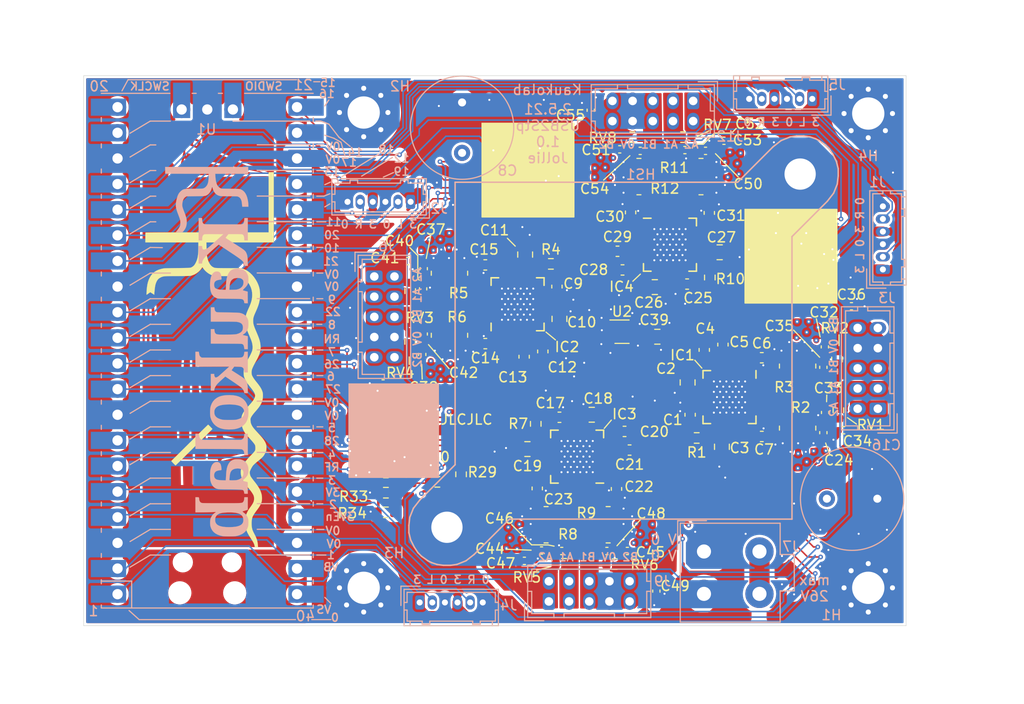
<source format=kicad_pcb>
(kicad_pcb (version 20221018) (generator pcbnew)
  (layers (0 "F.Cu" signal) (1 "In1.Cu" power) (2 "In2.Cu" power) (31 "B.Cu" signal) (34 "B.Paste" user) (35 "F.Paste" user) (36 "B.SilkS" user "B.Silkscreen") (37 "F.SilkS" user "F.Silkscreen") (38 "B.Mask" user) (39 "F.Mask" user) (44 "Edge.Cuts" user))
  (net 0 "")
  (net 1 "GND")
  (net 2 "+3V3")
  (net 3 "Net-(C2-Pad1)")
  (net 4 "Vdrive")
  (net 5 "Net-(C4-Pad2)")
  (net 6 "/Sheet608F6F9E/Vref")
  (net 7 "Net-(C5-Pad2)")
  (net 8 "Net-(C5-Pad1)")
  (net 9 "/UART")
  (net 10 "/Sheet608F6F9E/OA2")
  (net 11 "/DISABLE_MOT")
  (net 12 "/Sheet608F6F9E/BRB")
  (net 13 "/Sheet608F6F9E/OB1")
  (net 14 "/Sheet608F6F9E/OA1")
  (net 15 "/Sheet608F6F9E/BRA")
  (net 16 "/Sheet608F6F9E/OB2")
  (net 17 "Net-(C10-Pad1)")
  (net 18 "/sheet609275BA/Vref")
  (net 19 "Net-(C12-Pad2)")
  (net 20 "Net-(C13-Pad2)")
  (net 21 "Net-(C13-Pad1)")
  (net 22 "Net-(C18-Pad1)")
  (net 23 "/sheet60929021/Vref")
  (net 24 "Net-(C20-Pad2)")
  (net 25 "Net-(C21-Pad2)")
  (net 26 "Net-(C21-Pad1)")
  (net 27 "Net-(C26-Pad1)")
  (net 28 "/sheet6092AD70/Vref")
  (net 29 "Net-(C28-Pad2)")
  (net 30 "Net-(C29-Pad2)")
  (net 31 "Net-(C29-Pad1)")
  (net 32 "/sheet609275BA/OA2")
  (net 33 "/sheet609275BA/BRB")
  (net 34 "/sheet609275BA/OB1")
  (net 35 "/sheet609275BA/OA1")
  (net 36 "/sheet609275BA/BRA")
  (net 37 "/sheet609275BA/OB2")
  (net 38 "/sheet60929021/OA2")
  (net 39 "/sheet60929021/BRB")
  (net 40 "/sheet60929021/OB1")
  (net 41 "/sheet60929021/OA1")
  (net 42 "/sheet60929021/BRA")
  (net 43 "/sheet60929021/OB2")
  (net 44 "/sheet6092AD70/OA2")
  (net 45 "/sheet6092AD70/BRB")
  (net 46 "/sheet6092AD70/OB1")
  (net 47 "/sheet6092AD70/OA1")
  (net 48 "/sheet6092AD70/BRA")
  (net 49 "/sheet6092AD70/OB2")
  (net 50 "/DIR0")
  (net 51 "/STEP0")
  (net 52 "/DIR1")
  (net 53 "/STEP3")
  (net 54 "/VREF_PWM0")
  (net 55 "/STEP1")
  (net 56 "/DIR2")
  (net 57 "/STEP2")
  (net 58 "/DIR3")
  (net 59 "/REFL0")
  (net 60 "/REFR0")
  (net 61 "/REFL1")
  (net 62 "/REFR1")
  (net 63 "/REFL2")
  (net 64 "/REFR2")
  (net 65 "/REFL3")
  (net 66 "/REFR3")
  (net 67 "/VREF_PWM1")
  (net 68 "/VREF_PWM2")
  (net 69 "/VREF_PWM3")
  (net 70 "Net-(U1-Pad39)")
  (net 71 "/TEMP")
  (net 72 "Net-(R29-Pad1)")
  (net 73 "Net-(R30-Pad1)")
  (net 74 "/24V_measure")
  (footprint "Capacitor_SMD:C_0603_1608Metric" (layer "F.Cu") (at 101.9 117.85)
    (fp_text reference "C17")
    (fp_text value "100n")
  )
  (footprint "Capacitor_SMD:C_0805_2012Metric" (layer "F.Cu") (at 105.1 117.6 180)
    (fp_text reference "C18")
    (fp_text value "2u2 16V")
  )
  (footprint "Capacitor_SMD:C_0805_2012Metric" (layer "F.Cu") (at 98.725 121 180)
    (fp_text reference "C19")
    (fp_text value "2u2 16V")
  )
  (footprint "Capacitor_SMD:C_0603_1608Metric" (layer "F.Cu") (at 108.35 119.25 180)
    (fp_text reference "C20")
    (fp_text value "100n")
  )
  (footprint "Capacitor_SMD:C_0603_1608Metric" (layer "F.Cu") (at 108.85 121.1 180)
    (fp_text reference "C21")
    (fp_text value "22n")
  )
  (footprint "Capacitor_SMD:C_0603_1608Metric" (layer "F.Cu") (at 107.55 124.95 -90)
    (fp_text reference "C22")
    (fp_text value "100n")
  )
  (footprint "Capacitor_SMD:C_0603_1608Metric" (layer "F.Cu") (at 99.7 124.9 -90)
    (fp_text reference "C23")
    (fp_text value "100n")
  )
  (footprint "library:QFN-28-1EP_5x5mm_Pitch0.5mm_EP3.7x3.7" (layer "F.Cu") (at 103.65 121.75 180)
    (fp_text reference "IC3")
    (fp_text value "TMC2209-LA")
  )
  (footprint "Resistor_SMD:R_0603_1608Metric" (layer "F.Cu") (at 99.55 118.5 90)
    (fp_text reference "R7")
    (fp_text value "10k")
  )
  (footprint "library:R_1206_Wide" (layer "F.Cu") (at 100.575 128.5)
    (fp_text reference "R8")
    (fp_text value "0.1")
  )
  (footprint "library:R_1206_Wide" (layer "F.Cu") (at 106.725 128.5 180)
    (fp_text reference "R9")
    (fp_text value "0.1")
  )
  (footprint "Capacitor_SMD:C_0603_1608Metric" (layer "F.Cu") (at 100.25 111.325 90)
    (fp_text reference "C12")
    (fp_text value "100n")
  )
  (footprint "Capacitor_SMD:C_0402_1005Metric" (layer "F.Cu") (at 128.05 119.375 -90)
    (fp_text reference "C24")
    (fp_text value "100nF NF")
  )
  (footprint "Capacitor_SMD:C_0402_1005Metric" (layer "F.Cu") (at 128.225 117.375 -90)
    (fp_text reference "C33")
    (fp_text value "470pF 100V NF")
  )
  (footprint "Capacitor_SMD:C_0402_1005Metric" (layer "F.Cu") (at 130.07 119.13 180)
    (fp_text reference "C34")
    (fp_text value "470pF 100V NF")
  )
  (footprint "Capacitor_SMD:C_0402_1005Metric" (layer "F.Cu") (at 128.05 112.9 90)
    (fp_text reference "C35")
    (fp_text value "470pF 100V NF")
  )
  (footprint "Capacitor_SMD:C_0402_1005Metric" (layer "F.Cu") (at 130.835 106.85)
    (fp_text reference "C36")
    (fp_text value "470pF 100V NF")
  )
  (footprint "Capacitor_SMD:C_0402_1005Metric" (layer "F.Cu") (at 88.45 103.125 90)
    (fp_text reference "C37")
    (fp_text value "100nF NF")
  )
  (footprint "Capacitor_SMD:C_0402_1005Metric" (layer "F.Cu") (at 88.3 111.625 -90)
    (fp_text reference "C38")
    (fp_text value "100nF NF")
  )
  (footprint "Capacitor_SMD:C_0402_1005Metric" (layer "F.Cu") (at 88.39 105.125 90)
    (fp_text reference "C40")
    (fp_text value "470pF 100V NF")
  )
  (footprint "Capacitor_SMD:C_0402_1005Metric" (layer "F.Cu") (at 86.85 102.375)
    (fp_text reference "C41")
    (fp_text value "470pF 100V NF")
  )
  (footprint "Capacitor_SMD:C_0402_1005Metric" (layer "F.Cu") (at 88.45 109.6 -90)
    (fp_text reference "C42")
    (fp_text value "470pF 100V NF")
  )
  (footprint "Capacitor_SMD:C_0402_1005Metric" (layer "F.Cu") (at 84.425 114.5 180)
    (fp_text reference "C43")
    (fp_text value "470pF 100V NF")
  )
  (footprint "Capacitor_SMD:C_0402_1005Metric" (layer "F.Cu") (at 100.125 131.05 180)
    (fp_text reference "C44")
    (fp_text value "100nF NF")
  )
  (footprint "Capacitor_SMD:C_0402_1005Metric" (layer "F.Cu") (at 108.625 131.1)
    (fp_text reference "C45")
    (fp_text value "100nF NF")
  )
  (footprint "Capacitor_SMD:C_0402_1005Metric" (layer "F.Cu") (at 102.125 131.1 180)
    (fp_text reference "C46")
    (fp_text value "470pF 100V NF")
  )
  (footprint "Capacitor_SMD:C_0402_1005Metric" (layer "F.Cu") (at 98.425 132.08)
    (fp_text reference "C47")
    (fp_text value "470pF 100V NF")
  )
  (footprint "Capacitor_SMD:C_0402_1005Metric" (layer "F.Cu") (at 106.6 131.1)
    (fp_text reference "C48")
    (fp_text value "470pF 100V NF")
  )
  (footprint "Capacitor_SMD:C_0402_1005Metric" (layer "F.Cu") (at 111.5 135.075 -90)
    (fp_text reference "C49")
    (fp_text value "470pF 100V NF")
  )
  (footprint "Capacitor_SMD:C_0402_1005Metric" (layer "F.Cu") (at 116.375 91.45)
    (fp_text reference "C50")
    (fp_text value "100nF NF")
  )
  (footprint "Capacitor_SMD:C_0402_1005Metric" (layer "F.Cu") (at 107.875 91.3 180)
    (fp_text reference "C51")
    (fp_text value "100nF NF")
  )
  (footprint "Capacitor_SMD:C_0402_1005Metric" (layer "F.Cu") (at 114.33 91.37)
    (fp_text reference "C52")
    (fp_text value "470pF 100V NF")
  )
  (footprint "Capacitor_SMD:C_0402_1005Metric" (layer "F.Cu") (at 118.2 90.45 180)
    (fp_text reference "C53")
    (fp_text value "470pF 100V NF")
  )
  (footprint "Capacitor_SMD:C_0402_1005Metric" (layer "F.Cu") (at 109.9 91.45 180)
    (fp_text reference "C54")
    (fp_text value "470pF 100V NF")
  )
  (footprint "Capacitor_SMD:C_0402_1005Metric" (layer "F.Cu") (at 105 87.425 90)
    (fp_text reference "C55")
    (fp_text value "470pF 100V NF")
  )
  (footprint "Resistor_SMD:R_0603_1608Metric" (layer "F.Cu") (at 129.54 117.15 -90)
    (fp_text reference "RV1")
    (fp_text value "Varistor")
  )
  (footprint "Resistor_SMD:R_0603_1608Metric" (layer "F.Cu") (at 129.4 112.125 90)
    (fp_text reference "RV2")
    (fp_text value "Varistor")
  )
  (footprint "Resistor_SMD:R_0603_1608Metric" (layer "F.Cu") (at 87.11 105.35 90)
    (fp_text reference "RV3")
    (fp_text value "Varistor")
  )
  (footprint "Resistor_SMD:R_0603_1608Metric" (layer "F.Cu") (at 87.1 110.375 -90)
    (fp_text reference "RV4")
    (fp_text value "Varistor")
  )
  (footprint "Resistor_SMD:R_0603_1608Metric" (layer "F.Cu") (at 102.35 132.37 180)
    (fp_text reference "RV5")
    (fp_text value "Varistor")
  )
  (footprint "Resistor_SMD:R_0603_1608Metric" (layer "F.Cu") (at 114.15 90.09)
    (fp_text reference "RV7")
    (fp_text value "Varistor")
  )
  (footprint "Resistor_SMD:R_0603_1608Metric" (layer "F.Cu") (at 109.125 90.1 180)
    (fp_text reference "RV8")
    (fp_text value "Varistor")
  )
  (footprint "Resistor_SMD:R_0603_1608Metric" (layer "F.Cu") (at 107.375 132.4)
    (fp_text reference "RV6")
    (fp_text value "Varistor")
  )
  (footprint "Capacitor_SMD:C_0402_1005Metric" (layer "F.Cu") (at 128.2 110.875 90)
    (fp_text reference "C32")
    (fp_text value "100nF NF")
  )
  (footprint "Resistor_SMD:R_0603_1608Metric" (layer "F.Cu") (at 115.5 119.9 180)
    (fp_text reference "R1")
    (fp_text value "10k")
  )
  (footprint "Capacitor_SMD:C_0603_1608Metric" (layer "F.Cu") (at 114.85 117.6 90)
    (fp_text reference "C1")
    (fp_text value "100n")
  )
  (footprint "Capacitor_SMD:C_0805_2012Metric" (layer "F.Cu") (at 114.6 114.4 -90)
    (fp_text reference "C2")
    (fp_text value "2u2 16V")
  )
  (footprint "Capacitor_SMD:C_0805_2012Metric" (layer "F.Cu") (at 118 120.775 -90)
    (fp_text reference "C3")
    (fp_text value "2u2 16V")
  )
  (footprint "Capacitor_SMD:C_0603_1608Metric" (layer "F.Cu") (at 116.25 111.175 -90)
    (fp_text reference "C4")
    (fp_text value "100n")
  )
  (footprint "Capacitor_SMD:C_0603_1608Metric" (layer "F.Cu") (at 118.1 110.65 -90)
    (fp_text reference "C5")
    (fp_text value "22n")
  )
  (footprint "Capacitor_SMD:C_0603_1608Metric" (layer "F.Cu") (at 121.95 111.95)
    (fp_text reference "C6")
    (fp_text value "100n")
  )
  (footprint "Capacitor_SMD:C_0603_1608Metric" (layer "F.Cu") (at 121.95 119.75)
    (fp_text reference "C7")
    (fp_text value "100n")
  )
  (footprint "Capacitor_SMD:C_0603_1608Metric" (layer "F.Cu") (at 101.65 104.9 -90)
    (fp_text reference "C9")
    (fp_text value "100n")
  )
  (footprint "Capacitor_SMD:C_0805_2012Metric" (layer "F.Cu") (at 101.9 108.1 90)
    (fp_text reference "C10")
    (fp_text value "2u2 16V")
  )
  (footprint "Capacitor_SMD:C_0805_2012Metric" (layer "F.Cu") (at 98.5 101.725 90)
    (fp_text reference "C11")
    (fp_text value "2u2 16V")
  )
  (footprint "Capacitor_SMD:C_0603_1608Metric" (layer "F.Cu") (at 98.4 111.85 90)
    (fp_text reference "C13")
    (fp_text value "22n")
  )
  (footprint "Capacitor_SMD:C_0603_1608Metric" (layer "F.Cu") (at 94.55 110.55 180)
    (fp_text reference "C14")
    (fp_text value "100n")
  )
  (footprint "Capacitor_SMD:C_0603_1608Metric" (layer "F.Cu") (at 94.55 102.75 180)
    (fp_text reference "C15")
    (fp_text value "100n")
  )
  (footprint "Capacitor_SMD:C_0603_1608Metric" (layer "F.Cu") (at 114.55 104.65 180)
    (fp_text reference "C25")
    (fp_text value "100n")
  )
  (footprint "Capacitor_SMD:C_0805_2012Metric" (layer "F.Cu") (at 111.35 104.95)
    (fp_text reference "C26")
    (fp_text value "2u2 16V")
  )
  (footprint "Capacitor_SMD:C_0805_2012Metric" (layer "F.Cu") (at 117.775 101.5)
    (fp_text reference "C27")
    (fp_text value "2u2 16V")
  )
  (footprint "Capacitor_SMD:C_0603_1608Metric" (layer "F.Cu") (at 108.15 103.25)
    (fp_text reference "C28")
    (fp_text value "100n")
  )
  (footprint "Capacitor_SMD:C_0603_1608Metric" (layer "F.Cu") (at 107.65 101.4)
    (fp_text reference "C29")
    (fp_text value "22n")
  )
  (footprint "Capacitor_SMD:C_0603_1608Metric" (layer "F.Cu") (at 108.95 97.55 90)
    (fp_text reference "C30")
    (fp_text value "100n")
  )
  (footprint "Capacitor_SMD:C_0603_1608Metric" (layer "F.Cu") (at 116.75 97.6 90)
    (fp_text reference "C31")
    (fp_text value "100n")
  )
  (footprint "library:QFN-28-1EP_5x5mm_Pitch0.5mm_EP3.7x3.7" (layer "F.Cu") (at 118.75 115.85 -90)
    (fp_text reference "IC1")
    (fp_text value "TMC2209-LA")
  )
  (footprint "library:QFN-28-1EP_5x5mm_Pitch0.5mm_EP3.7x3.7" (layer "F.Cu") (at 97.75 106.65 90)
    (fp_text reference "IC2")
    (fp_text value "TMC2209-LA")
  )
  (footprint "library:QFN-28-1EP_5x5mm_Pitch0.5mm_EP3.7x3.7" (layer "F.Cu") (at 112.85 100.75)
    (fp_text reference "IC4")
    (fp_text value "TMC2209-LA")
  )
  (footprint "library:R_1206_Wide" (layer "F.Cu") (at 125.5 118.925 90)
    (fp_text reference "R2")
    (fp_text value "0.1")
  )
  (footprint "library:R_1206_Wide" (layer "F.Cu") (at 125.5 112.775 -90)
    (fp_text reference "R3")
    (fp_text value "0.1")
  )
  (footprint "Resistor_SMD:R_0603_1608Metric" (layer "F.Cu") (at 101.05 102.65)
    (fp_text reference "R4")
    (fp_text value "10k")
  )
  (footprint "library:R_1206_Wide" (layer "F.Cu") (at 91 103.575 -90)
    (fp_text reference "R5")
    (fp_text value "0.1")
  )
  (footprint "library:R_1206_Wide" (layer "F.Cu") (at 91 109.725 90)
    (fp_text reference "R6")
    (fp_text value "0.1")
  )
  (footprint "Resistor_SMD:R_0603_1608Metric" (layer "F.Cu") (at 116.8 104 -90)
    (fp_text reference "R10")
    (fp_text value "10k")
  )
  (footprint "library:R_1206_Wide" (layer "F.Cu") (at 115.925 94 180)
    (fp_text reference "R11")
    (fp_text value "0.1")
  )
  (footprint "library:R_1206_Wide" (layer "F.Cu") (at 109.775 94)
    (fp_text reference "R12")
    (fp_text value "0.1")
  )
  (footprint "Package_TO_SOT_SMD:SOT-353_SC-70-5" (layer "F.Cu") (at 108.1 109.37)
    (fp_text reference "U2")
    (fp_text value "MCP9700AT-ELT")
  )
  (footprint "Capacitor_SMD:C_0805_2012Metric" (layer "F.Cu") (at 111.6 109.87)
    (fp_text reference "C39")
    (fp_text value "2u2 16V")
  )
  (footprint "Resistor_SMD:R_0603_1608Metric" (layer "F.Cu") (at 92.15 123.5 90)
    (fp_text reference "R29")
    (fp_text value "10k")
  )
  (footprint "Resistor_SMD:R_0603_1608Metric" (layer "F.Cu") (at 89.8 124.25)
    (fp_text reference "R30")
    (fp_text value "10k")
  )
  (footprint "Resistor_SMD:R_0603_1608Metric" (layer "F.Cu") (at 87.25 123.55 -90)
    (fp_text reference "R31")
    (fp_text value "10k")
  )
  (footprint "Resistor_SMD:R_0603_1608Metric" (layer "F.Cu") (at 84.7 123.32)
    (fp_text reference "R32")
    (fp_text value "10k")
  )
  (footprint "Resistor_SMD:R_0603_1608Metric" (layer "F.Cu") (at 84.7 125.325)
    (fp_text reference "R33")
    (fp_text value "10k")
  )
  (footprint "Resistor_SMD:R_0603_1608Metric" (layer "F.Cu") (at 84.7 127.27)
    (fp_text reference "R34")
    (fp_text value "10k")
  )
  (footprint "esthetique:Logo All Layers 42x13" (layer "F.Cu") (at 67.09 109.71 -90)
    (fp_text reference "Logo2" hide)
    (fp_text value "Logo" hide)
  )
  (footprint "Connector_Hirose:Hirose_DF11-10DP-2DSA_2x05_P2.00mm_Vertical" (layer "B.Cu") (at 83.55 103.9 -90)
    (fp_text reference "J6")
    (fp_text value "Conn_02x05_Odd_Even")
  )
  (footprint "Connector_Hirose:Hirose_DF11-10DP-2DSA_2x05_P2.00mm_Vertical" (layer "B.Cu") (at 115.15 86.5 180)
    (fp_text reference "J12")
    (fp_text value "Conn_02x05_Odd_Even")
  )
  (footprint "MCU_RaspberryPi_and_Boards:RPi_Pico_SMD_TH" (layer "B.Cu") (at 67 111.25)
    (fp_text reference "U1")
    (fp_text value "Pico")
  )
  (footprint "MountingHole:MountingHole_3.2mm_M3_Pad_Via" (layer "B.Cu") (at 132.5 134.75)
    (fp_text reference "H1")
    (fp_text value "3mm")
  )
  (footprint "MountingHole:MountingHole_3.2mm_M3_Pad_Via" (layer "B.Cu") (at 82.5 87.65)
    (fp_text reference "H2")
    (fp_text value "3mm")
  )
  (footprint "MountingHole:MountingHole_3.2mm_M3_Pad_Via" (layer "B.Cu") (at 132.5 87.75)
    (fp_text reference "H4")
    (fp_text value "3mm")
  )
  (footprint "MountingHole:MountingHole_3.2mm_M3_Pad_Via" (layer "B.Cu") (at 82.5 134.75)
    (fp_text reference "H3")
    (fp_text value "3mm")
  )
  (footprint "Capacitor_THT:C_Radial_D10.0mm_H20.0mm_P5.00mm" (layer "B.Cu") (at 92.25 91.65 90)
    (fp_text reference "C8")
    (fp_text value "470uF")
  )
  (footprint "Capacitor_THT:C_Radial_D10.0mm_H20.0mm_P5.00mm" (layer "B.Cu") (at 128.4 125.92)
    (fp_text reference "C16")
    (fp_text value "470uF")
  )
  (footprint "Connector_Hirose:Hirose_DF11-10DP-2DSA_2x05_P2.00mm_Vertical" (layer "B.Cu") (at 100.85 136.1)
    (fp_text reference "J9")
    (fp_text value "Conn_02x05_Odd_Even")
  )
  (footprint "library:PCB_Heatsink_30x30mm_2xFixation3mm" (layer "B.Cu") (at 108.25 111.25)
    (fp_text reference "HS1")
    (fp_text value "30x30mm")
  )
  (footprint "Connectors_Molex:Molex_MiniFit-JR-5556-04A_2x02x4.20mm_Straight" (layer "B.Cu") (at 116.22 131.15 -90)
    (fp_text reference "J7")
    (fp_text value "Minifit_jr_2x2")
  )
  (footprint "Connector_Hirose:Hirose_DF13-06P-1.25DSA_1x06_P1.25mm_Vertical" (layer "B.Cu") (at 133.95 103.2 90)
    (fp_text reference "J1")
    (fp_text value "Conn_01x06")
  )
  (footprint "Connector_Hirose:Hirose_DF13-06P-1.25DSA_1x06_P1.25mm_Vertical" (layer "B.Cu") (at 88.05 136.2)
    (fp_text reference "J4")
    (fp_text value "Conn_01x06")
  )
  (footprint "Connector_Hirose:Hirose_DF13-06P-1.25DSA_1x06_P1.25mm_Vertical" (layer "B.Cu") (at 126.95 86.3 180)
    (fp_text reference "J5")
    (fp_text value "Conn_01x06")
  )
  (footprint "Connector_Hirose:Hirose_DF11-10DP-2DSA_2x05_P2.00mm_Vertical" (layer "B.Cu") (at 133.45 117 90)
    (fp_text reference "J3")
    (fp_text value "Conn_02x05_Odd_Even")
  )
  (footprint "Connector_Hirose:Hirose_DF13-06P-1.25DSA_1x06_P1.25mm_Vertical" (layer "B.Cu") (at 87.15 96.5 180)
    (fp_text reference "J2")
    (fp_text value "Conn_01x06")
  )
  (footprint "esthetique:Logo Silkscreen 40x9" (layer "B.Cu") (at 67.426871 111.32634 -90)
    (fp_text reference "Logo1" hide)
    (fp_text value "Logo" hide)
  )
  (gr_line (start 61.35 90.86) (end 61.9 90.86) (stroke (width 0.12)) (layer "B.SilkS"))
  (gr_line (start 79.2 94.55) (end 78.65 94.8) (stroke (width 0.12)) (layer "B.SilkS"))
  (gr_line (start 61.35 93.4) (end 59.35 94.6) (stroke (width 0.12)) (layer "B.SilkS"))
  (gr_line (start 61.35 108.64) (end 63.35 108.64) (stroke (width 0.12)) (layer "B.SilkS"))
  (gr_line (start 61.35 121.34) (end 63.35 121.34) (stroke (width 0.12)) (layer "B.SilkS"))
  (gr_line (start 78.55 90.86) (end 77.85 90.86) (stroke (width 0.12)) (layer "B.SilkS"))
  (gr_line (start 75.75 137.9) (end 60.25 137.9) (stroke (width 0.12)) (layer "B.SilkS"))
  (gr_line (start 61.35 116.26) (end 63.35 116.26) (stroke (width 0.12)) (layer "B.SilkS"))
  (gr_line (start 77.15 128.95) (end 71.95 128.95) (stroke (width 0.12)) (layer "B.SilkS"))
  (gr_line (start 78.75 98.48) (end 77.85 98.48) (stroke (width 0.12)) (layer "B.SilkS"))
  (gr_line (start 61.35 106.1) (end 63.35 106.1) (stroke (width 0.12)) (layer "B.SilkS"))
  (gr_line (start 77.15 113.71) (end 71.95 113.71) (stroke (width 0.12)) (layer "B.SilkS"))
  (gr_line (start 61.35 116.26) (end 59.35 117.46) (stroke (width 0.12)) (layer "B.SilkS"))
  (gr_line (start 61.35 93.4) (end 61.9 93.4) (stroke (width 0.12)) (layer "B.SilkS"))
  (gr_line (start 61.35 123.88) (end 59.35 125.08) (stroke (width 0.12)) (layer "B.SilkS"))
  (gr_line (start 78.45 126.42) (end 77.85 126.42) (stroke (width 0.12)) (layer "B.SilkS"))
  (gr_line (start 61.35 113.72) (end 63.35 113.72) (stroke (width 0.12)) (layer "B.SilkS"))
  (gr_line (start 77.15 93.39) (end 71.95 93.39) (stroke (width 0.12)) (layer "B.SilkS"))
  (gr_line (start 85.35 92.1) (end 82.3 93.95) (stroke (width 0.12)) (layer "B.SilkS"))
  (gr_line (start 69.55 88.5) (end 77.15 88.5) (stroke (width 0.12)) (layer "B.SilkS"))
  (gr_line (start 78.45 101.02) (end 77.85 101.02) (stroke (width 0.12)) (layer "B.SilkS"))
  (gr_line (start 78.45 113.72) (end 77.85 113.72) (stroke (width 0.12)) (layer "B.SilkS"))
  (gr_line (start 61.35 128.96) (end 59.35 130.16) (stroke (width 0.12)) (layer "B.SilkS"))
  (gr_line (start 77.15 103.55) (end 71.95 103.55) (stroke (width 0.12)) (layer "B.SilkS"))
  (gr_line (start 61.35 106.1) (end 59.35 107.3) (stroke (width 0.12)) (layer "B.SilkS"))
  (gr_line (start 77.15 111.17) (end 71.95 111.17) (stroke (width 0.12)) (layer "B.SilkS"))
  (gr_line (start 77.15 118.79) (end 71.95 118.79) (stroke (width 0.12)) (layer "B.SilkS"))
  (gr_line (start 80.05 90.1) (end 79.05 88.8) (stroke (width 0.12)) (layer "B.SilkS"))
  (gr_line (start 85.45 93.6) (end 84.45 94.05) (stroke (width 0.12)) (layer "B.SilkS"))
  (gr_line (start 61.35 103.56) (end 59.35 104.76) (stroke (width 0.12)) (layer "B.SilkS"))
  (gr_line (start 59.15 84.4) (end 58.55 85.5) (stroke (width 0.12)) (layer "B.SilkS"))
  (gr_line (start 61.35 111.18) (end 63.35 111.18) (stroke (width 0.12)) (layer "B.SilkS"))
  (gr_line (start 79.05 86.4) (end 78.65 87) (stroke (width 0.12)) (layer "B.SilkS"))
  (gr_line (start 61.35 95.94) (end 59.35 97.14) (stroke (width 0.12)) (layer "B.SilkS"))
  (gr_line (start 61.35 111.18) (end 59.35 112.38) (stroke (width 0.12)) (layer "B.SilkS"))
  (gr_line (start 77.75 88.5) (end 78.25 88.5) (stroke (width 0.12)) (layer "B.SilkS"))
  (gr_line (start 61.35 131.5) (end 63.35 131.5) (stroke (width 0.12)) (layer "B.SilkS"))
  (gr_line (start 61.35 90.86) (end 59.35 92.06) (stroke (width 0.12)) (layer "B.SilkS"))
  (gr_line (start 61.35 101.02) (end 62.55 101.04) (stroke (width 0.12)) (layer "B.SilkS"))
  (gr_line (start 60.25 137.9) (end 59.25 137) (stroke (width 0.12)) (layer "B.SilkS"))
  (gr_line (start 61.35 128.96) (end 63.35 128.96) (stroke (width 0.12)) (layer "B.SilkS"))
  (gr_line (start 79.55 90.2) (end 78.65 89.9) (stroke (width 0.12)) (layer "B.SilkS"))
  (gr_line (start 79.25 137.9) (end 77.35 137.9) (stroke (width 0.12)) (layer "B.SilkS"))
  (gr_line (start 77.15 131.49) (end 71.95 131.49) (stroke (width 0.12)) (layer "B.SilkS"))
  (gr_line (start 77.15 121.33) (end 71.95 121.33) (stroke (width 0.12)) (layer "B.SilkS"))
  (gr_line (start 78.15 84.6) (end 77.55 84.6) (stroke (width 0.12)) (layer "B.SilkS"))
  (gr_line (start 79.05 88.8) (end 78.25 88.5) (stroke (width 0.12)) (layer "B.SilkS"))
  (gr_line (start 77.15 90.85) (end 71.95 90.85) (stroke (width 0.12)) (layer "B.SilkS"))
  (gr_line (start 78.45 121.34) (end 77.85 121.34) (stroke (width 0.12)) (layer "B.SilkS"))
  (gr_line (start 79.15 96.7) (end 78.65 97) (stroke (width 0.12)) (layer "B.SilkS"))
  (gr_line (start 61.35 121.34) (end 59.35 122.54) (stroke (width 0.12)) (layer "B.SilkS"))
  (gr_line (start 61.35 126.42) (end 63.35 126.42) (stroke (width 0.12)) (layer "B.SilkS"))
  (gr_line (start 61.35 95.94) (end 61.9 95.94) (stroke (width 0.12)) (layer "B.SilkS"))
  (gr_line (start 61.35 108.64) (end 59.35 109.84) (stroke (width 0.12)) (layer "B.SilkS"))
  (gr_line (start 61.35 118.8) (end 63.35 118.8) (stroke (width 0.12)) (layer "B.SilkS"))
  (gr_line (start 61.35 118.8) (end 59.35 120) (stroke (width 0.12)) (layer "B.SilkS"))
  (gr_line (start 61.35 88.5) (end 59.35 89.7) (stroke (width 0.12)) (layer "B.SilkS"))
  (gr_line (start 61.35 123.88) (end 63.35 123.88) (stroke (width 0.12)) (layer "B.SilkS"))
  (gr_line (start 77.15 116.25) (end 71.95 116.25) (stroke (width 0.12)) (layer "B.SilkS"))
  (gr_line (start 78.55 95.94) (end 77.85 95.94) (stroke (width 0.12)) (layer "B.SilkS"))
  (gr_line (start 61.35 101.02) (end 59.35 102.22) (stroke (width 0.12)) (layer "B.SilkS"))
  (gr_line (start 78.45 103.56) (end 77.85 103.56) (stroke (width 0.12)) (layer "B.SilkS"))
  (gr_line (start 61.35 103.56) (end 63.35 103.56) (stroke (width 0.12)) (layer "B.SilkS"))
  (gr_rect (start 81.05 114.55) (end 89.9 123.8) (stroke (width 0.12)) (fill solid) (layer "B.SilkS"))
  (gr_line (start 77.15 108.63) (end 71.95 108.63) (stroke (width 0.12)) (layer "B.SilkS"))
  (gr_line (start 61.35 113.72) (end 59.35 114.92) (stroke (width 0.12)) (layer "B.SilkS"))
  (gr_line (start 77.15 126.41) (end 71.95 126.41) (stroke (width 0.12)) (layer "B.SilkS"))
  (gr_line (start 61.35 98.48) (end 59.35 99.68) (stroke (width 0.12)) (layer "B.SilkS"))
  (gr_line (start 75.85 84.4) (end 59.15 84.4) (stroke (width 0.12)) (layer "B.SilkS"))
  (gr_line (start 84 91.75) (end 80.35 94) (stroke (width 0.12)) (layer "B.SilkS"))
  (gr_line (start 78.35 108.64) (end 77.85 108.64) (stroke (width 0.12)) (layer "B.SilkS"))
  (gr_line (start 78.55 116.26) (end 77.85 116.26) (stroke (width 0.12)) (layer "B.SilkS"))
  (gr_line (start 61.35 126.42) (end 59.35 127.62) (stroke (width 0.12)) (layer "B.SilkS"))
  (gr_line (start 77.15 123.87) (end 71.95 123.87) (stroke (width 0.12)) (layer "B.SilkS"))
  (gr_line (start 61.35 98.48) (end 61.9 98.48) (stroke (width 0.12)) (layer "B.SilkS"))
  (gr_line (start 78.45 118.8) (end 77.85 118.8) (stroke (width 0.12)) (layer "B.SilkS"))
  (gr_line (start 61.35 88.5) (end 63.35 88.5) (stroke (width 0.12)) (layer "B.SilkS"))
  (gr_line (start 78.75 131.5) (end 77.85 131.5) (stroke (width 0.12)) (layer "B.SilkS"))
  (gr_line (start 77.15 95.93) (end 71.95 95.93) (stroke (width 0.12)) (layer "B.SilkS"))
  (gr_line (start 78.45 106.1) (end 77.85 106.1) (stroke (width 0.12)) (layer "B.SilkS"))
  (gr_line (start 80.25 90.6) (end 79.55 90.2) (stroke (width 0.12)) (layer "B.SilkS"))
  (gr_line (start 78.45 123.88) (end 77.85 123.88) (stroke (width 0.12)) (layer "B.SilkS"))
  (gr_line (start 78.45 111.18) (end 77.85 111.18) (stroke (width 0.12)) (layer "B.SilkS"))
  (gr_line (start 77.15 106.09) (end 71.95 106.09) (stroke (width 0.12)) (layer "B.SilkS"))
  (gr_line (start 79.25 136.3) (end 78.65 135.7) (stroke (width 0.12)) (layer "B.SilkS"))
  (gr_line (start 78.55 128.96) (end 77.85 128.96) (stroke (width 0.12)) (layer "B.SilkS"))
  (gr_line (start 78.45 93.4) (end 77.85 93.4) (stroke (width 0.12)) (layer "B.SilkS"))
  (gr_line (start 77.15 98.47) (end 71.95 98.47) (stroke (width 0.12)) (layer "B.SilkS"))
  (gr_line (start 80.65 91.95) (end 80.25 90.6) (stroke (width 0.12)) (layer "B.SilkS"))
  (gr_line (start 77.15 101.01) (end 71.95 101.01) (stroke (width 0.12)) (layer "B.SilkS"))
  (gr_line (start 61.35 131.5) (end 59.35 132.7) (stroke (width 0.12)) (layer "B.SilkS"))
  (gr_line (start 79.15 95.7) (end 78.55 95.94) (stroke (width 0.12)) (layer "B.SilkS"))
  (gr_line (start 81.15 91) (end 80.05 90.1) (stroke (width 0.12)) (layer "B.SilkS"))
  (gr_line (start 128.39 115.65) (end 128.37 116.31) (stroke (width 0.12)) (layer "F.SilkS"))
  (gr_line (start 128.6 121.325) (end 128.275 120.4) (stroke (width 0.12)) (layer "F.SilkS"))
  (gr_line (start 131.33 118.52) (end 130.44 117.89) (stroke (width 0.12)) (layer "F.SilkS"))
  (gr_line (start 118.95 89.69) (end 117.26 89.69) (stroke (width 0.12)) (layer "F.SilkS"))
  (gr_line (start 127.36 108.09) (end 127.73 109.89) (stroke (width 0.12)) (layer "F.SilkS"))
  (gr_line (start 125.1 109.21) (end 127.68 111.9) (stroke (width 0.12)) (layer "F.SilkS"))
  (gr_line (start 107.04 118.13) (end 106.34 118.95) (stroke (width 0.12)) (layer "F.SilkS"))
  (gr_line (start 88.92 110.65) (end 90.96 113.03) (stroke (width 0.12)) (layer "F.SilkS"))
  (gr_line (start 88.7 102.11) (end 89.13 99.92) (stroke (width 0.12)) (layer "F.SilkS"))
  (gr_line (start 109.17 104.37) (end 109.92 103.66) (stroke (width 0.12)) (layer "F.SilkS"))
  (gr_line (start 89.49 122.41) (end 89.49 123.47) (stroke (width 0.12)) (layer "F.SilkS"))
  (gr_line (start 87.12 106.91) (end 87.12 107.18) (stroke (width 0.12)) (layer "F.SilkS"))
  (gr_line (start 96.74 100.11) (end 97.52 100.89) (stroke (width 0.12)) (layer "F.SilkS"))
  (gr_rect (start 120.29 97.25) (end 129.39 106.53) (stroke (width 0.12)) (fill solid) (layer "F.SilkS"))
  (gr_line (start 87.86 101.83) (end 87.86 104.11) (stroke (width 0.12)) (layer "F.SilkS"))
  (gr_line (start 99.625 133) (end 101.01 132.66) (stroke (width 0.12)) (layer "F.SilkS"))
  (gr_rect (start 94.23 88.72) (end 103.33 98) (stroke (width 0.12)) (fill solid) (layer "F.SilkS"))
  (gr_line (start 96.61 130.93) (end 99.09 131.02) (stroke (width 0.12)) (layer "F.SilkS"))
  (gr_line (start 116.72 89.47) (end 115.56 90) (stroke (width 0.12)) (layer "F.SilkS"))
  (gr_line (start 115.51 90.78) (end 115.26 91.03) (stroke (width 0.12)) (layer "F.SilkS"))
  (gr_line (start 97.17 128.49) (end 99.14 130.49) (stroke (width 0.12)) (layer "F.SilkS"))
  (gr_line (start 87.01 112.61) (end 87.01 111.87) (stroke (width 0.12)) (layer "F.SilkS"))
  (gr_line (start 129.6 109.68) (end 129.6 110.75) (stroke (width 0.12)) (layer "F.SilkS"))
  (gr_line (start 117.26 89.69) (end 116.17 90.78) (stroke (width 0.12)) (layer "F.SilkS"))
  (gr_line (start 87.06 101.03) (end 87.86 101.83) (stroke (width 0.12)) (layer "F.SilkS"))
  (gr_line (start 100.78 130.5) (end 101.37 130.62) (stroke (width 0.12)) (layer "F.SilkS"))
  (gr_line (start 99.14 130.49) (end 100.78 130.5) (stroke (width 0.12)) (layer "F.SilkS"))
  (gr_line (start 116.17 90.78) (end 115.51 90.78) (stroke (width 0.12)) (layer "F.SilkS"))
  (gr_line (start 119.42 89.22) (end 118.95 89.69) (stroke (width 0.12)) (layer "F.SilkS"))
  (gr_line (start 109.92 128) (end 107.6 130.58) (stroke (width 0.12)) (layer "F.SilkS"))
  (gr_line (start 115.31 112.19) (end 116.01 112.98) (stroke (width 0.12)) (layer "F.SilkS"))
  (gr_line (start 87.86 104.11) (end 88.01 104.26) (stroke (width 0.12)) (layer "F.SilkS"))
  (gr_line (start 117.36 91.73) (end 119.61 94.03) (stroke (width 0.12)) (layer "F.SilkS"))
  (gr_line (start 101.5 110.18) (end 100.57 109.41) (stroke (width 0.12)) (layer "F.SilkS"))
  (gr_line (start 108.88 91.93) (end 106.28 94.34) (stroke (width 0.12)) (layer "F.SilkS"))
  (gr_line (start 87.31 121.45) (end 87.31 121.95) (stroke (width 0.12)) (layer "F.SilkS"))
  (gr_line (start 88.3 114.06) (end 88.25 112.61) (stroke (width 0.12)) (layer "F.SilkS"))
  (gr_line (start 54.75 84) (end 136.25 84) (stroke (width 0.05)) (layer "Edge.Cuts"))
  (gr_line (start 136.25 138.5) (end 54.75 138.5) (stroke (width 0.05)) (layer "Edge.Cuts"))
  (gr_line (start 136.25 84) (end 136.25 138.5) (stroke (width 0.05)) (layer "Edge.Cuts"))
  (gr_line (start 54.75 138.5) (end 54.75 84) (stroke (width 0.05)) (layer "Edge.Cuts"))
  (gr_text "A2 A1 B1 0V B2" (at 110.72 90.81) (layer "B.SilkS") (effects (font (size 0.8 0.8)) (justify mirror)))
  (gr_text "A2 A1 B1 0V B2" (at 87.82 107.97 90) (layer "B.SilkS") (effects (font (size 0.8 0.8)) (justify mirror)))
  (gr_text "3 L 0 3 R 0" (at 123.91 88.6) (layer "B.SilkS") (effects (font (size 0.8 0.8)) (justify mirror)))
  (gr_text "21" (at 76.5 84.925) (layer "B.SilkS") (effects (font (size 1 1)) (justify mirror)))
  (gr_text "3 L 0 3 R 0" (at 84.01 98.72) (layer "B.SilkS") (effects (font (size 0.8 0.8)) (justify mirror)))
  (gr_text "B2 0V B1 A1 A2" (at 104.74 131.71) (layer "B.SilkS") (effects (font (size 0.8 0.8)) (justify mirror)))
  (gr_text "V 0\nV 0" (at 112.23 130.78) (layer "B.SilkS") (effects (font (size 1 1)) (justify mirror)))
  (gr_text "0 R 3 0 L 3" (at 131.68 99.82 90) (layer "B.SilkS") (effects (font (size 0.8 0.8)) (justify mirror)))
  (gr_text "max\n26V" (at 127.19 134.78) (layer "B.SilkS") (effects (font (size 1 1)) (justify mirror)))
  (gr_text "2.5.21\nUSB2Stp\n1.0\nJollie" (at 100.75 89.75) (layer "B.SilkS") (effects (font (size 1 1)) (justify mirror)))
  (gr_text "40" (at 76.725 137.55) (layer "B.SilkS") (effects (font (size 1 1)) (justify mirror)))
  (gr_text "0 R 3 0 L 3" (at 91.19 133.94) (layer "B.SilkS") (effects (font (size 0.8 0.8)) (justify mirror)))
  (gr_text "B2 0V B1 A1 A2" (at 129.09 112.85 90) (layer "B.SilkS") (effects (font (size 0.8 0.8)) (justify mirror)))
  (gr_text "Kaukolab" (at 100.7 85.4) (layer "B.SilkS") (effects (font (size 1 1)) (justify mirror)))
  (gr_text "20" (at 56.275 85.05) (layer "B.SilkS") (effects (font (size 1 1)) (justify mirror)))
  (gr_text "1" (at 55.725 137.05) (layer "B.SilkS") (effects (font (size 1 1)) (justify mirror)))
  (gr_text "JLCJLCJLCJLC\n" (at 90.12 118.07) (layer "F.SilkS") (effects (font (size 1 1))))
  (segment (start 122.8 119.625) (end 122.125 118.95) (width 0.25) (layer "F.Cu") (net 1))
  (segment (start 119.25 113.4) (end 119.25 115.35) (width 0.25) (layer "F.Cu") (net 1))
  (segment (start 118.75 118.3) (end 118.75 115.85) (width 0.25) (layer "F.Cu") (net 1))
  (segment (start 116.3 116.85) (end 117.75 116.85) (width 0.25) (layer "F.Cu") (net 1))
  (segment (start 114.85 116.85) (end 116.3 116.85) (width 0.25) (layer "F.Cu") (net 1))
  (segment (start 125.8 119.925) (end 125.5 119.625) (width 0.25) (layer "F.Cu") (net 1))
  (segment (start 127.95 119.925) (end 125.8 119.925) (width 0.25) (layer "F.Cu") (net 1))
  (segment (start 132.135 106.85) (end 132.16 106.875) (width 0.25) (layer "F.Cu") (net 1))
  (segment (start 131.385 106.85) (end 131.385 106.125) (width 0.25) (layer "F.Cu") (net 1))
  (segment (start 125.5 112.075) (end 126.425 111.15) (width 0.25) (layer "F.Cu") (net 1))
  (segment (start 127.425 111.2) (end 126.95 111.2) (width 0.25) (layer "F.Cu") (net 1))
  (segment (start 128.3 110.325) (end 127.425 111.2) (width 0.25) (layer "F.Cu") (net 1))
  (segment (start 93.7 102.875) (end 94.375 103.55) (width 0.25) (layer "F.Cu") (net 1))
  (segment (start 93.7 110.5) (end 94.399998 109.800002) (width 0.25) (layer "F.Cu") (net 1))
  (segment (start 93.7 110.5) (end 93.7 111.000004) (width 0.25) (layer "F.Cu") (net 1))
  (segment (start 93.7 111.000004) (end 93.35 111.350004) (width 0.25) (layer "F.Cu") (net 1))
  (segment (start 97.25 109.1) (end 97.25 107.15) (width 0.25) (layer "F.Cu") (net 1))
  (segment (start 97.75 104.2) (end 97.75 106.65) (width 0.25) (layer "F.Cu") (net 1))
  (segment (start 100.2 105.65) (end 98.75 105.65) (width 0.25) (layer "F.Cu") (net 1))
  (segment (start 101.65 105.65) (end 100.2 105.65) (width 0.25) (layer "F.Cu") (net 1))
  (segment (start 90.7 102.575) (end 91 102.875) (width 0.25) (layer "F.Cu") (net 1))
  (segment (start 88.55 102.575) (end 90.7 102.575) (width 0.25) (layer "F.Cu") (net 1))
  (segment (start 83.125 114.5) (end 83.1 114.475) (width 0.25) (layer "F.Cu") (net 1))
  (segment (start 83.875 114.5) (end 83.125 114.5) (width 0.25) (layer "F.Cu") (net 1))
  (segment (start 83.875 114.5) (end 83.875 115.225) (width 0.25) (layer "F.Cu") (net 1))
  (segment (start 90.075 111.35) (end 91 110.425) (width 0.25) (layer "F.Cu") (net 1))
  (segment (start 89.075 111.3) (end 89.55 111.3) (width 0.25) (layer "F.Cu") (net 1))
  (segment (start 88.2 112.175) (end 89.075 111.3) (width 0.25) (layer "F.Cu") (net 1))
  (segment (start 116.625 96.7) (end 115.95 97.375) (width 0.25) (layer "F.Cu") (net 1))
  (segment (start 109 96.7) (end 109.699998 97.399998) (width 0.25) (layer "F.Cu") (net 1))
  (segment (start 110.4 100.25) (end 112.35 100.25) (width 0.25) (layer "F.Cu") (net 1))
  (segment (start 115.3 100.75) (end 112.85 100.75) (width 0.25) (layer "F.Cu") (net 1))
  (segment (start 113.85 103.2) (end 113.85 101.75) (width 0.25) (layer "F.Cu") (net 1))
  (segment (start 116.925 93.7) (end 116.625 94) (width 0.25) (layer "F.Cu") (net 1))
  (segment (start 116.925 91.55) (end 116.925 93.7) (width 0.25) (layer "F.Cu") (net 1))
  (segment (start 108.15 93.075) (end 109.075 94) (width 0.25) (layer "F.Cu") (net 1))
  (segment (start 114.625 115.425) (end 113.35 115.425) (width 0.25) (layer "F.Cu") (net 1))
  (segment (start 102.042494 105.257506) (end 102.640062 105.257506) (width 0.25) (layer "F.Cu") (net 1))
  (segment (start 101.65 105.65) (end 102.042494 105.257506) (width 0.25) (layer "F.Cu") (net 1))
  (segment (start 113.825 104.65) (end 113.4 105.075) (width 0.25) (layer "F.Cu") (net 1))
  (segment (start 113.4 105.075) (end 113.4 105.625) (width 0.25) (layer "F.Cu") (net 1))
  (segment (start 114.85 116.85) (end 114.457506 117.242494) (width 0.25) (layer "F.Cu") (net 1))
  (segment (start 114.425 116.4) (end 113.875 116.4) (width 0.25) (layer "F.Cu") (net 1))
  (segment (start 114.85 116.825) (end 114.425 116.4) (width 0.25) (layer "F.Cu") (net 1))
  (segment (start 114.457506 117.242494) (end 113.859938 117.242494) (width 0.25) (layer "F.Cu") (net 1))
  (segment (start 98.2 127.6625) (end 99.1875 127.6625) (width 0.6) (layer "F.Cu") (net 1))
  (segment (start 98.2 129.1875) (end 99.0125 129.1875) (width 0.6) (layer "F.Cu") (net 1))
  (segment (start 99.1875 127.6625) (end 99.4125 127.8875) (width 0.6) (layer "F.Cu") (net 1))
  (segment (start 107.4 94.8375) (end 108.5125 94.8375) (width 0.6) (layer "F.Cu") (net 1))
  (segment (start 107.4 93.3125) (end 108.2625 93.3125) (width 0.6) (layer "F.Cu") (net 1))
  (segment (start 126.1875 110.4) (end 126.1875 111.2625) (width 0.6) (layer "F.Cu") (net 1))
  (segment (start 124.6625 110.4) (end 124.6625 111.5125) (width 0.6) (layer "F.Cu") (net 1))
  (segment (start 118.3 94.8375) (end 117.3125 94.8375) (width 0.6) (layer "F.Cu") (net 1))
  (segment (start 118.3 93.3125) (end 117.4875 93.3125) (width 0.6) (layer "F.Cu") (net 1))
  (segment (start 117.3125 94.8375) (end 117.0875 94.6125) (width 0.6) (layer "F.Cu") (net 1))
  (segment (start 91.7125 101.225) (end 91.7125 102.1125) (width 0.6) (layer "F.Cu") (net 1))
  (segment (start 92.475 102.075) (end 89.425 102.075) (width 0.6) (layer "F.Cu") (net 1))
  (segment (start 90.1875 101.225) (end 90.1875 102.0875) (width 0.6) (layer "F.Cu") (net 1))
  (segment (start 108.3 130.348316) (end 108.3 129.95) (width 0.25) (layer "F.Cu") (net 1))
  (segment (start 109.35 91.5) (end 109.35 91.15) (width 0.5) (layer "F.Cu") (net 1))
  (segment (start 118.8 101.5) (end 119.3 101) (width 0.25) (layer "F.Cu") (net 1))
  (segment (start 107.15 131) (end 107.15 131.540924) (width 0.5) (layer "F.Cu") (net 1))
  (segment (start 83.95 123.32) (end 83.08 123.32) (width 0.25) (layer "F.Cu") (net 1))
  (segment (start 119.649994 102.075) (end 119.75 101.974994) (width 0.25) (layer "F.Cu") (net 1))
  (segment (start 101.825 106.2) (end 103.275 106.2) (width 0.25) (layer "F.Cu") (net 1))
  (segment (start 90.3125 112.1) (end 90.3125 111.2375) (width 0.6) (layer "F.Cu") (net 1))
  (segment (start 107.15 131.540924) (end 107.380466 131.77139) (width 0.5) (layer "F.Cu") (net 1))
  (segment (start 107.5 125.8) (end 106.800002 125.100002) (width 0.25) (layer "F.Cu") (net 1))
  (segment (start 111.5 136.26) (end 111.29 136.47) (width 0.25) (layer "F.Cu") (net 1))
  (segment (start 106.1 122.25) (end 104.15 122.25) (width 0.25) (layer "F.Cu") (net 1))
  (segment (start 97.225 121.475) (end 95.7 121.475) (width 0.25) (layer "F.Cu") (net 1))
  (segment (start 118 121.825) (end 118.5 122.325) (width 0.25) (layer "F.Cu") (net 1))
  (segment (start 102.725 107.075) (end 103 107.35) (width 0.25) (layer "F.Cu") (net 1))
  (segment (start 112.6 109.87) (end 112.6 110.53) (width 0.25) (layer "F.Cu") (net 1))
  (segment (start 101.575 130.820702) (end 101.857759 130.537943) (width 0.5) (layer "F.Cu") (net 1))
  (segment (start 122.8 111.5) (end 123.2 111.1) (width 0.25) (layer "F.Cu") (net 1))
  (segment (start 129.52 119.13) (end 129.52 119.605) (width 0.5) (layer "F.Cu") (net 1))
  (segment (start 109.175 131.3) (end 108.70192 130.82692) (width 0.25) (layer "F.Cu") (net 1))
  (segment (start 102.65 119.3) (end 102.65 120.75) (width 0.25) (layer "F.Cu") (net 1))
  (segment (start 97.7 121) (end 97.225 121.475) (width 0.25) (layer "F.Cu") (net 1))
  (segment (start 101.65 105.65) (end 101.65 106.025) (width 0.25) (layer "F.Cu") (net 1))
  (segment (start 126.3125 121.275) (end 126.3125 120.4125) (width 0.6) (layer "F.Cu") (net 1))
  (segment (start 98.125 100.2) (end 98.125 99.1) (width 0.25) (layer "F.Cu") (net 1))
  (segment (start 91.8375 112.1) (end 91.8375 110.9875) (width 0.6) (layer "F.Cu") (net 1))
  (segment (start 104.65 119.3) (end 104.65 120.75) (width 0.25) (layer "F.Cu") (net 1))
  (segment (start 93.7 102.775) (end 93.7 101.950004) (width 0.25) (layer "F.Cu") (net 1))
  (segment (start 88.39 104.645) (end 88.715 104.645) (width 0.5) (layer "F.Cu") (net 1))
  (segment (start 98.5 100.725) (end 98.95 100.275) (width 0.25) (layer "F.Cu") (net 1))
  (segment (start 118.5 122.325) (end 118.5 123.65) (width 0.25) (layer "F.Cu") (net 1))
  (segment (start 117.55 122.35) (end 117.55 122.55) (width 0.25) (layer "F.Cu") (net 1))
  (segment (start 114.15 104.975) (end 114.15 106.399996) (width 0.25) (layer "F.Cu") (net 1))
  (segment (start 112.6 109.87) (end 112.6 108.7) (width 0.25) (layer "F.Cu") (net 1))
  (segment (start 112.025 135.625) (end 112.31 135.34) (width 0.5) (layer "F.Cu") (net 1))
  (segment (start 118.775 101.55) (end 119.3 102.075) (width 0.25) (layer "F.Cu") (net 1))
  (segment (start 113.85 103.2) (end 113.85 104.675) (width 0.25) (layer "F.Cu") (net 1))
  (segment (start 109 96.7) (end 108.17499 96.7) (width 0.25) (layer "F.Cu") (net 1))
  (segment (start 100.2 107.15) (end 98.25 107.15) (width 0.25) (layer "F.Cu") (net 1))
  (segment (start 124.7875 121.275) (end 124.7875 120.3875) (width 0.6) (layer "F.Cu") (net 1))
  (segment (start 108.70192 130.82692) (end 108.70192 130.750236) (width 0.25) (layer "F.Cu") (net 1))
  (segment (start 107.325 91.275) (end 108.2 92.15) (width 0.25) (layer "F.Cu") (net 1))
  (segment (start 122.8 119.725) (end 122.8 120.05) (width 0.25) (layer "F.Cu") (net 1))
  (segment (start 98.125 99.1) (end 98.225 99) (width 0.25) (layer "F.Cu") (net 1))
  (segment (start 133.615602 100.75) (end 134.11 100.75) (width 1) (layer "F.Cu") (net 1))
  (segment (start 111.5 135.625) (end 112.025 135.625) (width 0.5) (layer "F.Cu") (net 1))
  (segment (start 99.52 132.08) (end 99.75 131.85) (width 0.5) (layer "F.Cu") (net 1))
  (segment (start 83.26 127.27) (end 83.19 127.2) (width 0.25) (layer "F.Cu") (net 1))
  (segment (start 104.305 86.875) (end 104.13 86.7) (width 0.5) (layer "F.Cu") (net 1))
  (segment (start 83.95 123.32) (end 83.95 127.27) (width 0.25) (layer "F.Cu") (net 1))
  (segment (start 105 86.875) (end 104.305 86.875) (width 0.5) (layer "F.Cu") (net 1))
  (segment (start 99.575 128.8) (end 99.875 128.5) (width 0.25) (layer "F.Cu") (net 1))
  (segment (start 101.875 107.075) (end 102.725 107.075) (width 0.25) (layer "F.Cu") (net 1))
  (segment (start 103.075 116.325004) (end 103.150004 116.25) (width 0.25) (layer "F.Cu") (net 1))
  (segment (start 128.54683 112.35) (end 128.785646 112.111184) (width 0.5) (layer "F.Cu") (net 1))
  (segment (start 98.5 100.575) (end 98.125 100.2) (width 0.25) (layer "F.Cu") (net 1))
  (segment (start 107.325 91.2) (end 107.325 91.275) (width 0.25) (layer "F.Cu") (net 1))
  (segment (start 114.81 91.74) (end 114.81 91.37) (width 0.5) (layer "F.Cu") (net 1))
  (segment (start 108.349992 125.8) (end 108.374996 125.825004) (width 0.25) (layer "F.Cu") (net 1))
  (segment (start 107.5 125.8) (end 108.349992 125.8) (width 0.25) (layer "F.Cu") (net 1))
  (segment (start 108.2 92.15) (end 108.2 92.55) (width 0.25) (layer "F.Cu") (net 1))
  (segment (start 105 86.875) (end 105 86.67) (width 0.25) (layer "F.Cu") (net 1))
  (segment (start 127.820702 117.925) (end 127.537943 117.642241) (width 0.5) (layer "F.Cu") (net 1))
  (segment (start 96.708567 121) (end 96.604021 120.895454) (width 0.25) (layer "F.Cu") (net 1))
  (segment (start 119.3 102.075) (end 119.649994 102.075) (width 0.25) (layer "F.Cu") (net 1))
  (segment (start 101.2 121.75) (end 103.65 121.75) (width 0.25) (layer "F.Cu") (net 1))
  (segment (start 102.65 117.85) (end 102.257506 117.457506) (width 0.25) (layer "F.Cu") (net 1))
  (segment (start 117.45 92.55) (end 117.45 95.6) (width 0.6) (layer "F.Cu") (net 1))
  (segment (start 112.6 110.53) (end 111.96 111.17) (width 0.25) (layer "F.Cu") (net 1))
  (segment (start 122.100002 112.699998) (end 122.8 112) (width 0.25) (layer "F.Cu") (net 1))
  (segment (start 122.8 112) (end 122.8 111.5) (width 0.25) (layer "F.Cu") (net 1))
  (segment (start 122.8 120.05) (end 123.3 120.55) (width 0.25) (layer "F.Cu") (net 1))
  (segment (start 102.65 117.85) (end 103.075 117.425) (width 0.25) (layer "F.Cu") (net 1))
  (segment (start 119.3 101) (end 120.449996 101) (width 0.25) (layer "F.Cu") (net 1))
  (segment (start 99.575 130.95) (end 99.575 128.8) (width 0.25) (layer "F.Cu") (net 1))
  (segment (start 109.1 129.1875) (end 108.1125 129.1875) (width 0.6) (layer "F.Cu") (net 1))
  (segment (start 114.45 92.2) (end 114.81 91.74) (width 0.5) (layer "F.Cu") (net 1))
  (segment (start 118.5 123.65) (end 118.325 123.825) (width 0.25) (layer "F.Cu") (net 1))
  (segment (start 109.1 127.6625) (end 108.2875 127.6625) (width 0.6) (layer "F.Cu") (net 1))
  (segment (start 131.385 106.85) (end 132.135 106.85) (width 0.5) (layer "F.Cu") (net 1))
  (segment (start 95.7 121.475) (end 95.475 121.25) (width 0.25) (layer "F.Cu") (net 1))
  (segment (start 109.35 91.15) (end 109.05 90.85) (width 0.5) (layer "F.Cu") (net 1))
  (segment (start 88.5 110.15) (end 87.95317 110.15) (width 0.5) (layer "F.Cu") (net 1))
  (segment (start 124.025 120.425) (end 127.075 120.425) (width 0.6) (layer "F.Cu") (net 1))
  (segment (start 99.875 125.8) (end 100.55 125.125) (width 0.25) (layer "F.Cu") (net 1))
  (segment (start 111.5 135.625) (end 111.5 136.26) (width 0.25) (layer "F.Cu") (net 1))
  (segment (start 108.70192 130.750236) (end 108.3 130.348316) (width 0.25) (layer "F.Cu") (net 1))
  (segment (start 105 86.67) (end 105.52 86.15) (width 0.25) (layer "F.Cu") (net 1))
  (segment (start 102.257506 117.457506) (end 102.257506 116.859938) (width 0.25) (layer "F.Cu") (net 1))
  (segment (start 108.17499 96.7) (end 108.149993 96.724997) (width 0.25) (layer "F.Cu") (net 1))
  (segment (start 100.2 107.65) (end 98.75 107.65) (width 0.25) (layer "F.Cu") (net 1))
  (segment (start 117.55 122.55) (end 117.740207 122.740207) (width 0.25) (layer "F.Cu") (net 1))
  (segment (start 103.075 117.425) (end 103.075 116.325004) (width 0.25) (layer "F.Cu") (net 1))
  (segment (start 113.85 104.675) (end 114.15 104.975) (width 0.25) (layer "F.Cu") (net 1))
  (segment (start 116.725 96.7) (end 117.649996 96.7) (width 0.25) (layer "F.Cu") (net 1))
  (segment (start 96.708567 121) (end 97.725 121) (width 0.25) (layer "F.Cu") (net 1))
  (segment (start 101.65 106.025) (end 101.825 106.2) (width 0.25) (layer "F.Cu") (net 1))
  (segment (start 87.95317 110.15) (end 87.714354 110.388816) (width 0.5) (layer "F.Cu") (net 1))
  (segment (start 83.95 125.325) (end 83.145 125.325) (width 0.25) (layer "F.Cu") (net 1))
  (segment (start 114.15 106.399996) (end 114.350004 106.6) (width 0.25) (layer "F.Cu") (net 1))
  (segment (start 128.225 117.925) (end 127.820702 117.925) (width 0.5) (layer "F.Cu") (net 1))
  (segment (start 120.449996 101) (end 120.674996 101.225) (width 0.25) (layer "F.Cu") (net 1))
  (segment (start 98.975 132.08) (end 99.52 132.08) (width 0.5) (layer "F.Cu") (net 1))
  (segment (start 93.7 101.950004) (end 93.699996 101.95) (width 0.25) (layer "F.Cu") (net 1))
  (segment (start 83.145 125.325) (end 83.13 125.31) (width 0.25) (layer "F.Cu") (net 1))
  (segment (start 102.65 117.85) (end 102.65 119.3) (width 0.25) (layer "F.Cu") (net 1))
  (segment (start 117.649996 96.7) (end 117.7 96.750004) (width 0.25) (layer "F.Cu") (net 1))
  (segment (start 101.575 131.225) (end 101.575 130.820702) (width 0.5) (layer "F.Cu") (net 1))
  (segment (start 116.3 115.35) (end 118.25 115.35) (width 0.25) (layer "F.Cu") (net 1))
  (segment (start 107.425 128.5) (end 108.35 129.425) (width 0.25) (layer "F.Cu") (net 1))
  (segment (start 108.1125 129.1875) (end 107.8875 128.9625) (width 0.6) (layer "F.Cu") (net 1))
  (segment (start 83.08 123.32) (end 83.06 123.3) (width 0.25) (layer "F.Cu") (net 1))
  (segment (start 128 112.35) (end 128.54683 112.35) (width 0.5) (layer "F.Cu") (net 1))
  (segment (start 98.95 100.275) (end 98.95 99.775) (width 0.25) (layer "F.Cu") (net 1))
  (segment (start 87.4 103.125) (end 87.35 103.175) (width 0.6) (layer "F.Cu") (net 1))
  (segment (start 112.6 108.7) (end 112.8 108.5) (width 0.25) (layer "F.Cu") (net 1))
  (segment (start 118 121.9) (end 117.55 122.35) (width 0.25) (layer "F.Cu") (net 1))
  (segment (start 88.715 104.645) (end 89.07 105) (width 0.5) (layer "F.Cu") (net 1))
  (segment (start 129.52 119.605) (end 129.05 120.075) (width 0.5) (layer "F.Cu") (net 1))
  (segment (start 99.05 126.9) (end 99.05 129.95) (width 0.6) (layer "F.Cu") (net 1))
  (segment (start 104.1 117.625) (end 104.1 116.35) (width 0.25) (layer "F.Cu") (net 1))
  (segment (start 83.95 127.27) (end 83.26 127.27) (width 0.25) (layer "F.Cu") (net 1))
  (segment (start 134.11 97) (end 133.615602 97) (width 1) (layer "F.Cu") (net 1))
  (segment (start 112.425 104.875) (end 112.425 106.6) (width 0.25) (layer "F.Cu") (net 1))
  (segment (start 87.4 102.375) (end 87.4 103.125) (width 0.6) (layer "F.Cu") (net 1))
  (segment (start 117.65 90.45) (end 116.75 90.45) (width 0.6) (layer "F.Cu") (net 1))
  (via (at 108.25 129.95) (size 0.46) (drill 0.2) (layers "F.Cu" "B.Cu") (net 1))
  (via (at 108.25 128.425) (size 0.46) (drill 0.2) (layers "F.Cu" "B.Cu") (net 1))
  (via (at 109.1 127.6625) (size 0.46) (drill 0.2) (layers "F.Cu" "B.Cu") (net 1))
  (via (at 108.25 126.9) (size 0.46) (drill 0.2) (layers "F.Cu" "B.Cu") (net 1))
  (via (at 109.1 129.1875) (size 0.46) (drill 0.2) (layers "F.Cu" "B.Cu") (net 1))
  (via (at 102.1 120.2) (size 0.46) (drill 0.2) (layers "F.Cu" "B.Cu") (net 1))
  (via (at 102.72 120.2) (size 0.46) (drill 0.2) (layers "F.Cu" "B.Cu") (net 1))
  (via (at 103.34 120.2) (size 0.46) (drill 0.2) (layers "F.Cu" "B.Cu") (net 1))
  (via (at 103.96 120.2) (size 0.46) (drill 0.2) (layers "F.Cu" "B.Cu") (net 1))
  (via (at 104.58 120.2) (size 0.46) (drill 0.2) (layers "F.Cu" "B.Cu") (net 1))
  (via (at 105.2 120.2) (size 0.46) (drill 0.2) (layers "F.Cu" "B.Cu") (net 1))
  (via (at 102.41 120.715) (size 0.46) (drill 0.2) (layers "F.Cu" "B.Cu") (net 1))
  (via (at 103.03 120.715) (size 0.46) (drill 0.2) (layers "F.Cu" "B.Cu") (net 1))
  (via (at 103.65 120.715) (size 0.46) (drill 0.2) (layers "F.Cu" "B.Cu") (net 1))
  (via (at 104.27 120.715) (size 0.46) (drill 0.2) (layers "F.Cu" "B.Cu") (net 1))
  (via (at 104.89 120.715) (size 0.46) (drill 0.2) (layers "F.Cu" "B.Cu") (net 1))
  (via (at 102.1 121.23) (size 0.46) (drill 0.2) (layers "F.Cu" "B.Cu") (net 1))
  (via (at 102.72 121.23) (size 0.46) (drill 0.2) (layers "F.Cu" "B.Cu") (net 1))
  (via (at 103.34 121.23) (size 0.46) (drill 0.2) (layers "F.Cu" "B.Cu") (net 1))
  (via (at 103.96 121.23) (size 0.46) (drill 0.2) (layers "F.Cu" "B.Cu") (net 1))
  (via (at 104.58 121.23) (size 0.46) (drill 0.2) (layers "F.Cu" "B.Cu") (net 1))
  (via (at 105.2 121.23) (size 0.46) (drill 0.2) (layers "F.Cu" "B.Cu") (net 1))
  (via (at 102.41 121.745) (size 0.46) (drill 0.2) (layers "F.Cu" "B.Cu") (net 1))
  (via (at 103.03 121.745) (size 0.46) (drill 0.2) (layers "F.Cu" "B.Cu") (net 1))
  (via (at 103.65 121.745) (size 0.46) (drill 0.2) (layers "F.Cu" "B.Cu") (net 1))
  (via (at 104.27 121.745) (size 0.46) (drill 0.2) (layers "F.Cu" "B.Cu") (net 1))
  (via (at 104.89 121.745) (size 0.46) (drill 0.2) (layers "F.Cu" "B.Cu") (net 1))
  (via (at 102.1 122.26) (size 0.46) (drill 0.2) (layers "F.Cu" "B.Cu") (net 1))
  (via (at 102.72 122.26) (size 0.46) (drill 0.2) (layers "F.Cu" "B.Cu") (net 1))
  (via (at 103.34 122.26) (size 0.46) (drill 0.2) (layers "F.Cu" "B.Cu") (net 1))
  (via (at 103.96 122.26) (size 0.46) (drill 0.2) (layers "F.Cu" "B.Cu") (net 1))
  (via (at 104.58 122.26) (size 0.46) (drill 0.2) (layers "F.Cu" "B.Cu") (net 1))
  (via (at 105.2 122.26) (size 0.46) (drill 0.2) (layers "F.Cu" "B.Cu") (net 1))
  (via (at 102.41 122.775) (size 0.46) (drill 0.2) (layers "F.Cu" "B.Cu") (net 1))
  (via (at 103.03 122.775) (size 0.46) (drill 0.2) (layers "F.Cu" "B.Cu") (net 1))
  (via (at 103.65 122.775) (size 0.46) (drill 0.2) (layers "F.Cu" "B.Cu") (net 1))
  (via (at 104.27 122.775) (size 0.46) (drill 0.2) (layers "F.Cu" "B.Cu") (net 1))
  (via (at 104.89 122.775) (size 0.46) (drill 0.2) (layers "F.Cu" "B.Cu") (net 1))
  (via (at 102.1 123.29) (size 0.46) (drill 0.2) (layers "F.Cu" "B.Cu") (net 1))
  (via (at 102.72 123.29) (size 0.46) (drill 0.2) (layers "F.Cu" "B.Cu") (net 1))
  (via (at 103.34 123.29) (size 0.46) (drill 0.2) (layers "F.Cu" "B.Cu") (net 1))
  (via (at 103.96 123.29) (size 0.46) (drill 0.2) (layers "F.Cu" "B.Cu") (net 1))
  (via (at 104.58 123.29) (size 0.46) (drill 0.2) (layers "F.Cu" "B.Cu") (net 1))
  (via (at 105.2 123.29) (size 0.46) (drill 0.2) (layers "F.Cu" "B.Cu") (net 1))
  (via (at 117.2 114.3) (size 0.46) (drill 0.2) (layers "F.Cu" "B.Cu") (net 1))
  (via (at 117.82 114.3) (size 0.46) (drill 0.2) (layers "F.Cu" "B.Cu") (net 1))
  (via (at 118.44 114.3) (size 0.46) (drill 0.2) (layers "F.Cu" "B.Cu") (net 1))
  (via (at 119.06 114.3) (size 0.46) (drill 0.2) (layers "F.Cu" "B.Cu") (net 1))
  (via (at 119.68 114.3) (size 0.46) (drill 0.2) (layers "F.Cu" "B.Cu") (net 1))
  (via (at 120.3 114.3) (size 0.46) (drill 0.2) (layers "F.Cu" "B.Cu") (net 1))
  (via (at 117.51 114.815) (size 0.46) (drill 0.2) (layers "F.Cu" "B.Cu") (net 1))
  (via (at 118.13 114.815) (size 0.46) (drill 0.2) (layers "F.Cu" "B.Cu") (net 1))
  (via (at 118.75 114.815) (size 0.46) (drill 0.2) (layers "F.Cu" "B.Cu") (net 1))
  (via (at 119.37 114.815) (size 0.46) (drill 0.2) (layers "F.Cu" "B.Cu") (net 1))
  (via (at 119.99 114.815) (size 0.46) (drill 0.2) (layers "F.Cu" "B.Cu") (net 1))
  (via (at 117.2 115.33) (size 0.46) (drill 0.2) (layers "F.Cu" "B.Cu") (net 1))
  (via (at 117.82 115.33) (size 0.46) (drill 0.2) (layers "F.Cu" "B.Cu") (net 1))
  (via (at 118.44 115.33) (size 0.46) (drill 0.2) (layers "F.Cu" "B.Cu") (net 1))
  (via (at 119.06 115.33) (size 0.46) (drill 0.2) (layers "F.Cu" "B.Cu") (net 1))
  (via (at 119.68 115.33) (size 0.46) (drill 0.2) (layers "F.Cu" "B.Cu") (net 1))
  (via (at 120.3 115.33) (size 0.46) (drill 0.2) (layers "F.Cu" "B.Cu") (net 1))
  (via (at 117.51 115.845) (size 0.46) (drill 0.2) (layers "F.Cu" "B.Cu") (net 1))
  (via (at 118.13 115.845) (size 0.46) (drill 0.2) (layers "F.Cu" "B.Cu") (net 1))
  (via (at 118.75 115.845) (size 0.46) (drill 0.2) (layers "F.Cu" "B.Cu") (net 1))
  (via (at 119.37 115.845) (size 0.46) (drill 0.2) (layers "F.Cu" "B.Cu") (net 1))
  (via (at 119.99 115.845) (size 0.46) (drill 0.2) (layers "F.Cu" "B.Cu") (net 1))
  (via (at 117.2 116.36) (size 0.46) (drill 0.2) (layers "F.Cu" "B.Cu") (net 1))
  (via (at 117.82 116.36) (size 0.46) (drill 0.2) (layers "F.Cu" "B.Cu") (net 1))
  (via (at 118.44 116.36) (size 0.46) (drill 0.2) (layers "F.Cu" "B.Cu") (net 1))
  (via (at 119.06 116.36) (size 0.46) (drill 0.2) (layers "F.Cu" "B.Cu") (net 1))
  (via (at 119.68 116.36) (size 0.46) (drill 0.2) (layers "F.Cu" "B.Cu") (net 1))
  (via (at 120.3 116.36) (size 0.46) (drill 0.2) (layers "F.Cu" "B.Cu") (net 1))
  (via (at 117.51 116.875) (size 0.46) (drill 0.2) (layers "F.Cu" "B.Cu") (net 1))
  (via (at 118.13 116.875) (size 0.46) (drill 0.2) (layers "F.Cu" "B.Cu") (net 1))
  (via (at 118.75 116.875) (size 0.46) (drill 0.2) (layers "F.Cu" "B.Cu") (net 1))
  (via (at 119.37 116.875) (size 0.46) (drill 0.2) (layers "F.Cu" "B.Cu") (net 1))
  (via (at 119.99 116.875) (size 0.46) (drill 0.2) (layers "F.Cu" "B.Cu") (net 1))
  (via (at 117.2 117.39) (size 0.46) (drill 0.2) (layers "F.Cu" "B.Cu") (net 1))
  (via (at 117.82 117.39) (size 0.46) (drill 0.2) (layers "F.Cu" "B.Cu") (net 1))
  (via (at 118.44 117.39) (size 0.46) (drill 0.2) (layers "F.Cu" "B.Cu") (net 1))
  (via (at 119.06 117.39) (size 0.46) (drill 0.2) (layers "F.Cu" "B.Cu") (net 1))
  (via (at 119.68 117.39) (size 0.46) (drill 0.2) (layers "F.Cu" "B.Cu") (net 1))
  (via (at 120.3 117.39) (size 0.46) (drill 0.2) (layers "F.Cu" "B.Cu") (net 1))
  (via (at 111.3 99.2) (size 0.46) (drill 0.2) (layers "F.Cu" "B.Cu") (net 1))
  (via (at 111.92 99.2) (size 0.46) (drill 0.2) (layers "F.Cu" "B.Cu") (net 1))
  (via (at 112.54 99.2) (size 0.46) (drill 0.2) (layers "F.Cu" "B.Cu") (net 1))
  (via (at 113.16 99.2) (size 0.46) (drill 0.2) (layers "F.Cu" "B.Cu") (net 1))
  (via (at 113.78 99.2) (size 0.46) (drill 0.2) (layers "F.Cu" "B.Cu") (net 1))
  (via (at 114.4 99.2) (size 0.46) (drill 0.2) (layers "F.Cu" "B.Cu") (net 1))
  (via (at 111.61 99.715) (size 0.46) (drill 0.2) (layers "F.Cu" "B.Cu") (net 1))
  (via (at 112.23 99.715) (size 0.46) (drill 0.2) (layers "F.Cu" "B.Cu") (net 1))
  (via (at 112.85 99.715) (size 0.46) (drill 0.2) (layers "F.Cu" "B.Cu") (net 1))
  (via (at 113.47 99.715) (size 0.46) (drill 0.2) (layers "F.Cu" "B.Cu") (net 1))
  (via (at 114.09 99.715) (size 0.46) (drill 0.2) (layers "F.Cu" "B.Cu") (net 1))
  (via (at 111.3 100.23) (size 0.46) (drill 0.2) (layers "F.Cu" "B.Cu") (net 1))
  (via (at 111.92 100.23) (size 0.46) (drill 0.2) (layers "F.Cu" "B.Cu") (net 1))
  (via (at 112.54 100.23) (size 0.46) (drill 0.2) (layers "F.Cu" "B.Cu") (net 1))
  (via (at 113.16 100.23) (size 0.46) (drill 0.2) (layers "F.Cu" "B.Cu") (net 1))
  (via (at 113.78 100.23) (size 0.46) (drill 0.2) (layers "F.Cu" "B.Cu") (net 1))
  (via (at 114.4 100.23) (size 0.46) (drill 0.2) (layers "F.Cu" "B.Cu") (net 1))
  (via (at 111.61 100.745) (size 0.46) (drill 0.2) (layers "F.Cu" "B.Cu") (net 1))
  (via (at 112.23 100.745) (size 0.46) (drill 0.2) (layers "F.Cu" "B.Cu") (net 1))
  (via (at 112.85 100.745) (size 0.46) (drill 0.2) (layers "F.Cu" "B.Cu") (net 1))
  (via (at 113.47 100.745) (size 0.46) (drill 0.2) (layers "F.Cu" "B.Cu") (net 1))
  (via (at 114.09 100.745) (size 0.46) (drill 0.2) (layers "F.Cu" "B.Cu") (net 1))
  (via (at 111.3 101.26) (size 0.46) (drill 0.2) (layers "F.Cu" "B.Cu") (net 1))
  (via (at 111.92 101.26) (size 0.46) (drill 0.2) (layers "F.Cu" "B.Cu") (net 1))
  (via (at 112.54 101.26) (size 0.46) (drill 0.2) (layers "F.Cu" "B.Cu") (net 1))
  (via (at 113.16 101.26) (size 0.46) (drill 0.2) (layers "F.Cu" "B.Cu") (net 1))
  (via (at 113.78 101.26) (size 0.46) (drill 0.2) (layers "F.Cu" "B.Cu") (net 1))
  (via (at 114.4 101.26) (size 0.46) (drill 0.2) (layers "F.Cu" "B.Cu") (net 1))
  (via (at 111.61 101.775) (size 0.46) (drill 0.2) (layers "F.Cu" "B.Cu") (net 1))
  (via (at 112.23 101.775) (size 0.46) (drill 0.2) (layers "F.Cu" "B.Cu") (net 1))
  (via (at 112.85 101.775) (size 0.46) (drill 0.2) (layers "F.Cu" "B.Cu") (net 1))
  (via (at 113.47 101.775) (size 0.46) (drill 0.2) (layers "F.Cu" "B.Cu") (net 1))
  (via (at 114.09 101.775) (size 0.46) (drill 0.2) (layers "F.Cu" "B.Cu") (net 1))
  (via (at 111.3 102.29) (size 0.46) (drill 0.2) (layers "F.Cu" "B.Cu") (net 1))
  (via (at 111.92 102.29) (size 0.46) (drill 0.2) (layers "F.Cu" "B.Cu") (net 1))
  (via (at 112.54 102.29) (size 0.46) (drill 0.2) (layers "F.Cu" "B.Cu") (net 1))
  (via (at 113.16 102.29) (size 0.46) (drill 0.2) (layers "F.Cu" "B.Cu") (net 1))
  (via (at 113.78 102.29) (size 0.46) (drill 0.2) (layers "F.Cu" "B.Cu") (net 1))
  (via (at 114.4 102.29) (size 0.46) (drill 0.2) (layers "F.Cu" "B.Cu") (net 1))
  (via (at 96.2 105.1) (size 0.46) (drill 0.2) (layers "F.Cu" "B.Cu") (net 1))
  (via (at 96.82 105.1) (size 0.46) (drill 0.2) (layers "F.Cu" "B.Cu") (net 1))
  (via (at 97.44 105.1) (size 0.46) (drill 0.2) (layers "F.Cu" "B.Cu") (net 1))
  (via (at 98.06 105.1) (size 0.46) (drill 0.2) (layers "F.Cu" "B.Cu") (net 1))
  (via (at 98.68 105.1) (size 0.46) (drill 0.2) (layers "F.Cu" "B.Cu") (net 1))
  (via (at 99.3 105.1) (size 0.46) (drill 0.2) (layers "F.Cu" "B.Cu") (net 1))
  (via (at 96.51 105.615) (size 0.46) (drill 0.2) (layers "F.Cu" "B.Cu") (net 1))
  (via (at 97.13 105.615) (size 0.46) (drill 0.2) (layers "F.Cu" "B.Cu") (net 1))
  (via (at 97.75 105.615) (size 0.46) (drill 0.2) (layers "F.Cu" "B.Cu") (net 1))
  (via (at 98.37 105.615) (size 0.46) (drill 0.2) (layers "F.Cu" "B.Cu") (net 1))
  (via (at 98.99 105.615) (size 0.46) (drill 0.2) (layers "F.Cu" "B.Cu") (net 1))
  (via (at 96.2 106.13) (size 0.46) (drill 0.2) (layers "F.Cu" "B.Cu") (net 1))
  (via (at 96.82 106.13) (size 0.46) (drill 0.2) (layers "F.Cu" "B.Cu") (net 1))
  (via (at 97.44 106.13) (size 0.46) (drill 0.2) (layers "F.Cu" "B.Cu") (net 1))
  (via (at 98.06 106.13) (size 0.46) (drill 0.2) (layers "F.Cu" "B.Cu") (net 1))
  (via (at 98.68 106.13) (size 0.46) (drill 0.2) (layers "F.Cu" "B.Cu") (net 1))
  (via (at 99.3 106.13) (size 0.46) (drill 0.2) (layers "F.Cu" "B.Cu") (net 1))
  (via (at 96.51 106.645) (size 0.46) (drill 0.2) (layers "F.Cu" "B.Cu") (net 1))
  (via (at 97.13 106.645) (size 0.46) (drill 0.2) (layers "F.Cu" "B.Cu") (net 1))
  (via (at 97.75 106.645) (size 0.46) (drill 0.2) (layers "F.Cu" "B.Cu") (net 1))
  (via (at 98.37 106.645) (size 0.46) (drill 0.2) (layers "F.Cu" "B.Cu") (net 1))
  (via (at 98.99 106.645) (size 0.46) (drill 0.2) (layers "F.Cu" "B.Cu") (net 1))
  (via (at 96.2 107.16) (size 0.46) (drill 0.2) (layers "F.Cu" "B.Cu") (net 1))
  (via (at 96.82 107.16) (size 0.46) (drill 0.2) (layers "F.Cu" "B.Cu") (net 1))
  (via (at 97.44 107.16) (size 0.46) (drill 0.2) (layers "F.Cu" "B.Cu") (net 1))
  (via (at 98.06 107.16) (size 0.46) (drill 0.2) (layers "F.Cu" "B.Cu") (net 1))
  (via (at 98.68 107.16) (size 0.46) (drill 0.2) (layers "F.Cu" "B.Cu") (net 1))
  (via (at 99.3 107.16) (size 0.46) (drill 0.2) (layers "F.Cu" "B.Cu") (net 1))
  (via (at 96.51 107.675) (size 0.46) (drill 0.2) (layers "F.Cu" "B.Cu") (net 1))
  (via (at 97.13 107.675) (size 0.46) (drill 0.2) (layers "F.Cu" "B.Cu") (net 1))
  (via (at 97.75 107.675) (size 0.46) (drill 0.2) (layers "F.Cu" "B.Cu") (net 1))
  (via (at 98.37 107.675) (size 0.46) (drill 0.2) (layers "F.Cu" "B.Cu") (net 1))
  (via (at 98.99 107.675) (size 0.46) (drill 0.2) (layers "F.Cu" "B.Cu") (net 1))
  (via (at 96.2 108.19) (size 0.46) (drill 0.2) (layers "F.Cu" "B.Cu") (net 1))
  (via (at 96.82 108.19) (size 0.46) (drill 0.2) (layers "F.Cu" "B.Cu") (net 1))
  (via (at 97.44 108.19) (size 0.46) (drill 0.2) (layers "F.Cu" "B.Cu") (net 1))
  (via (at 98.06 108.19) (size 0.46) (drill 0.2) (layers "F.Cu" "B.Cu") (net 1))
  (via (at 98.68 108.19) (size 0.46) (drill 0.2) (layers "F.Cu" "B.Cu") (net 1))
  (via (at 99.3 108.19) (size 0.46) (drill 0.2) (layers "F.Cu" "B.Cu") (net 1))
  (via (at 122.125 118.95) (size 0.46) (drill 0.2) (layers "F.Cu" "B.Cu") (net 1))
  (via (at 122.100002 112.699998) (size 0.46) (drill 0.2) (layers "F.Cu" "B.Cu") (net 1))
  (via (at 131.385 106.125) (size 0.46) (drill 0.2) (layers "F.Cu" "B.Cu") (net 1))
  (via (at 127.537943 117.642241) (size 0.46) (drill 0.2) (layers "F.Cu" "B.Cu") (net 1))
  (via (at 128.785646 112.111184) (size 0.46) (drill 0.2) (layers "F.Cu" "B.Cu") (net 1))
  (via (at 94.375 103.55) (size 0.46) (drill 0.2) (layers "F.Cu" "B.Cu") (net 1))
  (via (at 94.399998 109.800002) (size 0.46) (drill 0.2) (layers "F.Cu" "B.Cu") (net 1))
  (via (at 93.35 111.350004) (size 0.46) (drill 0.2) (layers "F.Cu" "B.Cu") (net 1))
  (via (at 83.1 114.475) (size 0.46) (drill 0.2) (layers "F.Cu" "B.Cu") (net 1))
  (via (at 83.875 115.225) (size 0.46) (drill 0.2) (layers "F.Cu" "B.Cu") (net 1))
  (via (at 89.07 105) (size 0.46) (drill 0.2) (layers "F.Cu" "B.Cu") (net 1))
  (via (at 87.714354 110.388816) (size 0.46) (drill 0.2) (layers "F.Cu" "B.Cu") (net 1))
  (via (at 115.95 97.375) (size 0.46) (drill 0.2) (layers "F.Cu" "B.Cu") (net 1))
  (via (at 109.699998 97.399998) (size 0.46) (drill 0.2) (layers "F.Cu" "B.Cu") (net 1))
  (via (at 114.45 92.2) (size 0.46) (drill 0.2) (layers "F.Cu" "B.Cu") (net 1))
  (via (at 112.425 106.6) (size 0.46) (drill 0.2) (layers "F.Cu" "B.Cu") (net 1))
  (via (at 113.325 115.425) (size 0.46) (drill 0.2) (layers "F.Cu" "B.Cu") (net 1))
  (via (at 102.640062 105.257506) (size 0.46) (drill 0.2) (layers "F.Cu" "B.Cu") (net 1))
  (via (at 113.4 105.625) (size 0.46) (drill 0.2) (layers "F.Cu" "B.Cu") (net 1))
  (via (at 113.875 116.4) (size 0.46) (drill 0.2) (layers "F.Cu" "B.Cu") (net 1))
  (via (at 113.859938 117.242494) (size 0.46) (drill 0.2) (layers "F.Cu" "B.Cu") (net 1))
  (via (at 106.075 108) (size 0.46) (drill 0.2) (layers "F.Cu" "B.Cu") (net 1))
  (via (at 106.05 110.6) (size 0.46) (drill 0.2) (layers "F.Cu" "B.Cu") (net 1))
  (via (at 106.95 111.475) (size 0.46) (drill 0.2) (layers "F.Cu" "B.Cu") (net 1))
  (via (at 107 107.15) (size 0.46) (drill 0.2) (layers "F.Cu" "B.Cu") (net 1))
  (via (at 109.125 107.525) (size 0.46) (drill 0.2) (layers "F.Cu" "B.Cu") (net 1))
  (via (at 109.85 108.6) (size 0.46) (drill 0.2) (layers "F.Cu" "B.Cu") (net 1))
  (via (at 99.05 126.9) (size 0.46) (drill 0.2) (layers "F.Cu" "B.Cu") (net 1))
  (via (at 98.2 129.1875) (size 0.46) (drill 0.2) (layers "F.Cu" "B.Cu") (net 1))
  (via (at 98.2 127.6625) (size 0.46) (drill 0.2) (layers "F.Cu" "B.Cu") (net 1))
  (via (at 99.05 128.425) (size 0.46) (drill 0.2) (layers "F.Cu" "B.Cu") (net 1))
  (via (at 99.05 129.95) (size 0.46) (drill 0.2) (layers "F.Cu" "B.Cu") (net 1))
  (via (at 89.55 111.25) (size 0.46) (drill 0.2) (layers "F.Cu" "B.Cu") (net 1))
  (via (at 91.8375 112.1) (size 0.46) (drill 0.2) (layers "F.Cu" "B.Cu") (net 1))
  (via (at 90.3125 112.1) (size 0.46) (drill 0.2) (layers "F.Cu" "B.Cu") (net 1))
  (via (at 91.075 111.25) (size 0.46) (drill 0.2) (layers "F.Cu" "B.Cu") (net 1))
  (via (at 92.6 111.25) (size 0.46) (drill 0.2) (layers "F.Cu" "B.Cu") (net 1))
  (via (at 108.25 94.075) (size 0.46) (drill 0.2) (layers "F.Cu" "B.Cu") (net 1))
  (via (at 108.25 92.55) (size 0.46) (drill 0.2) (layers "F.Cu" "B.Cu") (net 1))
  (via (at 107.4 94.8375) (size 0.46) (drill 0.2) (layers "F.Cu" "B.Cu") (net 1))
  (via (at 107.4 93.3125) (size 0.46) (drill 0.2) (layers "F.Cu" "B.Cu") (net 1))
  (via (at 108.25 95.6) (size 0.46) (drill 0.2) (layers "F.Cu" "B.Cu") (net 1))
  (via (at 126.1875 110.4) (size 0.46) (drill 0.2) (layers "F.Cu" "B.Cu") (net 1))
  (via (at 123.9 111.25) (size 0.46) (drill 0.2) (layers "F.Cu" "B.Cu") (net 1))
  (via (at 125.425 111.25) (size 0.46) (drill 0.2) (layers "F.Cu" "B.Cu") (net 1))
  (via (at 124.6625 110.4) (size 0.46) (drill 0.2) (layers "F.Cu" "B.Cu") (net 1))
  (via (at 126.95 111.25) (size 0.46) (drill 0.2) (layers "F.Cu" "B.Cu") (net 1))
  (via (at 117.45 95.6) (size 0.46) (drill 0.2) (layers "F.Cu" "B.Cu") (net 1))
  (via (at 117.45 94.075) (size 0.46) (drill 0.2) (layers "F.Cu" "B.Cu") (net 1))
  (via (at 117.45 92.55) (size 0.46) (drill 0.2) (layers "F.Cu" "B.Cu") (net 1))
  (via (at 118.3 94.8375) (size 0.46) (drill 0.2) (layers "F.Cu" "B.Cu") (net 1))
  (via (at 118.3 93.3125) (size 0.46) (drill 0.2) (layers "F.Cu" "B.Cu") (net 1))
  (via (at 127.075 120.425) (size 0.46) (drill 0.2) (layers "F.Cu" "B.Cu") (net 1))
  (via (at 124.025 120.425) (size 0.46) (drill 0.2) (layers "F.Cu" "B.Cu") (net 1))
  (via (at 126.3125 121.275) (size 0.46) (drill 0.2) (layers "F.Cu" "B.Cu") (net 1))
  (via (at 124.7875 121.275) (size 0.46) (drill 0.2) (layers "F.Cu" "B.Cu") (net 1))
  (via (at 125.55 120.425) (size 0.46) (drill 0.2) (layers "F.Cu" "B.Cu") (net 1))
  (via (at 90.95 102.075) (size 0.46) (drill 0.2) (layers "F.Cu" "B.Cu") (net 1))
  (via (at 89.425 102.075) (size 0.46) (drill 0.2) (layers "F.Cu" "B.Cu") (net 1))
  (via (at 91.7125 101.225) (size 0.46) (drill 0.2) (layers "F.Cu" "B.Cu") (net 1))
  (via (at 92.475 102.075) (size 0.46) (drill 0.2) (layers "F.Cu" "B.Cu") (net 1))
  (via (at 90.1875 101.225) (size 0.46) (drill 0.2) (layers "F.Cu" "B.Cu") (net 1))
  (via (at 104.85 107.225) (size 0.46) (drill 0.2) (layers "F.Cu" "B.Cu") (net 1))
  (via (at 109.675 110.75) (size 0.46) (drill 0.2) (layers "F.Cu" "B.Cu") (net 1))
  (via (at 104.35 112.45) (size 0.46) (drill 0.2) (layers "F.Cu" "B.Cu") (net 1))
  (via (at 81.75 110) (size 0.46) (drill 0.2) (layers "F.Cu" "B.Cu") (net 1))
  (via (at 109.15 115.8) (size 0.46) (drill 0.2) (layers "F.Cu" "B.Cu") (net 1))
  (via (at 120.35 129.4) (size 0.46) (drill 0.2) (layers "F.Cu" "B.Cu") (net 1))
  (via (at 103.150004 116.25) (size 0.46) (drill 0.2) (layers "F.Cu" "B.Cu") (net 1))
  (via (at 123.2 111.1) (size 0.46) (drill 0.2) (layers "F.Cu" "B.Cu") (net 1))
  (via (at 134.35 129) (size 0.46) (drill 0.2) (layers "F.Cu" "B.Cu") (net 1))
  (via (at 94.95 86.4) (size 0.46) (drill 0.2) (layers "F.Cu" "B.Cu") (net 1))
  (via (at 100.55 115.2) (size 0.46) (drill 0.2) (layers "F.Cu" "B.Cu") (net 1))
  (via (at 89.75 94.6) (size 0.46) (drill 0.2) (layers "F.Cu" "B.Cu") (net 1))
  (via (at 128.95 101.2) (size 0.46) (drill 0.2) (layers "F.Cu" "B.Cu") (net 1))
  (via (at 104.13 86.7) (size 0.46) (drill 0.2) (layers "F.Cu" "B.Cu") (net 1))
  (via (at 107.380466 131.77139) (size 0.46) (drill 0.2) (layers "F.Cu" "B.Cu") (net 1))
  (via (at 127.75 129) (size 0.46) (drill 0.2) (layers "F.Cu" "B.Cu") (net 1))
  (via (at 125.15 126.4) (size 0.46) (drill 0.2) (layers "F.Cu" "B.Cu") (net 1))
  (via (at 91.35 96.8) (size 0.46) (drill 0.2) (layers "F.Cu" "B.Cu") (net 1))
  (via (at 105.52 86.15) (size 0.46) (drill 0.2) (layers "F.Cu" "B.Cu") (net 1))
  (via (at 81.95 111.6) (size 0.46) (drill 0.2) (layers "F.Cu" "B.Cu") (net 1))
  (via (at 123.95 134.4) (size 0.46) (drill 0.2) (layers "F.Cu" "B.Cu") (net 1))
  (via (at 123.55 97.6) (size 0.46) (drill 0.2) (layers "F.Cu" "B.Cu") (net 1))
  (via (at 80.15 117.2) (size 0.46) (drill 0.2) (layers "F.Cu" "B.Cu") (net 1))
  (via (at 100.55 125.125) (size 0.46) (drill 0.2) (layers "F.Cu" "B.Cu") (net 1))
  (via (at 117.7 96.750004) (size 0.46) (drill 0.2) (layers "F.Cu" "B.Cu") (net 1))
  (via (at 96.604021 120.895454) (size 0.46) (drill 0.2) (layers "F.Cu" "B.Cu") (net 1))
  (via (at 133.15 91.6) (size 0.46) (drill 0.2) (layers "F.Cu" "B.Cu") (net 1))
  (via (at 103 107.35) (size 0.46) (drill 0.2) (layers "F.Cu" "B.Cu") (net 1))
  (via (at 115.35 129.2) (size 0.46) (drill 0.2) (layers "F.Cu" "B.Cu") (net 1))
  (via (at 95.35 91.4) (size 0.46) (drill 0.2) (layers "F.Cu" "B.Cu") (net 1))
  (via (at 123.15 90.6) (size 0.46) (drill 0.2) (layers "F.Cu" "B.Cu") (net 1))
  (via (at 108.374996 125.825004) (size 0.46) (drill 0.2) (layers "F.Cu" "B.Cu") (net 1))
  (via (at 129.05 120.075) (size 0.46) (drill 0.2) (layers "F.Cu" "B.Cu") (net 1))
  (via (at 128.55 104.6) (size 0.46) (drill 0.2) (layers "F.Cu" "B.Cu") (net 1))
  (via (at 118.325 123.825) (size 0.46) (drill 0.2) (layers "F.Cu" "B.Cu") (net 1))
  (via (at 89.95 87) (size 0.46) (drill 0.2) (layers "F.Cu" "B.Cu") (net 1))
  (via (at 101.857759 130.537943) (size 0.46) (drill 0.2) (layers "F.Cu" "B.Cu") (net 1))
  (via (at 103.275 106.2) (size 0.46) (drill 0.2) (layers "F.Cu" "B.Cu") (net 1))
  (via (at 81.35 102.6) (size 0.46) (drill 0.2) (layers "F.Cu" "B.Cu") (net 1))
  (via (at 116.75 90.45) (size 0.46) (drill 0.2) (layers "F.Cu" "B.Cu") (net 1))
  (via (at 130.75 104) (size 0.46) (drill 0.2) (layers "F.Cu" "B.Cu") (net 1))
  (via (at 127.725 132.625) (size 0.46) (drill 0.2) (layers "F.Cu" "B.Cu") (net 1))
  (via (at 102.55 112) (size 0.46) (drill 0.2) (layers "F.Cu" "B.Cu") (net 1))
  (via (at 98.95 99.775) (size 0.46) (drill 0.2) (layers "F.Cu" "B.Cu") (net 1))
  (via (at 81.75 123.6) (size 0.46) (drill 0.2) (layers "F.Cu" "B.Cu") (net 1))
  (via (at 123.3 120.55) (size 0.46) (drill 0.2) (layers "F.Cu" "B.Cu") (net 1))
  (via (at 106.800002 125.100002) (size 0.46) (drill 0.2) (layers "F.Cu" "B.Cu") (net 1))
  (via (at 117.740207 122.740207) (size 0.46) (drill 0.2) (layers "F.Cu" "B.Cu") (net 1))
  (via (at 120.674996 101.225) (size 0.46) (drill 0.2) (layers "F.Cu" "B.Cu") (net 1))
  (via (at 112.8 108.5) (size 0.46) (drill 0.2) (layers "F.Cu" "B.Cu") (net 1))
  (via (at 102.257506 116.859938) (size 0.46) (drill 0.2) (layers "F.Cu" "B.Cu") (net 1))
  (via (at 87.15 94.6) (size 0.46) (drill 0.2) (layers "F.Cu" "B.Cu") (net 1))
  (via (at 126.35 99.6) (size 0.46) (drill 0.2) (layers "F.Cu" "B.Cu") (net 1))
  (via (at 93.699996 101.95) (size 0.46) (drill 0.2) (layers "F.Cu" "B.Cu") (net 1))
  (via (at 134.95 93.6) (size 0.46) (drill 0.2) (layers "F.Cu" "B.Cu") (net 1))
  (via (at 99.75 131.85) (size 0.46) (drill 0.2) (layers "F.Cu" "B.Cu") (net 1))
  (via (at 106.1 109.225) (size 0.46) (drill 0.2) (layers "F.Cu" "B.Cu") (net 1))
  (via (at 109.05 90.85) (size 0.46) (drill 0.2) (layers "F.Cu" "B.Cu") (net 1))
  (via (at 83.06 123.3) (size 0.46) (drill 0.2) (layers "F.Cu" "B.Cu") (net 1))
  (via (at 131.55 129.4) (size 0.46) (drill 0.2) (layers "F.Cu" "B.Cu") (net 1))
  (via (at 114.350004 106.6) (size 0.46) (drill 0.2) (layers "F.Cu" "B.Cu") (net 1))
  (via (at 125.15 135.4) (size 0.46) (drill 0.2) (layers "F.Cu" "B.Cu") (net 1))
  (via (at 123.35 99.6) (size 0.46) (drill 0.2) (layers "F.Cu" "B.Cu") (net 1))
  (via (at 119.75 101.974994) (size 0.46) (drill 0.2) (layers "F.Cu" "B.Cu") (net 1))
  (via (at 123.95 131.6) (size 0.46) (drill 0.2) (layers "F.Cu" "B.Cu") (net 1))
  (via (at 132.135 106.85) (size 0.46) (drill 0.2) (layers "F.Cu" "B.Cu") (net 1))
  (via (at 99.95 91.2) (size 0.46) (drill 0.2) (layers "F.Cu" "B.Cu") (net 1))
  (via (at 95.475 121.25) (size 0.46) (drill 0.2) (layers "F.Cu" "B.Cu") (net 1))
  (via (at 104.275 116.55) (size 0.46) (drill 0.2) (layers "F.Cu" "B.Cu") (net 1))
  (via (at 81.15 107) (size 0.46) (drill 0.2) (layers "F.Cu" "B.Cu") (net 1))
  (via (at 128.55 131) (size 0.46) (drill 0.2) (layers "F.Cu" "B.Cu") (net 1))
  (via (at 83.19 127.2) (size 0.46) (drill 0.2) (layers "F.Cu" "B.Cu") (net 1))
  (via (at 89.15 122.6) (size 0.46) (drill 0.2) (layers "F.Cu" "B.Cu") (net 1))
  (via (at 111.29 136.47) (size 0.46) (drill 0.2) (layers "F.Cu" "B.Cu") (net 1))
  (via (at 98.225 99) (size 0.46) (drill 0.2) (layers "F.Cu" "B.Cu") (net 1))
  (via (at 100.35 86.4) (size 0.46) (drill 0.2) (layers "F.Cu" "B.Cu") (net 1))
  (via (at 111.96 111.17) (size 0.46) (drill 0.2) (layers "F.Cu" "B.Cu") (net 1))
  (via (at 107.8 105.75) (size 0.46) (drill 0.2) (layers "F.Cu" "B.Cu") (net 1))
  (via (at 112.31 135.34) (size 0.46) (drill 0.2) (layers "F.Cu" "B.Cu") (net 1))
  (via (at 80.35 120.6) (size 0.46) (drill 0.2) (layers "F.Cu" "B.Cu") (net 1))
  (via (at 132.875 122.975) (size 0.46) (drill 0.2) (layers "F.Cu" "B.Cu") (net 1))
  (via (at 86.55 121.8) (size 0.46) (drill 0.2) (layers "F.Cu" "B.Cu") (net 1))
  (via (at 100.55 94.4) (size 0.46) (drill 0.2) (layers "F.Cu" "B.Cu") (net 1))
  (via (at 108.149993 96.724997) (size 0.46) (drill 0.2) (layers "F.Cu" "B.Cu") (net 1))
  (via (at 111.35 116.2) (size 0.46) (drill 0.2) (layers "F.Cu" "B.Cu") (net 1))
  (via (at 103.35 113.8) (size 0.46) (drill 0.2) (layers "F.Cu" "B.Cu") (net 1))
  (via (at 87.35 103.175) (size 0.46) (drill 0.2) (layers "F.Cu" "B.Cu") (net 1))
  (via (at 83.13 125.31) (size 0.46) (drill 0.2) (layers "F.Cu" "B.Cu") (net 1))
  (via (at 128.75 85.4) (size 0.46) (drill 0.2) (layers "F.Cu" "B.Cu") (net 1))
  (via (at 88.75 117.2) (size 0.46) (drill 0.2) (layers "F.Cu" "B.Cu") (net 1))
  (segment (start 117.25 118.3) (end 114.85 118.3) (width 0.25) (layer "F.Cu") (net 2))
  (segment (start 99.25 104.2) (end 101.65 104.2) (width 0.25) (layer "F.Cu") (net 2))
  (segment (start 115.3 102.25) (end 115.3 104.65) (width 0.25) (layer "F.Cu") (net 2))
  (segment (start 98.698975 116.6) (end 96.268364 119.030611) (width 1) (layer "F.Cu") (net 2))
  (segment (start 101.65 104.15) (end 101.925 104.15) (width 0.25) (layer "F.Cu") (net 2))
  (segment (start 87.3 92.65) (end 87.15 92.8) (width 1) (layer "F.Cu") (net 2))
  (segment (start 132.7 99.45) (end 132.35 99.1) (width 1) (layer "F.Cu") (net 2))
  (segment (start 116.8 127.09) (end 118.75 129.04) (width 1) (layer "F.Cu") (net 2))
  (segment (start 126.95 87) (end 126.05 87.9) (width 1) (layer "F.Cu") (net 2))
  (segment (start 83.56 128.8) (end 79.2 128.8) (width 1) (layer "F.Cu") (net 2))
  (segment (start 115.35 104.65) (end 115.35 104.925) (width 0.25) (layer "F.Cu") (net 2))
  (segment (start 132.242278 103.307722) (end 132.242278 100.492278) (width 1) (layer "F.Cu") (net 2))
  (segment (start 112.35 103.2) (end 111.85 103.2) (width 0.25) (layer "F.Cu") (net 2))
  (segment (start 90.296306 119.06327) (end 90.226309 119.133267) (width 1) (layer "F.Cu") (net 2))
  (segment (start 88.70192 137.55192) (end 91.19808 137.55192) (width 1) (layer "F.Cu") (net 2))
  (segment (start 109.05 110.02) (end 110.45 110.02) (width 0.25) (layer "F.Cu") (net 2))
  (segment (start 96.268364 119.030611) (end 95.796831 119.030613) (width 1) (layer "F.Cu") (net 2))
  (segment (start 114.575 118.35) (end 113.769065 119.155935) (width 0.25) (layer "F.Cu") (net 2))
  (segment (start 101.225 100.425) (end 101.225 97.06959) (width 1) (layer "F.Cu") (net 2))
  (segment (start 83.8 94.9) (end 83.4 95.3) (width 1) (layer "F.Cu") (net 2))
  (segment (start 89.596687 93.361901) (end 82.861901 93.361901) (width 1) (layer "F.Cu") (net 2))
  (segment (start 115.18813 122.1) (end 115.275 122.1) (width 1) (layer "F.Cu") (net 2))
  (segment (start 113.075 113.625) (end 113.075 112.325678) (width 0.25) (layer "F.Cu") (net 2))
  (segment (start 111.575 108.15) (end 108 104.575) (width 1) (layer "F.Cu") (net 2))
  (segment (start 104.62533 118.62692) (end 105.1 118.15225) (width 0.25) (layer "F.Cu") (net 2))
  (segment (start 132.35 93.5) (end 126.95 88.1) (width 1) (layer "F.Cu") (net 2))
  (segment (start 111.85 103.2) (end 111.85 103.75) (width 0.25) (layer "F.Cu") (net 2))
  (segment (start 126.05 87.9) (end 124.1 87.9) (width 1) (layer "F.Cu") (net 2))
  (segment (start 79.65 95.94165) (end 79.65 97.75) (width 1) (layer "F.Cu") (net 2))
  (segment (start 118.75 135.807554) (end 117.047554 137.51) (width 1) (layer "F.Cu") (net 2))
  (segment (start 113.6 120) (end 113.6 120.51187) (width 1) (layer "F.Cu") (net 2))
  (segment (start 88.05 136.7) (end 88.05 136) (width 1) (layer "F.Cu") (net 2))
  (segment (start 79.65 114) (end 78.55 115.1) (width 1) (layer "F.Cu") (net 2))
  (segment (start 123.053009 103.602401) (end 122.43041 104.225) (width 1) (layer "F.Cu") (net 2))
  (segment (start 105.1 118.15225) (end 105.1 117.000678) (width 0.25) (layer "F.Cu") (net 2))
  (segment (start 123.2 87) (end 122.4 87.8) (width 1) (layer "F.Cu") (net 2))
  (segment (start 88.05 136.9) (end 88.70192 137.55192) (width 1) (layer "F.Cu") (net 2))
  (segment (start 105.48687 104.575) (end 102.43495 101.52308) (width 1) (layer "F.Cu") (net 2))
  (segment (start 122.43041 104.225) (end 119.075 104.225) (width 1) (layer "F.Cu") (net 2))
  (segment (start 132.35 103.2) (end 132.242278 103.307722) (width 1) (layer "F.Cu") (net 2))
  (segment (start 101.2 120.25) (end 101.2 117.85) (width 0.25) (layer "F.Cu") (net 2))
  (segment (start 99.6 116.6) (end 98.698975 116.6) (width 1) (layer "F.Cu") (net 2))
  (segment (start 83.4 95.3) (end 83.4 96.5) (width 1) (layer "F.Cu") (net 2))
  (segment (start 116.8 126.85) (end 116.8 127.09) (width 1) (layer "F.Cu") (net 2))
  (segment (start 102.43495 101.52308) (end 102.34808 101.52308) (width 1) (layer "F.Cu") (net 2))
  (segment (start 101.925 104.15) (end 102.5 103.575) (width 0.25) (layer "F.Cu") (net 2))
  (segment (start 90.765913 93.606231) (end 90.522448 93.362766) (width 1) (layer "F.Cu") (net 2))
  (segment (start 115.75 114.85) (end 115.2 114.3) (width 0.25) (layer "F.Cu") (net 2))
  (segment (start 116.45 106.025) (end 116.7 106.025) (width 0.25) (layer "F.Cu") (net 2))
  (segment (start 104.15 119.3) (end 104.15 118.7) (width 0.25) (layer "F.Cu") (net 2))
  (segment (start 104.15 118.7) (end 104.22308 118.62692) (width 0.25) (layer "F.Cu") (net 2))
  (segment (start 115.897599 126.053009) (end 116.003009 126.053009) (width 1) (layer "F.Cu") (net 2))
  (segment (start 92.74165 137.7) (end 116.857554 137.7) (width 1) (layer "F.Cu") (net 2))
  (segment (start 83.8 94.9) (end 80.69165 94.9) (width 1) (layer "F.Cu") (net 2))
  (segment (start 129.132155 103.602401) (end 123.053009 103.602401) (width 1) (layer "F.Cu") (net 2))
  (segment (start 116.3 114.85) (end 115.75 114.85) (width 0.25) (layer "F.Cu") (net 2))
  (segment (start 78.55 122.65) (end 75.98 125.22) (width 1) (layer "F.Cu") (net 2))
  (segment (start 111.575 108.45) (end 111.575 108.15) (width 1) (layer "F.Cu") (net 2))
  (segment (start 97.627308 93.471898) (end 93.86842 93.471898) (width 1) (layer "F.Cu") (net 2))
  (segment (start 87.694536 132.934536) (end 83.56 128.8) (width 1) (layer "F.Cu") (net 2))
  (segment (start 90.226309 119.133267) (end 78.816733 119.133267) (width 1) (layer "F.Cu") (net 2))
  (segment (start 115.6 107.15) (end 117.25 105.5) (width 0.25) (layer "F.Cu") (net 2))
  (segment (start 111.85 103.75) (end 111.37 104.23) (width 0.25) (layer "F.Cu") (net 2))
  (segment (start 113.75 114.3) (end 113.075 113.625) (width 0.25) (layer "F.Cu") (net 2))
  (segment (start 117.49165 84.9) (end 90.2 84.9) (width 1) (layer "F.Cu") (net 2))
  (segment (start 100.175 116.6) (end 99.6 116.6) (width 0.25) (layer "F.Cu") (net 2))
  (segment (start 93.86842 93.471898) (end 93.734086 93.606231) (width 1) (layer "F.Cu") (net 2))
  (segment (start 105.600678 116.5) (end 109.225 116.5) (width 0.25) (layer "F.Cu") (net 2))
  (segment (start 79.65 95.94165) (end 79.65 114) (width 1) (layer "F.Cu") (net 2))
  (segment (start 101.15 117.575) (end 100.175 116.6) (width 0.25) (layer "F.Cu") (net 2))
  (segment (start 87.694536 133.120138) (end 88.05 133.475602) (width 1) (layer "F.Cu") (net 2))
  (segment (start 101.225 97.06959) (end 97.627308 93.471898) (width 1) (layer "F.Cu") (net 2))
  (segment (start 101.15 117.85) (end 101.15 117.575) (width 0.25) (layer "F.Cu") (net 2))
  (segment (start 93.734086 93.606231) (end 90.765913 93.606231) (width 1) (layer "F.Cu") (net 2))
  (segment (start 102.5 103.575) (end 102.930935 102.019065) (width 0.25) (layer "F.Cu") (net 2))
  (segment (start 87.15 96.5) (end 87.15 95.94165) (width 1) (layer "F.Cu") (net 2))
  (segment (start 118.75 129.04) (end 118.75 135.807554) (width 1) (layer "F.Cu") (net 2))
  (segment (start 87.3 87.68) (end 87.3 92.65) (width 1) (layer "F.Cu") (net 2))
  (segment (start 132.35 100.384556) (end 132.242278 100.492278) (width 1) (layer "F.Cu") (net 2))
  (segment (start 86.10835 94.9) (end 83.8 94.9) (width 1) (layer "F.Cu") (net 2))
  (segment (start 90.2 84.9) (end 90.14 84.84) (width 1) (layer "F.Cu") (net 2))
  (segment (start 124.1 87.9) (end 123.2 87) (width 1) (layer "F.Cu") (net 2))
  (segment (start 90.14 84.84) (end 87.3 87.68) (width 1) (layer "F.Cu") (net 2))
  (segment (start 80.69165 94.9) (end 79.65 95.94165) (width 1) (layer "F.Cu") (net 2))
  (segment (start 95.764177 119.063267) (end 90.296306 119.06327) (width 1) (layer "F.Cu") (net 2))
  (segment (start 91.19808 137.55192) (end 91.8 136.95) (width 1) (layer "F.Cu") (net 2))
  (segment (start 115.35 104.925) (end 116.45 106.025) (width 0.25) (layer "F.Cu") (net 2))
  (segment (start 133.95 99.45) (end 132.7 99.45) (width 1) (layer "F.Cu") (net 2))
  (segment (start 108 104.575) (end 105.48687 104.575) (width 1) (layer "F.Cu") (net 2))
  (segment (start 87.694536 133.120138) (end 87.694536 132.934536) (width 1) (layer "F.Cu") (net 2))
  (segment (start 126.95 87) (end 126.95 85.8) (width 1) (layer "F.Cu") (net 2))
  (segment (start 78.55 115.1) (end 78.55 122.65) (width 1) (layer "F.Cu") (net 2))
  (segment (start 115.275 122.075) (end 115.275 125.43041) (width 1) (layer "F.Cu") (net 2))
  (segment (start 132.35 99.1) (end 132.35 93.5) (width 1) (layer "F.Cu") (net 2))
  (segment (start 122.4 87.8) (end 120.39165 87.8) (width 1) (layer "F.Cu") (net 2))
  (segment (start 117.3 106.025) (end 119.1 104.225) (width 1) (layer "F.Cu") (net 2))
  (segment (start 113.6 120.51187) (end 115.18813 122.1) (width 1) (layer "F.Cu") (net 2))
  (segment (start 109.225 116.5) (end 112.975 120.25) (width 0.25) (layer "F.Cu") (net 2))
  (segment (start 89.636687 93.401901) (end 89.596687 93.361901) (width 1) (layer "F.Cu") (net 2))
  (segment (start 88.05 133.475602) (end 88.05 136.2) (width 1) (layer "F.Cu") (net 2))
  (segment (start 110.6 109.37) (end 111.37 108.6) (width 0.25) (layer "F.Cu") (net 2))
  (segment (start 114.85 118.35) (end 114.575 118.35) (width 0.25) (layer "F.Cu") (net 2))
  (segment (start 132.242278 100.492278) (end 129.132155 103.602401) (width 1) (layer "F.Cu") (net 2))
  (segment (start 115.2 114.3) (end 113.75 114.3) (width 0.25) (layer "F.Cu") (net 2))
  (segment (start 132.35 99.1) (end 132.35 100.384556) (width 1) (layer "F.Cu") (net 2))
  (segment (start 90.522448 93.362766) (end 90.483313 93.401901) (width 1) (layer "F.Cu") (net 2))
  (segment (start 115.6 109.800678) (end 115.6 107.15) (width 0.25) (layer "F.Cu") (net 2))
  (segment (start 116.003009 126.053009) (end 116.8 126.85) (width 1) (layer "F.Cu") (net 2))
  (segment (start 133.95 103.2) (end 132.35 103.2) (width 1) (layer "F.Cu") (net 2))
  (segment (start 113.769065 119.155935) (end 113.769065 120.680935) (width 0.25) (layer "F.Cu") (net 2))
  (segment (start 88.05 136.2) (end 88.05 136.9) (width 1) (layer "F.Cu") (net 2))
  (segment (start 123.2 87) (end 123.2 85.8) (width 1) (layer "F.Cu") (net 2))
  (segment (start 91.8 136.95) (end 91.8 136.2) (width 1) (layer "F.Cu") (net 2))
  (segment (start 104.22308 118.62692) (end 104.62533 118.62692) (width 0.25) (layer "F.Cu") (net 2))
  (segment (start 102.34808 101.52308) (end 101.225 100.4) (width 1) (layer "F.Cu") (net 2))
  (segment (start 82.861901 93.361901) (end 82.8 93.3) (width 1) (layer "F.Cu") (net 2))
  (segment (start 111.37 104.23) (end 111.37 107.945) (width 0.25) (layer "F.Cu") (net 2))
  (segment (start 105.1 117.000678) (end 105.600678 116.5) (width 0.25) (layer "F.Cu") (net 2))
  (segment (start 79.2 128.8) (end 75.89 125.49) (width 1) (layer "F.Cu") (net 2))
  (segment (start 116.857554 137.7) (end 117.047554 137.51) (width 1) (layer "F.Cu") (net 2))
  (segment (start 91.8 136.75835) (end 92.74165 137.7) (width 1) (layer "F.Cu") (net 2))
  (segment (start 112.975 120.25) (end 114 120.25) (width 0.25) (layer "F.Cu") (net 2))
  (segment (start 116.725 106.025) (end 117.3 106.025) (width 1) (layer "F.Cu") (net 2))
  (segment (start 113.075 112.325678) (end 115.6 109.800678) (width 0.25) (layer "F.Cu") (net 2))
  (segment (start 120.39165 87.8) (end 117.49165 84.9) (width 1) (layer "F.Cu") (net 2))
  (segment (start 91.8 136.2) (end 91.8 136.75835) (width 1) (layer "F.Cu") (net 2))
  (segment (start 126.95 88.1) (end 126.95 87) (width 1) (layer "F.Cu") (net 2))
  (segment (start 90.483313 93.401901) (end 89.636687 93.401901) (width 1) (layer "F.Cu") (net 2))
  (segment (start 78.816733 119.133267) (end 78.55 119.4) (width 1) (layer "F.Cu") (net 2))
  (segment (start 95.796831 119.030613) (end 95.764177 119.063267) (width 1) (layer "F.Cu") (net 2))
  (segment (start 87.15 95.94165) (end 86.10835 94.9) (width 1) (layer "F.Cu") (net 2))
  (segment (start 115.275 125.43041) (end 115.897599 126.053009) (width 1) (layer "F.Cu") (net 2))
  (segment (start 115.35 113.4) (end 116.3 114.35) (width 0.25) (layer "F.Cu") (net 3))
  (segment (start 114.625 113.4) (end 115.35 113.4) (width 0.25) (layer "F.Cu") (net 3))
  (segment (start 121.2 114.35) (end 121.2 112.1) (width 0.25) (layer "F.Cu") (net 4))
  (segment (start 121.2 117.35) (end 121.2 119.625) (width 0.25) (layer "F.Cu") (net 4))
  (segment (start 121.3 110.4) (end 121.3 112) (width 0.25) (layer "F.Cu") (net 4))
  (segment (start 122 109.7) (end 121.3 110.4) (width 0.25) (layer "F.Cu") (net 4))
  (segment (start 125.35 108.475) (end 122 109.7) (width 0.25) (layer "F.Cu") (net 4))
  (segment (start 116.25 110.425) (end 116.25 109.15) (width 0.25) (layer "F.Cu") (net 4))
  (segment (start 95.3 108.15) (end 95.3 110.4) (width 0.25) (layer "F.Cu") (net 4))
  (segment (start 95.3 105.15) (end 95.3 102.875) (width 0.25) (layer "F.Cu") (net 4))
  (segment (start 95.2 102.775) (end 95.2 101.625) (width 0.25) (layer "F.Cu") (net 4))
  (segment (start 95.2 101.625) (end 94.5 100.925) (width 0.25) (layer "F.Cu") (net 4))
  (segment (start 95.2 112.1) (end 95.2 110.5) (width 0.25) (layer "F.Cu") (net 4))
  (segment (start 94.5 112.8) (end 95.2 112.1) (width 0.25) (layer "F.Cu") (net 4))
  (segment (start 91.15 114.025) (end 94.5 112.8) (width 0.25) (layer "F.Cu") (net 4))
  (segment (start 111.35 98.3) (end 109.1 98.3) (width 0.25) (layer "F.Cu") (net 4))
  (segment (start 114.35 98.3) (end 116.625 98.3) (width 0.25) (layer "F.Cu") (net 4))
  (segment (start 107.4 98.2) (end 109 98.2) (width 0.25) (layer "F.Cu") (net 4))
  (segment (start 106.7 97.5) (end 107.4 98.2) (width 0.25) (layer "F.Cu") (net 4))
  (segment (start 105.475 94.15) (end 106.7 97.5) (width 0.25) (layer "F.Cu") (net 4))
  (segment (start 107.425 103.25) (end 106.15 103.25) (width 0.25) (layer "F.Cu") (net 4))
  (segment (start 102.174999 99.249999) (end 102.174999 94.299999) (width 0.5) (layer "F.Cu") (net 4))
  (segment (start 106.175 103.25) (end 102.174999 99.249999) (width 0.5) (layer "F.Cu") (net 4))
  (segment (start 102.174999 94.299999) (end 101.825 93.95) (width 0.5) (layer "F.Cu") (net 4))
  (segment (start 125.200001 105.174999) (end 125.55 104.825) (width 0.5) (layer "F.Cu") (net 4))
  (segment (start 120.250001 105.174999) (end 125.200001 105.174999) (width 0.5) (layer "F.Cu") (net 4))
  (segment (start 116.25 109.175) (end 120.250001 105.174999) (width 0.5) (layer "F.Cu") (net 4))
  (segment (start 91.1 112.525) (end 91.1 113.075) (width 0.6) (layer "F.Cu") (net 4))
  (segment (start 106.975 94.1) (end 106.425 94.1) (width 0.6) (layer "F.Cu") (net 4))
  (segment (start 107.225 92.15) (end 106.725 92.15) (width 0.6) (layer "F.Cu") (net 4))
  (segment (start 125.4 109.975) (end 125.4 109.425) (width 0.6) (layer "F.Cu") (net 4))
  (segment (start 109.825 130.3) (end 110.075 130.05) (width 0.5) (layer "F.Cu") (net 4))
  (segment (start 109.35 130.275) (end 109.7 129.925) (width 0.6) (layer "F.Cu") (net 4))
  (segment (start 99.775 124.3) (end 98.625 124.3) (width 0.25) (layer "F.Cu") (net 4))
  (segment (start 117.875 98.2) (end 118.95 97.125) (width 0.25) (layer "F.Cu") (net 4))
  (segment (start 118.95 94.35) (end 118.575 93.975) (width 0.25) (layer "F.Cu") (net 4))
  (segment (start 121.72 131.1) (end 121.72 135.3) (width 2) (layer "F.Cu") (net 4))
  (segment (start 92.15 122.675) (end 93.2 123.725) (width 0.25) (layer "F.Cu") (net 4))
  (segment (start 105.15 124.2) (end 107.4 124.2) (width 0.25) (layer "F.Cu") (net 4))
  (segment (start 114.350001 128.200001) (end 114.7 128.55) (width 0.5) (layer "F.Cu") (net 4))
  (segment (start 109.8 125) (end 109.1 124.3) (width 0.25) (layer "F.Cu") (net 4))
  (segment (start 109.1 124.3) (end 107.5 124.3) (width 0.25) (layer "F.Cu") (net 4))
  (segment (start 100.25 112.7) (end 99.86 113.09) (width 0.25) (layer "F.Cu") (net 4))
  (segment (start 114.350001 123.250001) (end 114.350001 128.200001) (width 0.5) (layer "F.Cu") (net 4))
  (segment (start 97.525 125.4) (end 97.525 128.125) (width 0.25) (layer "F.Cu") (net 4))
  (segment (start 121.3 119.725) (end 121.3 120.35) (width 0.25) (layer "F.Cu") (net 4))
  (segment (start 98.625 124.3) (end 97.525 125.4) (width 0.25) (layer "F.Cu") (net 4))
  (segment (start 100.25 112.075) (end 100.25 112.7) (width 0.25) (layer "F.Cu") (net 4))
  (segment (start 116.725 98.2) (end 117.875 98.2) (width 0.25) (layer "F.Cu") (net 4))
  (segment (start 95.65 117.3) (end 90.975006 117.3) (width 0.5) (layer "F.Cu") (net 4))
  (segment (start 88.44 125.19) (end 88.22 125.41) (width 0.25) (layer "F.Cu") (net 4))
  (segment (start 109.075 119.25) (end 110.35 119.25) (width 0.25) (layer "F.Cu") (net 4))
  (segment (start 109.525 128.4) (end 110.075 128.4) (width 0.6) (layer "F.Cu") (net 4))
  (segment (start 93.2 124.65) (end 92.66 125.19) (width 0.25) (layer "F.Cu") (net 4))
  (segment (start 109.25 130.3) (end 109.825 130.3) (width 0.5) (layer "F.Cu") (net 4))
  (segment (start 102.15 124.2) (end 99.875 124.2) (width 0.25) (layer "F.Cu") (net 4))
  (segment (start 89.15 112.275) (end 89.15 112.775) (width 0.6) (layer "F.Cu") (net 4))
  (segment (start 125.125 121.975) (end 125.525 121.575) (width 0.25) (layer "F.Cu") (net 4))
  (segment (start 111.025 128.35) (end 109.8 125) (width 0.25) (layer "F.Cu") (net 4))
  (segment (start 110.35 119.25) (end 114.350001 123.250001) (width 0.5) (layer "F.Cu") (net 4))
  (segment (start 122.925 121.975) (end 125.125 121.975) (width 0.25) (layer "F.Cu") (net 4))
  (segment (start 99.86 113.09) (end 95.65 117.3) (width 0.5) (layer "F.Cu") (net 4))
  (segment (start 110.075 130.05) (end 109.9 129.4) (width 0.5) (layer "F.Cu") (net 4))
  (segment (start 118.95 97.125) (end 118.95 94.35) (width 0.25) (layer "F.Cu") (net 4))
  (segment (start 93.2 123.725) (end 93.2 124.65) (width 0.25) (layer "F.Cu") (net 4))
  (segment (start 127.35 110.225) (end 127.35 109.725) (width 0.6) (layer "F.Cu") (net 4))
  (segment (start 121.3 120.35) (end 122.925 121.975) (width 0.25) (layer "F.Cu") (net 4))
  (segment (start 92.66 125.19) (end 88.44 125.19) (width 0.25) (layer "F.Cu") (net 4))
  (segment (start 109.25 130.3) (end 109.35 130.275) (width 0.6) (layer "F.Cu") (net 4))
  (via (at 110.525 130.375) (size 0.46) (drill 0.2) (layers "F.Cu" "B.Cu") (net 4))
  (via (at 101.825 93.95) (size 0.46) (drill 0.2) (layers "F.Cu" "B.Cu") (net 4))
  (via (at 125.55 104.825) (size 0.46) (drill 0.2) (layers "F.Cu" "B.Cu") (net 4))
  (via (at 97.7 130.9) (size 0.46) (drill 0.2) (layers "F.Cu" "B.Cu") (net 4))
  (via (at 89.125 113.525) (size 0.46) (drill 0.2) (layers "F.Cu" "B.Cu") (net 4))
  (via (at 90.15 114.1) (size 0.46) (drill 0.2) (layers "F.Cu" "B.Cu") (net 4))
  (via (at 89.15 112.275) (size 0.46) (drill 0.2) (layers "F.Cu" "B.Cu") (net 4))
  (via (at 90.1 113.075) (size 0.46) (drill 0.2) (layers "F.Cu" "B.Cu") (net 4))
  (via (at 91.05 114.125) (size 0.46) (drill 0.2) (layers "F.Cu" "B.Cu") (net 4))
  (via (at 91.1 112.525) (size 0.46) (drill 0.2) (layers "F.Cu" "B.Cu") (net 4))
  (via (at 105.375 94.05) (size 0.46) (drill 0.2) (layers "F.Cu" "B.Cu") (net 4))
  (via (at 106.425 93.1) (size 0.46) (drill 0.2) (layers "F.Cu" "B.Cu") (net 4))
  (via (at 105.975 92.125) (size 0.46) (drill 0.2) (layers "F.Cu" "B.Cu") (net 4))
  (via (at 105.4 93.15) (size 0.46) (drill 0.2) (layers "F.Cu" "B.Cu") (net 4))
  (via (at 107.225 92.15) (size 0.46) (drill 0.2) (layers "F.Cu" "B.Cu") (net 4))
  (via (at 106.975 94.1) (size 0.46) (drill 0.2) (layers "F.Cu" "B.Cu") (net 4))
  (via (at 127.35 110.225) (size 0.46) (drill 0.2) (layers "F.Cu" "B.Cu") (net 4))
  (via (at 126.4 109.425) (size 0.46) (drill 0.2) (layers "F.Cu" "B.Cu") (net 4))
  (via (at 125.45 108.375) (size 0.46) (drill 0.2) (layers "F.Cu" "B.Cu") (net 4))
  (via (at 125.4 109.975) (size 0.46) (drill 0.2) (layers "F.Cu" "B.Cu") (net 4))
  (via (at 118.575 94.05) (size 0.46) (drill 0.2) (layers "F.Cu" "B.Cu") (net 4))
  (via (at 118.8 91.6) (size 0.46) (drill 0.2) (layers "F.Cu" "B.Cu") (net 4))
  (via (at 118.3 92.525) (size 0.46) (drill 0.2) (layers "F.Cu" "B.Cu") (net 4))
  (via (at 119.52 92.7) (size 0.46) (drill 0.2) (layers "F.Cu" "B.Cu") (net 4))
  (via (at 119.675 93.75) (size 0.46) (drill 0.2) (layers "F.Cu" "B.Cu") (net 4))
  (via (at 119.85 91.675) (size 0.46) (drill 0.2) (layers "F.Cu" "B.Cu") (net 4))
  (via (at 125.525 122.9) (size 0.46) (drill 0.2) (layers "F.Cu" "B.Cu") (net 4))
  (via (at 90.975 99.6) (size 0.46) (drill 0.2) (layers "F.Cu" "B.Cu") (net 4))
  (via (at 90.1 100.23) (size 0.46) (drill 0.2) (layers "F.Cu" "B.Cu") (net 4))
  (via (at 89.41 101.31) (size 0.46) (drill 0.2) (layers "F.Cu" "B.Cu") (net 4))
  (via (at 89 100.2625) (size 0.46) (drill 0.2) (layers "F.Cu" "B.Cu") (net 4))
  (via (at 88.2 101.33) (size 0.46) (drill 0.2) (layers "F.Cu" "B.Cu") (net 4))
  (via (at 90.95 101.05) (size 0.46) (drill 0.2) (layers "F.Cu" "B.Cu") (net 4))
  (via (at 98.2 129.975) (size 0.46) (drill 0.2) (layers "F.Cu" "B.Cu") (net 4))
  (via (at 128.3 121.17) (size 0.46) (drill 0.2) (layers "F.Cu" "B.Cu") (net 4))
  (via (at 90.975006 117.3) (size 0.46) (drill 0.2) (layers "F.Cu" "B.Cu") (net 4))
  (via (at 109.525 128.4) (size 0.46) (drill 0.2) (layers "F.Cu" "B.Cu") (net 4))
  (via (at 96.65 130.825) (size 0.46) (drill 0.2) (layers "F.Cu" "B.Cu") (net 4))
  (via (at 111.175 129.55) (size 0.46) (drill 0.2) (layers "F.Cu" "B.Cu") (net 4))
  (via (at 111.125 128.45) (size 0.46) (drill 0.2) (layers "F.Cu" "B.Cu") (net 4))
  (via (at 96.825 128.75) (size 0.46) (drill 0.2) (layers "F.Cu" "B.Cu") (net 4))
  (via (at 96.98 129.8) (size 0.46) (drill 0.2) (layers "F.Cu" "B.Cu") (net 4))
  (via (at 126.6 108.375) (size 0.46) (drill 0.2) (layers "F.Cu" "B.Cu") (net 4))
  (via (at 127.525 108.95) (size 0.46) (drill 0.2) (layers "F.Cu" "B.Cu") (net 4))
  (via (at 127.09 121.19) (size 0.46) (drill 0.2) (layers "F.Cu" "B.Cu") (net 4))
  (via (at 109.9 129.4) (size 0.46) (drill 0.2) (layers "F.Cu" "B.Cu") (net 4))
  (via (at 127.5 122.2375) (size 0.46) (drill 0.2) (layers "F.Cu" "B.Cu") (net 4))
  (via (at 88.22 125.41) (size 0.46) (drill 0.2) (layers "F.Cu" "B.Cu") (net 4))
  (via (at 125.55 121.45) (size 0.46) (drill 0.2) (layers "F.Cu" "B.Cu") (net 4))
  (via (at 114.7 128.55) (size 0.46) (drill 0.2) (layers "F.Cu" "B.Cu") (net 4))
  (via (at 126.4 122.27) (size 0.46) (drill 0.2) (layers "F.Cu" "B.Cu") (net 4))
  (via (at 109.25 130.3) (size 0.46) (drill 0.2) (layers "F.Cu" "B.Cu") (net 4))
  (via (at 97.925 128.45) (size 0.46) (drill 0.2) (layers "F.Cu" "B.Cu") (net 4))
  (segment (start 117.75 112.944094) (end 116.730906 111.925) (width 0.25) (layer "F.Cu") (net 5))
  (segment (start 116.730906 111.925) (end 116.25 111.925) (width 0.25) (layer "F.Cu") (net 5))
  (segment (start 117.75 113.4) (end 117.75 112.944094) (width 0.25) (layer "F.Cu") (net 5))
  (segment (start 118.25 118.3) (end 118.25 119.525) (width 0.1524) (layer "F.Cu") (net 6))
  (segment (start 116.6 119.925) (end 117.85 119.925) (width 0.1524) (layer "F.Cu") (net 6))
  (segment (start 118.75 113.4) (end 118.75 112.7) (width 0.25) (layer "F.Cu") (net 7))
  (segment (start 118.1 112.05) (end 118.1 111.4) (width 0.25) (layer "F.Cu") (net 7))
  (segment (start 118.75 112.7) (end 118.1 112.05) (width 0.25) (layer "F.Cu") (net 7))
  (segment (start 117.325 110.675) (end 118.1 109.9) (width 0.25) (layer "F.Cu") (net 8))
  (segment (start 117.325 111.95) (end 117.325 110.675) (width 0.25) (layer "F.Cu") (net 8))
  (segment (start 118.25 112.875) (end 117.325 111.95) (width 0.25) (layer "F.Cu") (net 8))
  (segment (start 118.25 113.4) (end 118.25 112.875) (width 0.25) (layer "F.Cu") (net 8))
  (segment (start 107.8 115.575) (end 110.05 113.325) (width 0.1524) (layer "F.Cu") (net 9))
  (segment (start 114.35 103.2) (end 114.6 103.45) (width 0.1524) (layer "F.Cu") (net 9))
  (segment (start 102.4875 104.6625) (end 102.246105 104.903895) (width 0.1524) (layer "F.Cu") (net 9))
  (segment (start 113.55 110.4) (end 110.625 113.325) (width 0.1524) (layer "F.Cu") (net 9))
  (segment (start 106.725 105.625) (end 104.25 105.625) (width 0.1524) (layer "F.Cu") (net 9))
  (segment (start 103.2875 104.6625) (end 102.4875 104.6625) (width 0.1524) (layer "F.Cu") (net 9))
  (segment (start 107.4 114.55) (end 99.71927 114.55) (width 0.1524) (layer "F.Cu") (net 9))
  (segment (start 110.05 112.04) (end 108.1 110.09) (width 0.1524) (layer "F.Cu") (net 9))
  (segment (start 88.123743 118.404809) (end 84.354809 118.404809) (width 0.1524) (layer "F.Cu") (net 9))
  (segment (start 110.025 113.35) (end 108.6 113.35) (width 0.1524) (layer "F.Cu") (net 9))
  (segment (start 95.477737 118.32) (end 88.208552 118.32) (width 0.1524) (layer "F.Cu") (net 9))
  (segment (start 84.354809 118.404809) (end 80.850006 114.900006) (width 0.1524) (layer "F.Cu") (net 9))
  (segment (start 88.208552 118.32) (end 88.123743 118.404809) (width 0.1524) (layer "F.Cu") (net 9))
  (segment (start 102.5 115.575) (end 107.8 115.575) (width 0.1524) (layer "F.Cu") (net 9))
  (segment (start 114.253895 117.596105) (end 116.053895 117.596105) (width 0.1524) (layer "F.Cu") (net 9))
  (segment (start 101.65 116.425) (end 102.5 115.575) (width 0.1524) (layer "F.Cu") (net 9))
  (segment (start 111.4 118.15) (end 113.7 118.15) (width 0.1524) (layer "F.Cu") (net 9))
  (segment (start 99.71927 114.55) (end 95.966769 118.302501) (width 0.1524) (layer "F.Cu") (net 9))
  (segment (start 110.625 113.325) (end 110.05 113.325) (width 0.1524) (layer "F.Cu") (net 9))
  (segment (start 114.95 105.6) (end 114.95 107) (width 0.1524) (layer "F.Cu") (net 9))
  (segment (start 108.1 110.09) (end 108.1 107) (width 0.1524) (layer "F.Cu") (net 9))
  (segment (start 116.053895 117.596105) (end 116.3 117.35) (width 0.1524) (layer "F.Cu") (net 9))
  (segment (start 110.05 113.325) (end 110.05 116.8) (width 0.1524) (layer "F.Cu") (net 9))
  (segment (start 113.55 108.4) (end 113.55 110.4) (width 0.1524) (layer "F.Cu") (net 9))
  (segment (start 108.6 113.35) (end 107.4 114.55) (width 0.1524) (layer "F.Cu") (net 9))
  (segment (start 95.966769 118.302501) (end 95.495233 118.302504) (width 0.1524) (layer "F.Cu") (net 9))
  (segment (start 101.903895 119.053895) (end 101.903895 117.253895) (width 0.1524) (layer "F.Cu") (net 9))
  (segment (start 102.15 119.3) (end 101.903895 119.053895) (width 0.1524) (layer "F.Cu") (net 9))
  (segment (start 110.05 113.325) (end 110.05 112.04) (width 0.1524) (layer "F.Cu") (net 9))
  (segment (start 108.1 107) (end 106.725 105.625) (width 0.1524) (layer "F.Cu") (net 9))
  (segment (start 101.903895 117.253895) (end 101.65 117) (width 0.1524) (layer "F.Cu") (net 9))
  (segment (start 114.6 105.25) (end 114.95 105.6) (width 0.1524) (layer "F.Cu") (net 9))
  (segment (start 104.25 105.625) (end 103.2875 104.6625) (width 0.1524) (layer "F.Cu") (net 9))
  (segment (start 113.7 118.15) (end 114.253895 117.596105) (width 0.1524) (layer "F.Cu") (net 9))
  (segment (start 114.95 107) (end 113.55 108.4) (width 0.1524) (layer "F.Cu") (net 9))
  (segment (start 100.446105 104.903895) (end 100.2 105.15) (width 0.1524) (layer "F.Cu") (net 9))
  (segment (start 110.05 116.8) (end 111.4 118.15) (width 0.1524) (layer "F.Cu") (net 9))
  (segment (start 101.65 117) (end 101.65 116.425) (width 0.1524) (layer "F.Cu") (net 9))
  (segment (start 114.6 103.45) (end 114.6 105.25) (width 0.1524) (layer "F.Cu") (net 9))
  (segment (start 95.495233 118.302504) (end 95.477737 118.32) (width 0.1524) (layer "F.Cu") (net 9))
  (segment (start 80.850006 114.900006) (end 80.850006 111.2) (width 0.1524) (layer "F.Cu") (net 9))
  (segment (start 102.246105 104.903895) (end 100.446105 104.903895) (width 0.1524) (layer "F.Cu") (net 9))
  (via (at 80.850006 111.2) (size 0.46) (drill 0.2) (layers "F.Cu" "B.Cu") (net 9))
  (segment (start 72.55 111.2) (end 71.23 112.52) (width 0.1524) (layer "B.Cu") (net 9))
  (segment (start 80.850006 111.2) (end 72.55 111.2) (width 0.1524) (layer "B.Cu") (net 9))
  (segment (start 71.23 112.52) (end 58.11 112.52) (width 0.1524) (layer "B.Cu") (net 9))
  (segment (start 130.3 117.9) (end 130.95 117.25) (width 0.25) (layer "F.Cu") (net 10))
  (segment (start 129.35 117.9) (end 130.3 117.9) (width 0.25) (layer "F.Cu") (net 10))
  (segment (start 119.93 119.2) (end 119.93 119.51) (width 0.25) (layer "F.Cu") (net 10))
  (segment (start 120.25 118.3) (end 120.25 118.88) (width 0.25) (layer "F.Cu") (net 10))
  (segment (start 120.25 118.88) (end 119.93 119.2) (width 0.25) (layer "F.Cu") (net 10))
  (segment (start 125.871399 100.646399) (end 125.875 100.65) (width 0.1524) (layer "F.Cu") (net 11))
  (segment (start 90.153601 116.771399) (end 89.85 117.075) (width 0.1524) (layer "F.Cu") (net 11))
  (segment (start 101.2 122.75) (end 100.884026 122.75) (width 0.1524) (layer "F.Cu") (net 11))
  (segment (start 121.1 105.725) (end 125.975 105.725) (width 0.1524) (layer "F.Cu") (net 11))
  (segment (start 90.9994 92.81) (end 90.7094 92.52) (width 0.1524) (layer "F.Cu") (net 11))
  (segment (start 100.884026 122.75) (end 100.434026 122.3) (width 0.1524) (layer "F.Cu") (net 11))
  (segment (start 127.075 105.425) (end 127.45 105.05) (width 0.1524) (layer "F.Cu") (net 11))
  (segment (start 106.525 122.75) (end 107.475 121.8) (width 0.1524) (layer "F.Cu") (net 11))
  (segment (start 102.725 98.4) (end 102.725 93.525) (width 0.1524) (layer "F.Cu") (net 11))
  (segment (start 107.475 121.8) (end 107.652118 121.8) (width 0.1524) (layer "F.Cu") (net 11))
  (segment (start 97.646399 97.946399) (end 95.9 96.2) (width 0.1524) (layer "F.Cu") (net 11))
  (segment (start 97.69688 114.47812) (end 95.403601 116.771399) (width 0.1524) (layer "F.Cu") (net 11))
  (segment (start 96.75 104.2) (end 96.75 103.6976) (width 0.1524) (layer "F.Cu") (net 11))
  (segment (start 90.6 96.2) (end 89.35 96.2) (width 0.1524) (layer "F.Cu") (net 11))
  (segment (start 106.1 122.75) (end 106.525 122.75) (width 0.1524) (layer "F.Cu") (net 11))
  (segment (start 87.55 98) (end 81.75 98) (width 0.1524) (layer "F.Cu") (net 11))
  (segment (start 119.75 113.4) (end 119.75 112.975) (width 0.1524) (layer "F.Cu") (net 11))
  (segment (start 117.713594 100.55) (end 118.266766 100.55) (width 0.1524) (layer "F.Cu") (net 11))
  (segment (start 116.294969 100.242569) (end 117.406163 100.242569) (width 0.1524) (layer "F.Cu") (net 11))
  (segment (start 105.025 100.7) (end 102.725 98.4) (width 0.1524) (layer "F.Cu") (net 11))
  (segment (start 107.297882 100.7) (end 107.294762 100.69688) (width 0.1524) (layer "F.Cu") (net 11))
  (segment (start 107.655238 121.80312) (end 108.494762 121.80312) (width 0.1524) (layer "F.Cu") (net 11))
  (segment (start 89.35 96.2) (end 87.55 98) (width 0.1524) (layer "F.Cu") (net 11))
  (segment (start 117.406163 100.242569) (end 117.713594 100.55) (width 0.1524) (layer "F.Cu") (net 11))
  (segment (start 97.69688 110.55552) (end 97.69688 114.47812) (width 0.1524) (layer "F.Cu") (net 11))
  (segment (start 115.3 99.75) (end 115.8024 99.75) (width 0.1524) (layer "F.Cu") (net 11))
  (segment (start 97.316766 121.95) (end 91.1 121.95) (width 0.1524) (layer "F.Cu") (net 11))
  (segment (start 101.943778 92.743778) (end 93.478111 92.743778) (width 0.1524) (layer "F.Cu") (net 11))
  (segment (start 119.75 118.3) (end 119.75 118.8024) (width 0.1524) (layer "F.Cu") (net 11))
  (segment (start 96.75 109.1) (end 96.75 109.6024) (width 0.1524) (layer "F.Cu") (net 11))
  (segment (start 108.847882 100.7) (end 108.844762 100.69688) (width 0.1524) (layer "F.Cu") (net 11))
  (segment (start 96.75 109.6024) (end 97.7 110.5524) (width 0.1524) (layer "F.Cu") (net 11))
  (segment (start 81.75 98) (end 81.35 97.6) (width 0.1524) (layer "F.Cu") (net 11))
  (segment (start 97.54688 100.319886) (end 97.646399 100.220367) (width 0.1524) (layer "F.Cu") (net 11))
  (segment (start 95.403601 116.771399) (end 90.153601 116.771399) (width 0.1524) (layer "F.Cu") (net 11))
  (segment (start 97.242569 102.093837) (end 97.55 101.786406) (width 0.1524) (layer "F.Cu") (net 11))
  (segment (start 114.075 129.275) (end 114.075 129.875008) (width 0.1524) (layer "F.Cu") (net 11))
  (segment (start 97.646399 100.220367) (end 97.646399 97.946399) (width 0.1524) (layer "F.Cu") (net 11))
  (segment (start 110.4 99.75) (end 109.8976 99.75) (width 0.1524) (layer "F.Cu") (net 11))
  (segment (start 108.005238 100.69688) (end 108.002118 100.7) (width 0.1524) (layer "F.Cu") (net 11))
  (segment (start 110.047882 121.8) (end 111.475 121.8) (width 0.1524) (layer "F.Cu") (net 11))
  (segment (start 95.9 96.2) (end 90.6 96.2) (width 0.1524) (layer "F.Cu") (net 11))
  (segment (start 118.266766 100.55) (end 118.269886 100.54688) (width 0.1524) (layer "F.Cu") (net 11))
  (segment (start 109.205238 121.80312) (end 110.044762 121.80312) (width 0.1524) (layer "F.Cu") (net 11))
  (segment (start 106.452118 100.7) (end 105.025 100.7) (width 0.1524) (layer "F.Cu") (net 11))
  (segment (start 113.775 124.1) (end 113.775 128.975) (width 0.1524) (layer "F.Cu") (net 11))
  (segment (start 125.77188 100.54688) (end 125.871399 100.646399) (width 0.1524) (layer "F.Cu") (net 11))
  (segment (start 126.275 105.425) (end 127.075 105.425) (width 0.1524) (layer "F.Cu") (net 11))
  (segment (start 119.75 118.8024) (end 119.3 119.2524) (width 0.1524) (layer "F.Cu") (net 11))
  (segment (start 107.294762 100.69688) (end 106.455238 100.69688) (width 0.1524) (layer "F.Cu") (net 11))
  (segment (start 97.319886 121.95312) (end 97.316766 121.95) (width 0.1524) (layer "F.Cu") (net 11))
  (segment (start 118.80312 109.455238) (end 118.6 109.252118) (width 0.1524) (layer "F.Cu") (net 11))
  (segment (start 109.202118 121.8) (end 109.205238 121.80312) (width 0.1524) (layer "F.Cu") (net 11))
  (segment (start 98.233234 121.95) (end 98.230114 121.95312) (width 0.1524) (layer "F.Cu") (net 11))
  (segment (start 113.775 128.975) (end 114.075 129.275) (width 0.1524) (layer "F.Cu") (net 11))
  (segment (start 106.455238 100.69688) (end 106.452118 100.7) (width 0.1524) (layer "F.Cu") (net 11))
  (segment (start 118.853111 123.933111) (end 120.76 125.84) (width 0.1524) (layer "F.Cu") (net 11))
  (segment (start 118.853111 122.280123) (end 118.853111 123.933111) (width 0.1524) (layer "F.Cu") (net 11))
  (segment (start 119.3 120.55) (end 118.95312 120.89688) (width 0.1524) (layer "F.Cu") (net 11))
  (segment (start 108.002118 100.7) (end 107.297882 100.7) (width 0.1524) (layer "F.Cu") (net 11))
  (segment (start 107.652118 121.8) (end 107.655238 121.80312) (width 0.1524) (layer "F.Cu") (net 11))
  (segment (start 108.9476 100.7) (end 108.847882 100.7) (width 0.1524) (layer "F.Cu") (net 11))
  (segment (start 108.497882 121.8) (end 109.202118 121.8) (width 0.1524) (layer "F.Cu") (net 11))
  (segment (start 97.242569 103.205031) (end 97.242569 102.093837) (width 0.1524) (layer "F.Cu") (net 11))
  (segment (start 97.54688 101.230114) (end 97.54688 100.319886) (width 0.1524) (layer "F.Cu") (net 11))
  (segment (start 98.7 121.95) (end 98.233234 121.95) (width 0.1524) (layer "F.Cu") (net 11))
  (segment (start 119.75 112.975) (end 118.80312 112.02812) (width 0.1524) (layer "F.Cu") (net 11))
  (segment (start 110.044762 121.80312) (end 110.047882 121.8) (width 0.1524) (layer "F.Cu") (net 11))
  (segment (start 108.494762 121.80312) (end 108.497882 121.8) (width 0.1524) (layer "F.Cu") (net 11))
  (segment (start 99.05 122.3) (end 98.7 121.95) (width 0.1524) (layer "F.Cu") (net 11))
  (segment (start 120.76 125.84) (end 123.04 125.84) (width 0.1524) (layer "F.Cu") (net 11))
  (segment (start 93.478111 92.743778) (end 93.411889 92.81) (width 0.1524) (layer "F.Cu") (net 11))
  (segment (start 97.55 101.786406) (end 97.55 101.233234) (width 0.1524) (layer "F.Cu") (net 11))
  (segment (start 97.55 101.233234) (end 97.54688 101.230114) (width 0.1524) (layer "F.Cu") (net 11))
  (segment (start 109.8976 99.75) (end 108.9476 100.7) (width 0.1524) (layer "F.Cu") (net 11))
  (segment (start 118.6 109.252118) (end 118.6 108.225) (width 0.1524) (layer "F.Cu") (net 11))
  (segment (start 96.75 103.6976) (end 97.242569 103.205031) (width 0.1524) (layer "F.Cu") (net 11))
  (segment (start 123.04 125.84) (end 127 129.8) (width 0.1524) (layer "F.Cu") (net 11))
  (segment (start 125.975 105.725) (end 126.275 105.425) (width 0.1524) (layer "F.Cu") (net 11))
  (segment (start 102.725 93.525) (end 101.943778 92.743778) (width 0.1524) (layer "F.Cu") (net 11))
  (segment (start 118.6 108.225) (end 121.1 105.725) (width 0.1524) (layer "F.Cu") (net 11))
  (segment (start 100.434026 122.3) (end 99.05 122.3) (width 0.1524) (layer "F.Cu") (net 11))
  (segment (start 118.269886 100.54688) (end 125.77188 100.54688) (width 0.1524) (layer "F.Cu") (net 11))
  (segment (start 118.95312 120.89688) (end 118.95312 122.180114) (width 0.1524) (layer "F.Cu") (net 11))
  (segment (start 98.230114 121.95312) (end 97.319886 121.95312) (width 0.1524) (layer "F.Cu") (net 11))
  (segment (start 118.95312 122.180114) (end 118.853111 122.280123) (width 0.1524) (layer "F.Cu") (net 11))
  (segment (start 119.3 119.2524) (end 119.3 120.55) (width 0.1524) (layer "F.Cu") (net 11))
  (segment (start 97.7 110.5524) (end 97.69688 110.55552) (width 0.1524) (layer "F.Cu") (net 11))
  (segment (start 93.411889 92.81) (end 90.9994 92.81) (width 0.1524) (layer "F.Cu") (net 11))
  (segment (start 111.475 121.8) (end 113.775 124.1) (width 0.1524) (layer "F.Cu") (net 11))
  (segment (start 114.075 129.875008) (end 114.099992 129.9) (width 0.25) (layer "F.Cu") (net 11))
  (segment (start 108.844762 100.69688) (end 108.005238 100.69688) (width 0.1524) (layer "F.Cu") (net 11))
  (segment (start 115.8024 99.75) (end 116.294969 100.242569) (width 0.1524) (layer "F.Cu") (net 11))
  (segment (start 118.80312 112.02812) (end 118.80312 109.455238) (width 0.1524) (layer "F.Cu") (net 11))
  (segment (start 91.1 121.95) (end 90.2 122.85) (width 0.1524) (layer "F.Cu") (net 11))
  (segment (start 90.7094 92.52) (end 90.06 92.52) (width 0.1524) (layer "F.Cu") (net 11))
  (via (at 125.871399 100.646399) (size 0.46) (drill 0.2) (layers "F.Cu" "B.Cu") (net 11))
  (via (at 90.06 92.52) (size 0.46) (drill 0.2) (layers "F.Cu" "B.Cu") (net 11))
  (via (at 90.2 122.85) (size 0.46) (drill 0.2) (layers "F.Cu" "B.Cu") (net 11))
  (via (at 81.35 97.6) (size 0.46) (drill 0.2) (layers "F.Cu" "B.Cu") (net 11))
  (via (at 114.099992 129.9) (size 0.46) (drill 0.2) (layers "F.Cu" "B.Cu") (net 11))
  (via (at 89.85 117.075) (size 0.46) (drill 0.2) (layers "F.Cu" "B.Cu") (net 11))
  (via (at 90.6 96.2) (size 0.46) (drill 0.2) (layers "F.Cu" "B.Cu") (net 11))
  (via (at 127 129.8) (size 0.46) (drill 0.2) (layers "F.Cu" "B.Cu") (net 11))
  (via (at 127.45 105.05) (size 0.46) (drill 0.2) (layers "F.Cu" "B.Cu") (net 11))
  (segment (start 127.66 105.05) (end 127.82 105.21) (width 0.1524) (layer "B.Cu") (net 11))
  (segment (start 128.3 129.8) (end 127 129.8) (width 0.1524) (layer "B.Cu") (net 11))
  (segment (start 89.200736 123.375) (end 89.7 123.375) (width 0.1524) (layer "B.Cu") (net 11))
  (segment (start 130.6 121.6) (end 130.6 127.5) (width 0.1524) (layer "B.Cu") (net 11))
  (segment (start 89.7 123.375) (end 90.2 122.875) (width 0.1524) (layer "B.Cu") (net 11))
  (segment (start 86.8 100.55) (end 86.8 114.025) (width 0.1524) (layer "B.Cu") (net 11))
  (segment (start 89.85 117.075) (end 89.85 122.2) (width 0.1524) (layer "B.Cu") (net 11))
  (segment (start 114.099992 129.9) (end 111.699992 132.3) (width 0.1524) (layer "B.Cu") (net 11))
  (segment (start 90.6 93.06) (end 90.06 92.52) (width 0.1524) (layer "B.Cu") (net 11))
  (segment (start 111.699992 132.3) (end 99.88 132.3) (width 0.1524) (layer "B.Cu") (net 11))
  (segment (start 90.6 96.75) (end 86.8 100.55) (width 0.1524) (layer "B.Cu") (net 11))
  (segment (start 130.6 127.5) (end 128.3 129.8) (width 0.1524) (layer "B.Cu") (net 11))
  (segment (start 127.82 105.21) (end 128.01 105.21) (width 0.1524) (layer "B.Cu") (net 11))
  (segment (start 90.6 96.2) (end 90.6 93.06) (width 0.1524) (layer "B.Cu") (net 11))
  (segment (start 90.2 122.875) (end 90.2 122.85) (width 0.1524) (layer "B.Cu") (net 11))
  (segment (start 129.7 120.7) (end 130.6 121.6) (width 0.1524) (layer "B.Cu") (net 11))
  (segment (start 86.6 130.375) (end 86.6 125.975736) (width 0.1524) (layer "B.Cu") (net 11))
  (segment (start 114.099992 132.499992) (end 114.8 133.2) (width 0.1524) (layer "B.Cu") (net 11))
  (segment (start 114.8 133.2) (end 123.6 133.2) (width 0.1524) (layer "B.Cu") (net 11))
  (segment (start 99.88 132.3) (end 99.28 132.9) (width 0.1524) (layer "B.Cu") (net 11))
  (segment (start 90.2 122.55) (end 90.2 122.85) (width 0.1524) (layer "B.Cu") (net 11))
  (segment (start 129.7 106.9) (end 129.7 120.7) (width 0.1524) (layer "B.Cu") (net 11))
  (segment (start 128.01 105.21) (end 129.7 106.9) (width 0.1524) (layer "B.Cu") (net 11))
  (segment (start 125.871399 100.646399) (end 125.871399 103.471399) (width 0.1524) (layer "B.Cu") (net 11))
  (segment (start 123.6 133.2) (end 127 129.8) (width 0.1524) (layer "B.Cu") (net 11))
  (segment (start 86.6 125.975736) (end 89.200736 123.375) (width 0.1524) (layer "B.Cu") (net 11))
  (segment (start 99.28 132.9) (end 89.125 132.9) (width 0.1524) (layer "B.Cu") (net 11))
  (segment (start 86.8 114.025) (end 89.85 117.075) (width 0.1524) (layer "B.Cu") (net 11))
  (segment (start 114.099992 129.9) (end 114.099992 132.499992) (width 0.1524) (layer "B.Cu") (net 11))
  (segment (start 125.871399 103.471399) (end 127.45 105.05) (width 0.1524) (layer "B.Cu") (net 11))
  (segment (start 127.45 105.05) (end 127.66 105.05) (width 0.1524) (layer "B.Cu") (net 11))
  (segment (start 89.125 132.9) (end 86.6 130.375) (width 0.1524) (layer "B.Cu") (net 11))
  (segment (start 90.6 96.2) (end 90.6 96.75) (width 0.1524) (layer "B.Cu") (net 11))
  (segment (start 89.85 122.2) (end 90.2 122.55) (width 0.1524) (layer "B.Cu") (net 11))
  (segment (start 81.35 97.6) (end 76.21 97.6) (width 0.1524) (layer "B.Cu") (net 11))
  (segment (start 123.4 113.475) (end 125.5 113.475) (width 0.1524) (layer "F.Cu") (net 12))
  (segment (start 122.025 114.85) (end 123.4 113.475) (width 0.1524) (layer "F.Cu") (net 12))
  (segment (start 121.2 114.85) (end 122.025 114.85) (width 0.1524) (layer "F.Cu") (net 12))
  (segment (start 127.8 111.425) (end 127.46308 111.76192) (width 0.25) (layer "F.Cu") (net 12))
  (segment (start 127.46308 112.91192) (end 126.9 113.475) (width 0.25) (layer "F.Cu") (net 12))
  (segment (start 127.46308 111.76192) (end 127.46308 112.91192) (width 0.25) (layer "F.Cu") (net 12))
  (segment (start 128.3 111.425) (end 127.8 111.425) (width 0.25) (layer "F.Cu") (net 12))
  (segment (start 129.8 116.550678) (end 129.8 116.8) (width 0.25) (layer "F.Cu") (net 14))
  (segment (start 121.2 116.35) (end 123.48 116.35) (width 0.25) (layer "F.Cu") (net 14))
  (segment (start 123.48 116.35) (end 123.67 116.54) (width 0.25) (layer "F.Cu") (net 14))
  (segment (start 122.15 116.85) (end 123.525 118.225) (width 0.1524) (layer "F.Cu") (net 15))
  (segment (start 123.525 118.225) (end 125.5 118.225) (width 0.1524) (layer "F.Cu") (net 15))
  (segment (start 121.2 116.85) (end 122.15 116.85) (width 0.1524) (layer "F.Cu") (net 15))
  (segment (start 127.35 118.225) (end 127.95 118.825) (width 0.25) (layer "F.Cu") (net 15))
  (segment (start 125.5 118.225) (end 127.35 118.225) (width 0.25) (layer "F.Cu") (net 15))
  (segment (start 129.4 111.3) (end 129.4 110.77) (width 0.1524) (layer "F.Cu") (net 16))
  (segment (start 129.4 110.77) (end 129.8 110.37) (width 0.1524) (layer "F.Cu") (net 16))
  (segment (start 101.15 109.1) (end 100.2 108.15) (width 0.25) (layer "F.Cu") (net 17))
  (segment (start 101.875 109.1) (end 101.15 109.1) (width 0.25) (layer "F.Cu") (net 17))
  (segment (start 98.25 104.2) (end 98.25 102.975) (width 0.1524) (layer "F.Cu") (net 18))
  (segment (start 99.9 102.575) (end 98.65 102.575) (width 0.1524) (layer "F.Cu") (net 18))
  (segment (start 98.75 109.555906) (end 99.769094 110.575) (width 0.25) (layer "F.Cu") (net 19))
  (segment (start 99.769094 110.575) (end 100.25 110.575) (width 0.25) (layer "F.Cu") (net 19))
  (segment (start 98.75 109.1) (end 98.75 109.555906) (width 0.25) (layer "F.Cu") (net 19))
  (segment (start 97.75 109.1) (end 97.75 109.8) (width 0.25) (layer "F.Cu") (net 20))
  (segment (start 98.4 110.45) (end 98.4 111.1) (width 0.25) (layer "F.Cu") (net 20))
  (segment (start 97.75 109.8) (end 98.4 110.45) (width 0.25) (layer "F.Cu") (net 20))
  (segment (start 99.175 111.825) (end 98.4 112.6) (width 0.25) (layer "F.Cu") (net 21))
  (segment (start 99.175 110.55) (end 99.175 111.825) (width 0.25) (layer "F.Cu") (net 21))
  (segment (start 98.25 109.625) (end 99.175 110.55) (width 0.25) (layer "F.Cu") (net 21))
  (segment (start 98.25 109.1) (end 98.25 109.625) (width 0.25) (layer "F.Cu") (net 21))
  (segment (start 106.1 118.35) (end 105.15 119.3) (width 0.25) (layer "F.Cu") (net 22))
  (segment (start 106.1 117.625) (end 106.1 118.35) (width 0.25) (layer "F.Cu") (net 22))
  (segment (start 99.575 119.6) (end 99.575 120.85) (width 0.1524) (layer "F.Cu") (net 23))
  (segment (start 101.2 121.25) (end 99.975 121.25) (width 0.1524) (layer "F.Cu") (net 23))
  (segment (start 107.575 119.730906) (end 107.575 119.25) (width 0.25) (layer "F.Cu") (net 24))
  (segment (start 106.1 120.75) (end 106.555906 120.75) (width 0.25) (layer "F.Cu") (net 24))
  (segment (start 106.555906 120.75) (end 107.575 119.730906) (width 0.25) (layer "F.Cu") (net 24))
  (segment (start 106.8 121.75) (end 107.45 121.1) (width 0.25) (layer "F.Cu") (net 25))
  (segment (start 107.45 121.1) (end 108.1 121.1) (width 0.25) (layer "F.Cu") (net 25))
  (segment (start 106.1 121.75) (end 106.8 121.75) (width 0.25) (layer "F.Cu") (net 25))
  (segment (start 106.625 121.25) (end 107.55 120.325) (width 0.25) (layer "F.Cu") (net 26))
  (segment (start 108.825 120.325) (end 109.6 121.1) (width 0.25) (layer "F.Cu") (net 26))
  (segment (start 107.55 120.325) (end 108.825 120.325) (width 0.25) (layer "F.Cu") (net 26))
  (segment (start 106.1 121.25) (end 106.625 121.25) (width 0.25) (layer "F.Cu") (net 26))
  (segment (start 110.4 104.15) (end 111.35 103.2) (width 0.25) (layer "F.Cu") (net 27))
  (segment (start 110.4 104.875) (end 110.4 104.15) (width 0.25) (layer "F.Cu") (net 27))
  (segment (start 115.3 101.25) (end 116.525 101.25) (width 0.1524) (layer "F.Cu") (net 28))
  (segment (start 116.925 102.9) (end 116.925 101.65) (width 0.1524) (layer "F.Cu") (net 28))
  (segment (start 109.944094 101.75) (end 108.925 102.769094) (width 0.25) (layer "F.Cu") (net 29))
  (segment (start 108.925 102.769094) (end 108.925 103.25) (width 0.25) (layer "F.Cu") (net 29))
  (segment (start 110.4 101.75) (end 109.944094 101.75) (width 0.25) (layer "F.Cu") (net 29))
  (segment (start 110.4 100.75) (end 109.7 100.75) (width 0.25) (layer "F.Cu") (net 30))
  (segment (start 109.05 101.4) (end 108.4 101.4) (width 0.25) (layer "F.Cu") (net 30))
  (segment (start 109.7 100.75) (end 109.05 101.4) (width 0.25) (layer "F.Cu") (net 30))
  (segment (start 107.675 102.175) (end 106.9 101.4) (width 0.25) (layer "F.Cu") (net 31))
  (segment (start 108.95 102.175) (end 107.675 102.175) (width 0.25) (layer "F.Cu") (net 31))
  (segment (start 109.875 101.25) (end 108.95 102.175) (width 0.25) (layer "F.Cu") (net 31))
  (segment (start 110.4 101.25) (end 109.875 101.25) (width 0.25) (layer "F.Cu") (net 31))
  (segment (start 96.25 104.2) (end 96.25 103.14) (width 0.25) (layer "F.Cu") (net 32))
  (segment (start 87.15 104.6) (end 86.28 104.6) (width 0.5) (layer "F.Cu") (net 32))
  (segment (start 86.28 104.6) (end 85.55 103.87) (width 0.5) (layer "F.Cu") (net 32))
  (segment (start 96.25 103.14) (end 96.48 102.91) (width 0.25) (layer "F.Cu") (net 32))
  (segment (start 93.1 109.025) (end 91 109.025) (width 0.1524) (layer "F.Cu") (net 33))
  (segment (start 94.475 107.65) (end 93.1 109.025) (width 0.1524) (layer "F.Cu") (net 33))
  (segment (start 95.3 107.65) (end 94.475 107.65) (width 0.1524) (layer "F.Cu") (net 33))
  (segment (start 89.125 109.5) (end 89.6 109.025) (width 0.25) (layer "F.Cu") (net 33))
  (segment (start 89.125 109.800678) (end 89.125 109.5) (width 0.25) (layer "F.Cu") (net 33))
  (segment (start 89.072599 109.853079) (end 89.125 109.800678) (width 0.25) (layer "F.Cu") (net 33))
  (segment (start 89.072599 110.702401) (end 89.072599 109.853079) (width 0.25) (layer "F.Cu") (net 33))
  (segment (start 88.7 111.075) (end 89.072599 110.702401) (width 0.25) (layer "F.Cu") (net 33))
  (segment (start 88.2 111.075) (end 88.7 111.075) (width 0.25) (layer "F.Cu") (net 33))
  (segment (start 87.1 109.625) (end 87.1 109.42) (width 0.5) (layer "F.Cu") (net 34))
  (segment (start 88.5 109.05) (end 88.5 108.4) (width 0.5) (layer "F.Cu") (net 34))
  (segment (start 87.1 109.42) (end 85.55 107.87) (width 0.5) (layer "F.Cu") (net 34))
  (segment (start 86.7 105.949322) (end 86.7 105.7) (width 0.25) (layer "F.Cu") (net 35))
  (segment (start 93.1 106.15) (end 92.94 105.99) (width 0.25) (layer "F.Cu") (net 35))
  (segment (start 95.3 106.15) (end 93.1 106.15) (width 0.25) (layer "F.Cu") (net 35))
  (segment (start 94.35 105.65) (end 92.975 104.275) (width 0.1524) (layer "F.Cu") (net 36))
  (segment (start 92.975 104.275) (end 91 104.275) (width 0.1524) (layer "F.Cu") (net 36))
  (segment (start 95.3 105.65) (end 94.35 105.65) (width 0.1524) (layer "F.Cu") (net 36))
  (segment (start 89.15 104.275) (end 88.55 103.675) (width 0.25) (layer "F.Cu") (net 36))
  (segment (start 91 104.275) (end 89.15 104.275) (width 0.25) (layer "F.Cu") (net 36))
  (segment (start 97.875 133.075) (end 98.75 133.95) (width 0.5) (layer "F.Cu") (net 38))
  (segment (start 96.29 123.63) (end 96.39 123.53) (width 0.25) (layer "F.Cu") (net 38))
  (segment (start 101.6 133.22) (end 100.87 133.95) (width 0.25) (layer "F.Cu") (net 38))
  (segment (start 97.875 132.08) (end 97.875 133.075) (width 0.5) (layer "F.Cu") (net 38))
  (segment (start 101.6 132.35) (end 101.6 133.22) (width 0.25) (layer "F.Cu") (net 38))
  (segment (start 97.875 132.08) (end 97.875 132.625) (width 0.25) (layer "F.Cu") (net 38))
  (segment (start 101.2 123.25) (end 96.67 123.25) (width 0.25) (layer "F.Cu") (net 38))
  (segment (start 98.75 133.95) (end 100.87 133.95) (width 0.5) (layer "F.Cu") (net 38))
  (segment (start 96.67 123.25) (end 96.39 123.53) (width 0.25) (layer "F.Cu") (net 38))
  (segment (start 107.702401 130.427401) (end 106.853079 130.427401) (width 0.25) (layer "F.Cu") (net 39))
  (segment (start 108.075 130.8) (end 107.702401 130.427401) (width 0.25) (layer "F.Cu") (net 39))
  (segment (start 106.025 126.4) (end 106.025 128.5) (width 0.1524) (layer "F.Cu") (net 39))
  (segment (start 108.075 131.3) (end 108.075 130.8) (width 0.25) (layer "F.Cu") (net 39))
  (segment (start 104.65 125.025) (end 106.025 126.4) (width 0.1524) (layer "F.Cu") (net 39))
  (segment (start 104.65 124.2) (end 104.65 125.025) (width 0.1524) (layer "F.Cu") (net 39))
  (segment (start 106.800678 130.375) (end 106.5 130.375) (width 0.25) (layer "F.Cu") (net 39))
  (segment (start 106.5 130.375) (end 106.025 129.9) (width 0.25) (layer "F.Cu") (net 39))
  (segment (start 106.853079 130.427401) (end 106.800678 130.375) (width 0.25) (layer "F.Cu") (net 39))
  (segment (start 105.95 131.1) (end 105.35 131.1) (width 0.5) (layer "F.Cu") (net 40))
  (segment (start 106.625 132.4) (end 105.71 132.4) (width 0.5) (layer "F.Cu") (net 40))
  (segment (start 106.05 131) (end 105.95 131.1) (width 0.5) (layer "F.Cu") (net 40))
  (segment (start 105.35 131.1) (end 105.25 131) (width 0.5) (layer "F.Cu") (net 40))
  (segment (start 103.15 124.2) (end 103.15 126.23) (width 0.25) (layer "F.Cu") (net 41))
  (segment (start 103.15 126.23) (end 102.98 126.4) (width 0.25) (layer "F.Cu") (net 41))
  (segment (start 102.949322 132.8) (end 102.7 132.8) (width 0.25) (layer "F.Cu") (net 41))
  (segment (start 101.275 126.525) (end 101.275 128.5) (width 0.1524) (layer "F.Cu") (net 42))
  (segment (start 101.275 128.5) (end 101.275 130.35) (width 0.25) (layer "F.Cu") (net 42))
  (segment (start 102.65 125.15) (end 101.275 126.525) (width 0.1524) (layer "F.Cu") (net 42))
  (segment (start 102.65 124.2) (end 102.65 125.15) (width 0.1524) (layer "F.Cu") (net 42))
  (segment (start 101.275 130.35) (end 100.675 130.95) (width 0.25) (layer "F.Cu") (net 42))
  (segment (start 114.9 90.15) (end 114.9 89.2) (width 0.25) (layer "F.Cu") (net 44))
  (segment (start 116.09 99.25) (end 116.42 99.58) (width 0.25) (layer "F.Cu") (net 44))
  (segment (start 115.3 99.25) (end 116.09 99.25) (width 0.25) (layer "F.Cu") (net 44))
  (segment (start 110.475 96.1) (end 110.475 94) (width 0.1524) (layer "F.Cu") (net 45))
  (segment (start 111.85 97.475) (end 110.475 96.1) (width 0.1524) (layer "F.Cu") (net 45))
  (segment (start 111.85 98.3) (end 111.85 97.475) (width 0.1524) (layer "F.Cu") (net 45))
  (segment (start 110 92.125) (end 110.475 92.6) (width 0.25) (layer "F.Cu") (net 45))
  (segment (start 109.699322 92.125) (end 110 92.125) (width 0.25) (layer "F.Cu") (net 45))
  (segment (start 109.646921 92.072599) (end 109.699322 92.125) (width 0.25) (layer "F.Cu") (net 45))
  (segment (start 108.797599 92.072599) (end 109.646921 92.072599) (width 0.25) (layer "F.Cu") (net 45))
  (segment (start 108.425 91.7) (end 108.797599 92.072599) (width 0.25) (layer "F.Cu") (net 45))
  (segment (start 108.425 91.2) (end 108.425 91.7) (width 0.25) (layer "F.Cu") (net 45))
  (segment (start 109.875 90.1) (end 110.23 90.1) (width 0.5) (layer "F.Cu") (net 46))
  (segment (start 113.550678 89.7) (end 113.8 89.7) (width 0.25) (layer "F.Cu") (net 47))
  (segment (start 113.35 95.95) (end 113.54 95.76) (width 0.25) (layer "F.Cu") (net 47))
  (segment (start 113.35 98.3) (end 113.35 95.95) (width 0.25) (layer "F.Cu") (net 47))
  (segment (start 113.85 97.35) (end 115.225 95.975) (width 0.1524) (layer "F.Cu") (net 48))
  (segment (start 115.225 95.975) (end 115.225 94) (width 0.1524) (layer "F.Cu") (net 48))
  (segment (start 113.85 98.3) (end 113.85 97.35) (width 0.1524) (layer "F.Cu") (net 48))
  (segment (start 115.225 92.15) (end 115.825 91.55) (width 0.25) (layer "F.Cu") (net 48))
  (segment (start 115.225 94) (end 115.225 92.15) (width 0.25) (layer "F.Cu") (net 48))
  (segment (start 110.4 99.25) (end 109.29 99.25) (width 0.25) (layer "F.Cu") (net 49))
  (segment (start 108.375 89.725) (end 107.2 88.55) (width 0.25) (layer "F.Cu") (net 49))
  (segment (start 108.375 90.1) (end 108.375 89.725) (width 0.25) (layer "F.Cu") (net 49))
  (segment (start 109.29 99.25) (end 108.85 99.69) (width 0.25) (layer "F.Cu") (net 49))
  (segment (start 117.04688 123.72188) (end 119.925 126.6) (width 0.1524) (layer "F.Cu") (net 50))
  (segment (start 118.95 119.171333) (end 118.95 119.366766) (width 0.1524) (layer "F.Cu") (net 50))
  (segment (start 119.25 118.3) (end 119.25 118.871333) (width 0.1524) (layer "F.Cu") (net 50))
  (segment (start 118.95312 119.369886) (end 118.95312 120.315814) (width 0.1524) (layer "F.Cu") (net 50))
  (segment (start 119.925 126.6) (end 122.975736 126.6) (width 0.1524) (layer "F.Cu") (net 50))
  (segment (start 118.443934 120.825) (end 117.491766 120.825) (width 0.1524) (layer "F.Cu") (net 50))
  (segment (start 119.25 118.871333) (end 118.95 119.171333) (width 0.1524) (layer "F.Cu") (net 50))
  (segment (start 117.04688 121.269886) (end 117.04688 123.72188) (width 0.1524) (layer "F.Cu") (net 50))
  (segment (start 127.075736 130.7) (end 127.5 130.7) (width 0.1524) (layer "F.Cu") (net 50))
  (segment (start 118.95312 120.315814) (end 118.443934 120.825) (width 0.1524) (layer "F.Cu") (net 50))
  (segment (start 118.95 119.366766) (end 118.95312 119.369886) (width 0.1524) (layer "F.Cu") (net 50))
  (segment (start 122.975736 126.6) (end 127.075736 130.7) (width 0.1524) (layer "F.Cu") (net 50))
  (segment (start 117.491766 120.825) (end 117.04688 121.269886) (width 0.1524) (layer "F.Cu") (net 50))
  (via (at 127.5 130.7) (size 0.46) (drill 0.2) (layers "F.Cu" "B.Cu") (net 50))
  (segment (start 58.96 121.83) (end 58.11 122.68) (width 0.1524) (layer "B.Cu") (net 50))
  (segment (start 124.528601 133.671399) (end 113.671399 133.671399) (width 0.1524) (layer "B.Cu") (net 50))
  (segment (start 89 133.4) (end 86 130.4) (width 0.1524) (layer "B.Cu") (net 50))
  (segment (start 79.25 123.9) (end 73.825 123.9) (width 0.1524) (layer "B.Cu") (net 50))
  (segment (start 81.65 126.3) (end 79.25 123.9) (width 0.1524) (layer "B.Cu") (net 50))
  (segment (start 73.825 123.9) (end 71.755 121.83) (width 0.1524) (layer "B.Cu") (net 50))
  (segment (start 100.16 132.9) (end 99.66 133.4) (width 0.1524) (layer "B.Cu") (net 50))
  (segment (start 83.55 126.3) (end 81.65 126.3) (width 0.1524) (layer "B.Cu") (net 50))
  (segment (start 113.671399 133.671399) (end 112.9 132.9) (width 0.1524) (layer "B.Cu") (net 50))
  (segment (start 112.9 132.9) (end 100.16 132.9) (width 0.1524) (layer "B.Cu") (net 50))
  (segment (start 86 130.4) (end 86 128.75) (width 0.1524) (layer "B.Cu") (net 50))
  (segment (start 127.5 130.7) (end 124.528601 133.671399) (width 0.1524) (layer "B.Cu") (net 50))
  (segment (start 71.755 121.83) (end 58.96 121.83) (width 0.1524) (layer "B.Cu") (net 50))
  (segment (start 86 128.75) (end 83.55 126.3) (width 0.1524) (layer "B.Cu") (net 50))
  (segment (start 99.66 133.4) (end 89 133.4) (width 0.1524) (layer "B.Cu") (net 50))
  (segment (start 116.55 124.25) (end 119.6 127.3) (width 0.1524) (layer "F.Cu") (net 51))
  (segment (start 115.69688 119.440594) (end 115.69688 120.359406) (width 0.1524) (layer "F.Cu") (net 51))
  (segment (start 117.75 118.8024) (end 117.506001 119.046399) (width 0.1524) (layer "F.Cu") (net 51))
  (segment (start 126.493927 131.693927) (end 127.77896 131.693927) (width 0.1524) (layer "F.Cu") (net 51))
  (segment (start 115.69688 120.359406) (end 116.55 121.212526) (width 0.1524) (layer "F.Cu") (net 51))
  (segment (start 125.4 130.6) (end 126.493927 131.693927) (width 0.1524) (layer "F.Cu") (net 51))
  (segment (start 125.4 130.5) (end 125.4 130.6) (width 0.1524) (layer "F.Cu") (net 51))
  (segment (start 116.55 121.212526) (end 116.55 124.25) (width 0.1524) (layer "F.Cu") (net 51))
  (segment (start 117.506001 119.046399) (end 116.091075 119.046399) (width 0.1524) (layer "F.Cu") (net 51))
  (segment (start 119.6 127.3) (end 122.2 127.3) (width 0.1524) (layer "F.Cu") (net 51))
  (segment (start 122.2 127.3) (end 125.4 130.5) (width 0.1524) (layer "F.Cu") (net 51))
  (segment (start 117.75 118.3) (end 117.75 118.8024) (width 0.1524) (layer "F.Cu") (net 51))
  (segment (start 116.091075 119.046399) (end 115.69688 119.440594) (width 0.1524) (layer "F.Cu") (net 51))
  (via (at 127.77896 131.693927) (size 0.46) (drill 0.2) (layers "F.Cu" "B.Cu") (net 51))
  (segment (start 72.85 125) (end 58.33 125) (width 0.1524) (layer "B.Cu") (net 51))
  (segment (start 99.25312 137.15312) (end 96 133.9) (width 0.1524) (layer "B.Cu") (net 51))
  (segment (start 124.1 135.372887) (end 124.1 136.1) (width 0.1524) (layer "B.Cu") (net 51))
  (segment (start 99.25312 137.15312) (end 97.05 134.95) (width 0.1524) (layer "B.Cu") (net 51))
  (segment (start 81.05 128.4) (end 79.15 126.5) (width 0.1524) (layer "B.Cu") (net 51))
  (segment (start 74.25 126.4) (end 72.85 125) (width 0.1524) (layer "B.Cu") (net 51))
  (segment (start 123.1 137.1) (end 109.85 137.1) (width 0.1524) (layer "B.Cu") (net 51))
  (segment (start 127.77896 131.693927) (end 124.1 135.372887) (width 0.1524) (layer "B.Cu") (net 51))
  (segment (start 79.15 126.5) (end 74.25 126.5) (width 0.1524) (layer "B.Cu") (net 51))
  (segment (start 83.15 128.4) (end 81.05 128.4) (width 0.1524) (layer "B.Cu") (net 51))
  (segment (start 74.25 126.5) (end 74.25 126.4) (width 0.1524) (layer "B.Cu") (net 51))
  (segment (start 99.36 137.26) (end 99.25312 137.15312) (width 0.1524) (layer "B.Cu") (net 51))
  (segment (start 88.6 133.9) (end 84.25 129.55) (width 0.1524) (layer "B.Cu") (net 51))
  (segment (start 58.33 125) (end 58.11 125.22) (width 0.1524) (layer "B.Cu") (net 51))
  (segment (start 84.25 129.55) (end 84.25 129.5) (width 0.1524) (layer "B.Cu") (net 51))
  (segment (start 109.85 137.1) (end 109.69 137.26) (width 0.1524) (layer "B.Cu") (net 51))
  (segment (start 96 133.9) (end 88.6 133.9) (width 0.1524) (layer "B.Cu") (net 51))
  (segment (start 109.69 137.26) (end 99.36 137.26) (width 0.1524) (layer "B.Cu") (net 51))
  (segment (start 84.25 129.5) (end 83.15 128.4) (width 0.1524) (layer "B.Cu") (net 51))
  (segment (start 124.1 136.1) (end 123.1 137.1) (width 0.1524) (layer "B.Cu") (net 51))
  (segment (start 97.54688 102.219886) (end 97.95071 101.816056) (width 0.1524) (layer "F.Cu") (net 52))
  (segment (start 99.15 101.675) (end 99.478603 101.346397) (width 0.1524) (layer "F.Cu") (net 52))
  (segment (start 97.54688 103.331787) (end 97.54688 102.219886) (width 0.1524) (layer "F.Cu") (net 52))
  (segment (start 98.056066 101.675) (end 99.15 101.675) (width 0.1524) (layer "F.Cu") (net 52))
  (segment (start 96.32861 95.62861) (end 89.85 95.62861) (width 0.1524) (layer "F.Cu") (net 52))
  (segment (start 99.478603 101.346397) (end 99.478603 98.778603) (width 0.1524) (layer "F.Cu") (net 52))
  (segment (start 97.95071 101.816056) (end 97.95071 101.780356) (width 0.1524) (layer "F.Cu") (net 52))
  (segment (start 99.478603 98.778603) (end 96.32861 95.62861) (width 0.1524) (layer "F.Cu") (net 52))
  (segment (start 97.25 104.2) (end 97.25 103.628667) (width 0.1524) (layer "F.Cu") (net 52))
  (segment (start 97.25 103.628667) (end 97.54688 103.331787) (width 0.1524) (layer "F.Cu") (net 52))
  (segment (start 97.95071 101.780356) (end 98.056066 101.675) (width 0.1524) (layer "F.Cu") (net 52))
  (via (at 89.85 95.62861) (size 0.46) (drill 0.2) (layers "F.Cu" "B.Cu") (net 52))
  (segment (start 89.85 96.613218) (end 89.85 95.62861) (width 0.1524) (layer "B.Cu") (net 52))
  (segment (start 75.89 107.44) (end 78.836437 107.44) (width 0.1524) (layer "B.Cu") (net 52))
  (segment (start 82.55 102.9) (end 83.563218 102.9) (width 0.1524) (layer "B.Cu") (net 52))
  (segment (start 83.563218 102.9) (end 89.85 96.613218) (width 0.1524) (layer "B.Cu") (net 52))
  (segment (start 82.25 104.026437) (end 82.25 103.2) (width 0.1524) (layer "B.Cu") (net 52))
  (segment (start 78.836437 107.44) (end 82.25 104.026437) (width 0.1524) (layer "B.Cu") (net 52))
  (segment (start 82.25 103.2) (end 82.55 102.9) (width 0.1524) (layer "B.Cu") (net 52))
  (segment (start 118.112526 102.95) (end 121.425 102.95) (width 0.1524) (layer "F.Cu") (net 53))
  (segment (start 116.046399 103.508925) (end 116.340594 103.80312) (width 0.1524) (layer "F.Cu") (net 53))
  (segment (start 127.825001 101.974999) (end 128.125 101.675) (width 0.1524) (layer "F.Cu") (net 53))
  (segment (start 116.340594 103.80312) (end 117.259406 103.80312) (width 0.1524) (layer "F.Cu") (net 53))
  (segment (start 115.8024 101.75) (end 116.046399 101.993999) (width 0.1524) (layer "F.Cu") (net 53))
  (segment (start 117.259406 103.80312) (end 118.112526 102.95) (width 0.1524) (layer "F.Cu") (net 53))
  (segment (start 122.400001 101.974999) (end 127.825001 101.974999) (width 0.1524) (layer "F.Cu") (net 53))
  (segment (start 115.3 101.75) (end 115.8024 101.75) (width 0.1524) (layer "F.Cu") (net 53))
  (segment (start 77.15 90.92) (end 75.89 89.66) (width 0.1524) (layer "F.Cu") (net 53))
  (segment (start 121.425 102.95) (end 122.400001 101.974999) (width 0.1524) (layer "F.Cu") (net 53))
  (segment (start 116.046399 101.993999) (end 116.046399 103.508925) (width 0.1524) (layer "F.Cu") (net 53))
  (segment (start 77.15 91.3) (end 77.15 90.92) (width 0.1524) (layer "F.Cu") (net 53))
  (segment (start 80.05 94.2) (end 77.15 91.3) (width 0.1524) (layer "F.Cu") (net 53))
  (via (at 128.125 101.675) (size 0.46) (drill 0.2) (layers "F.Cu" "B.Cu") (net 53))
  (via (at 80.05 94.2) (size 0.46) (drill 0.2) (layers "F.Cu" "B.Cu") (net 53))
  (segment (start 103.85 90) (end 115.78036 90) (width 0.1524) (layer "B.Cu") (net 53))
  (segment (start 90.25 89.2) (end 103.05 89.2) (width 0.1524) (layer "B.Cu") (net 53))
  (segment (start 80.25 94.4) (end 85.05 94.4) (width 0.1524) (layer "B.Cu") (net 53))
  (segment (start 130.6 92.5) (end 130.6 98.15) (width 0.1524) (layer "B.Cu") (net 53))
  (segment (start 128.125 100.625) (end 128.125 101.675) (width 0.1524) (layer "B.Cu") (net 53))
  (segment (start 116.48036 89.3) (end 127.4 89.3) (width 0.1524) (layer "B.Cu") (net 53))
  (segment (start 103.05 89.2) (end 103.85 90) (width 0.1524) (layer "B.Cu") (net 53))
  (segment (start 115.78036 90) (end 116.48036 89.3) (width 0.1524) (layer "B.Cu") (net 53))
  (segment (start 130.6 98.15) (end 128.125 100.625) (width 0.1524) (layer "B.Cu") (net 53))
  (segment (start 127.4 89.3) (end 130.6 92.5) (width 0.1524) (layer "B.Cu") (net 53))
  (segment (start 85.05 94.4) (end 90.25 89.2) (width 0.1524) (layer "B.Cu") (net 53))
  (segment (start 80.05 94.2) (end 80.25 94.4) (width 0.1524) (layer "B.Cu") (net 53))
  (segment (start 119.6 128.4) (end 122 128.4) (width 0.1524) (layer "F.Cu") (net 54))
  (segment (start 116.05 124.9) (end 116.75 125.6) (width 0.1524) (layer "F.Cu") (net 54))
  (segment (start 116.05 121.142886) (end 116.05 124.9) (width 0.1524) (layer "F.Cu") (net 54))
  (segment (start 118.08 126.88) (end 119.6 128.4) (width 0.1524) (layer "F.Cu") (net 54))
  (segment (start 114.675 119.9) (end 114.807114 119.9) (width 0.1524) (layer "F.Cu") (net 54))
  (segment (start 126.925 133.325) (end 127.25 133.325) (width 0.1524) (layer "F.Cu") (net 54))
  (segment (start 122 128.4) (end 126.925 133.325) (width 0.1524) (layer "F.Cu") (net 54))
  (segment (start 116.75 125.6) (end 116.79 125.6) (width 0.1524) (layer "F.Cu") (net 54))
  (segment (start 116.79 125.6) (end 118.07 126.88) (width 0.1524) (layer "F.Cu") (net 54))
  (segment (start 118.07 126.88) (end 118.08 126.88) (width 0.1524) (layer "F.Cu") (net 54))
  (segment (start 114.807114 119.9) (end 116.05 121.142886) (width 0.1524) (layer "F.Cu") (net 54))
  (via (at 127.25 133.325) (size 0.46) (drill 0.2) (layers "F.Cu" "B.Cu") (net 54))
  (segment (start 124 137.65) (end 97.8 137.65) (width 0.1524) (layer "B.Cu") (net 54))
  (segment (start 97.8 137.65) (end 94.6 134.45) (width 0.1524) (layer "B.Cu") (net 54))
  (segment (start 127.25 134.4) (end 124 137.65) (width 0.1524) (layer "B.Cu") (net 54))
  (segment (start 74.4 129) (end 72.9 127.5) (width 0.1524) (layer "B.Cu") (net 54))
  (segment (start 72.9 127.5) (end 58.37 127.5) (width 0.1524) (layer "B.Cu") (net 54))
  (segment (start 88.45 134.45) (end 83.875 129.875) (width 0.1524) (layer "B.Cu") (net 54))
  (segment (start 83.875 129.875) (end 79.8 129.875) (width 0.1524) (layer "B.Cu") (net 54))
  (segment (start 78.925 129) (end 74.4 129) (width 0.1524) (layer "B.Cu") (net 54))
  (segment (start 127.25 133.325) (end 127.25 134.4) (width 0.1524) (layer "B.Cu") (net 54))
  (segment (start 58.37 127.5) (end 58.11 127.76) (width 0.1524) (layer "B.Cu") (net 54))
  (segment (start 94.6 134.45) (end 88.45 134.45) (width 0.1524) (layer "B.Cu") (net 54))
  (segment (start 79.8 129.875) (end 78.925 129) (width 0.1524) (layer "B.Cu") (net 54))
  (segment (start 100.85312 103.109406) (end 100.85312 102.190594) (width 0.1524) (layer "F.Cu") (net 55))
  (segment (start 100.85312 102.190594) (end 99.95 101.287474) (width 0.1524) (layer "F.Cu") (net 55))
  (segment (start 98.993999 103.453601) (end 100.508925 103.453601) (width 0.1524) (layer "F.Cu") (net 55))
  (segment (start 99.95 98.05) (end 97 95.1) (width 0.1524) (layer "F.Cu") (net 55))
  (segment (start 98.75 104.2) (end 98.75 103.6976) (width 0.1524) (layer "F.Cu") (net 55))
  (segment (start 100.508925 103.453601) (end 100.85312 103.109406) (width 0.1524) (layer "F.Cu") (net 55))
  (segment (start 98.75 103.6976) (end 98.993999 103.453601) (width 0.1524) (layer "F.Cu") (net 55))
  (segment (start 97 95.1) (end 88.95 95.1) (width 0.1524) (layer "F.Cu") (net 55))
  (segment (start 99.95 101.287474) (end 99.95 98.05) (width 0.1524) (layer "F.Cu") (net 55))
  (via (at 88.95 95.1) (size 0.46) (drill 0.2) (layers "F.Cu" "B.Cu") (net 55))
  (segment (start 78.352081 101.1) (end 77.092081 102.36) (width 0.1524) (layer "B.Cu") (net 55))
  (segment (start 84.55 101.1) (end 78.352081 101.1) (width 0.1524) (layer "B.Cu") (net 55))
  (segment (start 88.95 95.1) (end 88.95 96.7) (width 0.1524) (layer "B.Cu") (net 55))
  (segment (start 88.95 96.7) (end 84.55 101.1) (width 0.1524) (layer "B.Cu") (net 55))
  (segment (start 93.84 121.22) (end 82.83 121.22) (width 0.1524) (layer "F.Cu") (net 56))
  (segment (start 98.75 121.483234) (end 98.75 120.566766) (width 0.1524) (layer "F.Cu") (net 56))
  (segment (start 100.130114 121.95312) (end 99.219886 121.95312) (width 0.1524) (layer "F.Cu") (net 56))
  (segment (start 100.133234 121.95) (end 100.130114 121.95312) (width 0.1524) (layer "F.Cu") (net 56))
  (segment (start 99.219886 121.95312) (end 98.75 121.483234) (width 0.1524) (layer "F.Cu") (net 56))
  (segment (start 100.8144 122.25) (end 100.5144 121.95) (width 0.1524) (layer "F.Cu") (net 56))
  (segment (start 96.02787 120.69) (end 94.37 120.69) (width 0.1524) (layer "F.Cu") (net 56))
  (segment (start 98.75 120.566766) (end 98.230114 120.04688) (width 0.1524) (layer "F.Cu") (net 56))
  (segment (start 96.350527 120.367343) (end 96.02787 120.69) (width 0.1524) (layer "F.Cu") (net 56))
  (segment (start 101.2 122.25) (end 100.8144 122.25) (width 0.1524) (layer "F.Cu") (net 56))
  (segment (start 94.37 120.69) (end 93.84 121.22) (width 0.1524) (layer "F.Cu") (net 56))
  (segment (start 82.83 121.22) (end 81.05 123) (width 0.1524) (layer "F.Cu") (net 56))
  (segment (start 98.230114 120.04688) (end 97.319886 120.04688) (width 0.1524) (layer "F.Cu") (net 56))
  (segment (start 96.999423 120.367343) (end 96.350527 120.367343) (width 0.1524) (layer "F.Cu") (net 56))
  (segment (start 100.5144 121.95) (end 100.133234 121.95) (width 0.1524) (layer "F.Cu") (net 56))
  (segment (start 97.319886 120.04688) (end 96.999423 120.367343) (width 0.1524) (layer "F.Cu") (net 56))
  (via (at 81.05 123) (size 0.46) (drill 0.2) (layers "F.Cu" "B.Cu") (net 56))
  (segment (start 78.521482 121.4) (end 73.575 121.4) (width 0.1524) (layer "B.Cu") (net 56))
  (segment (start 81.05 123) (end 80.121482 123) (width 0.1524) (layer "B.Cu") (net 56))
  (segment (start 58.65 119.6) (end 58.11 120.14) (width 0.1524) (layer "B.Cu") (net 56))
  (segment (start 73.575 121.4) (end 71.775 119.6) (width 0.1524) (layer "B.Cu") (net 56))
  (segment (start 80.121482 123) (end 78.521482 121.4) (width 0.1524) (layer "B.Cu") (net 56))
  (segment (start 71.775 119.6) (end 58.65 119.6) (width 0.1524) (layer "B.Cu") (net 56))
  (segment (start 98.30904 118.45) (end 96.696008 120.063032) (width 0.1524) (layer "F.Cu") (net 57))
  (segment (start 101.2 120.75) (end 100.6976 120.75) (width 0.1524) (layer "F.Cu") (net 57))
  (segment (start 81.71 120.64) (end 81.15 121.2) (width 0.1524) (layer "F.Cu") (net 57))
  (segment (start 93.7 120.27) (end 93.33 120.64) (width 0.1524) (layer "F.Cu") (net 57))
  (segment (start 100.453601 118.903601) (end 100 118.45) (width 0.1524) (layer "F.Cu") (net 57))
  (segment (start 96.696008 120.063032) (end 96.224477 120.063033) (width 0.1524) (layer "F.Cu") (net 57))
  (segment (start 100 118.45) (end 98.30904 118.45) (width 0.1524) (layer "F.Cu") (net 57))
  (segment (start 96.01751 120.27) (end 93.7 120.27) (width 0.1524) (layer "F.Cu") (net 57))
  (segment (start 100.453601 120.506001) (end 100.453601 118.903601) (width 0.1524) (layer "F.Cu") (net 57))
  (segment (start 93.33 120.64) (end 81.71 120.64) (width 0.1524) (layer "F.Cu") (net 57))
  (segment (start 100.6976 120.75) (end 100.453601 120.506001) (width 0.1524) (layer "F.Cu") (net 57))
  (segment (start 96.224477 120.063033) (end 96.01751 120.27) (width 0.1524) (layer "F.Cu") (net 57))
  (via (at 81.15 121.2) (size 0.46) (drill 0.2) (layers "F.Cu" "B.Cu") (net 57))
  (segment (start 79.35 116.9) (end 78.75 116.3) (width 0.1524) (layer "B.Cu") (net 57))
  (segment (start 81.15 121.2) (end 79.95 121.2) (width 0.1524) (layer "B.Cu") (net 57))
  (segment (start 78.75 116.3) (end 71.95 116.3) (width 0.1524) (layer "B.Cu") (net 57))
  (segment (start 79.95 121.2) (end 79.35 120.6) (width 0.1524) (layer "B.Cu") (net 57))
  (segment (start 79.35 120.6) (end 79.35 116.9) (width 0.1524) (layer "B.Cu") (net 57))
  (segment (start 70.71 115.06) (end 58.11 115.06) (width 0.1524) (layer "B.Cu") (net 57))
  (segment (start 71.95 116.3) (end 70.71 115.06) (width 0.1524) (layer "B.Cu") (net 57))
  (segment (start 116.168213 100.54688) (end 117.280114 100.54688) (width 0.1524) (layer "F.Cu") (net 58))
  (segment (start 117.280114 100.54688) (end 117.683944 100.95071) (width 0.1524) (layer "F.Cu") (net 58))
  (segment (start 117.825 102.15) (end 118.203602 102.528602) (width 0.1524) (layer "F.Cu") (net 58))
  (segment (start 115.871333 100.25) (end 116.168213 100.54688) (width 0.1524) (layer "F.Cu") (net 58))
  (segment (start 117.683944 100.95071) (end 117.719644 100.95071) (width 0.1524) (layer "F.Cu") (net 58))
  (segment (start 120.646398 102.528602) (end 121.875 101.3) (width 0.1524) (layer "F.Cu") (net 58))
  (segment (start 115.3 100.25) (end 115.871333 100.25) (width 0.1524) (layer "F.Cu") (net 58))
  (segment (start 118.203602 102.528602) (end 120.646398 102.528602) (width 0.1524) (layer "F.Cu") (net 58))
  (segment (start 121.875 101.3) (end 126.05 101.3) (width 0.1524) (layer "F.Cu") (net 58))
  (segment (start 129.15 98.2) (end 129.8 98.2) (width 0.1524) (layer "F.Cu") (net 58))
  (segment (start 126.05 101.3) (end 129.15 98.2) (width 0.1524) (layer "F.Cu") (net 58))
  (segment (start 117.719644 100.95071) (end 117.825 101.056066) (width 0.1524) (layer "F.Cu") (net 58))
  (segment (start 117.825 101.056066) (end 117.825 102.15) (width 0.1524) (layer "F.Cu") (net 58))
  (via (at 129.8 98.2) (size 0.46) (drill 0.2) (layers "F.Cu" "B.Cu") (net 58))
  (segment (start 109.269889 90.391899) (end 94.371899 90.391899) (width 0.1524) (layer "B.Cu") (net 58))
  (segment (start 109.27799 90.4) (end 109.269889 90.391899) (width 0.1524) (layer "B.Cu") (net 58))
  (segment (start 129.8 98.2) (end 129.8 92.3) (width 0.1524) (layer "B.Cu") (net 58))
  (segment (start 129.8 92.3) (end 127.3 89.8) (width 0.1524) (layer "B.Cu") (net 58))
  (segment (start 85.65 95) (end 76.15 95) (width 0.1524) (layer "B.Cu") (net 58))
  (segment (start 127.3 89.8) (end 116.6 89.8) (width 0.1524) (layer "B.Cu") (net 58))
  (segment (start 116 90.4) (end 109.27799 90.4) (width 0.1524) (layer "B.Cu") (net 58))
  (segment (start 93.98 90) (end 90.65 90) (width 0.1524) (layer "B.Cu") (net 58))
  (segment (start 94.371899 90.391899) (end 93.98 90) (width 0.1524) (layer "B.Cu") (net 58))
  (segment (start 116.6 89.8) (end 116 90.4) (width 0.1524) (layer "B.Cu") (net 58))
  (segment (start 90.65 90) (end 85.65 95) (width 0.1524) (layer "B.Cu") (net 58))
  (segment (start 116.095189 85.095189) (end 118.595189 87.595189) (width 0.1524) (layer "B.Cu") (net 59))
  (segment (start 118.595189 87.595189) (end 127.457323 87.595189) (width 0.1524) (layer "B.Cu") (net 59))
  (segment (start 133.207599 93.907599) (end 135.45 96.15) (width 0.1524) (layer "B.Cu") (net 59))
  (segment (start 133.207599 93.345466) (end 133.207599 93.907599) (width 0.1524) (layer "B.Cu") (net 59))
  (segment (start 63.23 99.82) (end 70.45 92.6) (width 0.1524) (layer "B.Cu") (net 59))
  (segment (start 58.11 99.82) (end 63.23 99.82) (width 0.1524) (layer "B.Cu") (net 59))
  (segment (start 74.554811 93.295189) (end 83.116945 93.295189) (width 0.1524) (layer "B.Cu") (net 59))
  (segment (start 73.859622 92.6) (end 74.554811 93.295189) (width 0.1524) (layer "B.Cu") (net 59))
  (segment (start 135.45 100.45) (end 133.95 101.95) (width 0.1524) (layer "B.Cu") (net 59))
  (segment (start 88.023744 85.095189) (end 116.095189 85.095189) (width 0.1524) (layer "B.Cu") (net 59))
  (segment (start 83.116945 93.295189) (end 87.045189 89.366945) (width 0.1524) (layer "B.Cu") (net 59))
  (segment (start 87.045189 89.366945) (end 87.045189 86.073744) (width 0.1524) (layer "B.Cu") (net 59))
  (segment (start 135.45 96.15) (end 135.45 100.45) (width 0.1524) (layer "B.Cu") (net 59))
  (segment (start 127.457323 87.595189) (end 133.207599 93.345466) (width 0.1524) (layer "B.Cu") (net 59))
  (segment (start 70.45 92.6) (end 73.859622 92.6) (width 0.1524) (layer "B.Cu") (net 59))
  (segment (start 87.045189 86.073744) (end 88.023744 85.095189) (width 0.1524) (layer "B.Cu") (net 59))
  (segment (start 132.7 93.268933) (end 127.331067 87.9) (width 0.1524) (layer "B.Cu") (net 60))
  (segment (start 133.3326 98.25) (end 134.11 98.25) (width 0.1524) (layer "B.Cu") (net 60))
  (segment (start 87.35 89.5) (end 83.188601 93.661399) (width 0.1524) (layer "B.Cu") (net 60))
  (segment (start 71.288601 93.661399) (end 62.59 102.36) (width 0.1524) (layer "B.Cu") (net 60))
  (segment (start 118.2 87.9) (end 115.7 85.4) (width 0.1524) (layer "B.Cu") (net 60))
  (segment (start 62.59 102.36) (end 58.11 102.36) (width 0.1524) (layer "B.Cu") (net 60))
  (segment (start 132.7 94.35) (end 132.7 93.268933) (width 0.1524) (layer "B.Cu") (net 60))
  (segment (start 83.188601 93.661399) (end 71.288601 93.661399) (width 0.1524) (layer "B.Cu") (net 60))
  (segment (start 134.87812 97.27188) (end 134.87812 96.52812) (width 0.1524) (layer "B.Cu") (net 60))
  (segment (start 134.87812 96.52812) (end 132.7 94.35) (width 0.1524) (layer "B.Cu") (net 60))
  (segment (start 87.35 86.2) (end 87.35 89.5) (width 0.1524) (layer "B.Cu") (net 60))
  (segment (start 88.15 85.4) (end 87.35 86.2) (width 0.1524) (layer "B.Cu") (net 60))
  (segment (start 127.331067 87.9) (end 118.2 87.9) (width 0.1524) (layer "B.Cu") (net 60))
  (segment (start 133.95 98.2) (end 134.87812 97.27188) (width 0.1524) (layer "B.Cu") (net 60))
  (segment (start 115.7 85.4) (end 88.15 85.4) (width 0.1524) (layer "B.Cu") (net 60))
  (segment (start 85.9 96.5) (end 85.9 96.65) (width 0.1524) (layer "B.Cu") (net 61))
  (segment (start 83.85 98.7) (end 74.898518 98.7) (width 0.1524) (layer "B.Cu") (net 61))
  (segment (start 85.9 96.65) (end 83.85 98.7) (width 0.1524) (layer "B.Cu") (net 61))
  (segment (start 74.898518 98.7) (end 63.618518 109.98) (width 0.1524) (layer "B.Cu") (net 61))
  (segment (start 63.618518 109.98) (end 58.11 109.98) (width 0.1524) (layer "B.Cu") (net 61))
  (segment (start 81.754811 98.395189) (end 70.754811 98.395189) (width 0.1524) (layer "B.Cu") (net 62))
  (segment (start 82.45 97.7) (end 81.754811 98.395189) (width 0.1524) (layer "B.Cu") (net 62))
  (segment (start 61.71 107.44) (end 58.11 107.44) (width 0.1524) (layer "B.Cu") (net 62))
  (segment (start 70.754811 98.395189) (end 61.71 107.44) (width 0.1524) (layer "B.Cu") (net 62))
  (segment (start 82.45 96.8) (end 82.45 97.7) (width 0.1524) (layer "B.Cu") (net 62))
  (segment (start 79 132.9663) (end 79 133.6) (width 0.1524) (layer "B.Cu") (net 63))
  (segment (start 80.9663 131) (end 79 132.9663) (width 0.1524) (layer "B.Cu") (net 63))
  (segment (start 78.5 134.1) (end 74.65 134.1) (width 0.1524) (layer "B.Cu") (net 63))
  (segment (start 89.3 135.95) (end 88.454311 135.104311) (width 0.1524) (layer "B.Cu") (net 63))
  (segment (start 83.75 131) (end 80.9663 131) (width 0.1524) (layer "B.Cu") (net 63))
  (segment (start 74.65 134.1) (end 71.15 130.6) (width 0.1524) (layer "B.Cu") (net 63))
  (segment (start 88.454311 135.104311) (end 87.854311 135.104311) (width 0.1524) (layer "B.Cu") (net 63))
  (segment (start 71.15 130.6) (end 62.89 130.6) (width 0.1524) (layer "B.Cu") (net 63))
  (segment (start 87.854311 135.104311) (end 83.75 131) (width 0.1524) (layer "B.Cu") (net 63))
  (segment (start 89.3 136.2) (end 89.3 135.95) (width 0.1524) (layer "B.Cu") (net 63))
  (segment (start 62.89 130.6) (end 58.11 135.38) (width 0.1524) (layer "B.Cu") (net 63))
  (segment (start 79 133.6) (end 78.5 134.1) (width 0.1524) (layer "B.Cu") (net 63))
  (segment (start 79.25 131.5) (end 74.4 131.5) (width 0.1524) (layer "B.Cu") (net 64))
  (segment (start 74.4 131.5) (end 72.9 130) (width 0.1524) (layer "B.Cu") (net 64))
  (segment (start 91.65 134.8) (end 88.05 134.8) (width 0.1524) (layer "B.Cu") (net 64))
  (segment (start 72.9 130) (end 61.75 130) (width 0.1524) (layer "B.Cu") (net 64))
  (segment (start 88.05 134.8) (end 83.75 130.5) (width 0.1524) (layer "B.Cu") (net 64))
  (segment (start 58.91 132.84) (end 58.11 132.84) (width 0.1524) (layer "B.Cu") (net 64))
  (segment (start 61.75 130) (end 58.91 132.84) (width 0.1524) (layer "B.Cu") (net 64))
  (segment (start 80.25 130.5) (end 79.25 131.5) (width 0.1524) (layer "B.Cu") (net 64))
  (segment (start 83.75 130.5) (end 80.25 130.5) (width 0.1524) (layer "B.Cu") (net 64))
  (segment (start 93.05 136.2) (end 91.65 134.8) (width 0.1524) (layer "B.Cu") (net 64))
  (segment (start 123.885567 84.485567) (end 125.7 86.3) (width 0.1524) (layer "B.Cu") (net 65))
  (segment (start 84.05 91.5) (end 86.4 89.15) (width 0.1524) (layer "B.Cu") (net 65))
  (segment (start 73.745189 90.795189) (end 78.827738 90.795189) (width 0.1524) (layer "B.Cu") (net 65))
  (segment (start 78.827738 90.795189) (end 79.532549 91.5) (width 0.1524) (layer "B.Cu") (net 65))
  (segment (start 61.91 94.74) (end 67.05 89.6) (width 0.1524) (layer "B.Cu") (net 65))
  (segment (start 79.532549 91.5) (end 84.05 91.5) (width 0.1524) (layer "B.Cu") (net 65))
  (segment (start 87.514433 84.485567) (end 123.885567 84.485567) (width 0.1524) (layer "B.Cu") (net 65))
  (segment (start 86.4 89.15) (end 86.4 85.6) (width 0.1524) (layer "B.Cu") (net 65))
  (segment (start 58.11 94.74) (end 61.91 94.74) (width 0.1524) (layer "B.Cu") (net 65))
  (segment (start 72.55 89.6) (end 73.745189 90.795189) (width 0.1524) (layer "B.Cu") (net 65))
  (segment (start 86.4 85.6) (end 87.514433 84.485567) (width 0.1524) (layer "B.Cu") (net 65))
  (segment (start 67.05 89.6) (end 72.55 89.6) (width 0.1524) (layer "B.Cu") (net 65))
  (segment (start 79.406293 91.804811) (end 84.176256 91.804811) (width 0.1524) (layer "B.Cu") (net 66))
  (segment (start 120.440378 84.790378) (end 121.95 86.3) (width 0.1524) (layer "B.Cu") (net 66))
  (segment (start 86.740378 85.947488) (end 87.897488 84.790378) (width 0.1524) (layer "B.Cu") (net 66))
  (segment (start 87.897488 84.790378) (end 120.440378 84.790378) (width 0.1524) (layer "B.Cu") (net 66))
  (segment (start 58.11 97.28) (end 63.27 97.28) (width 0.1524) (layer "B.Cu") (net 66))
  (segment (start 69.45 91.1) (end 78.701482 91.1) (width 0.1524) (layer "B.Cu") (net 66))
  (segment (start 86.740378 89.240689) (end 86.740378 85.947488) (width 0.1524) (layer "B.Cu") (net 66))
  (segment (start 63.27 97.28) (end 69.45 91.1) (width 0.1524) (layer "B.Cu") (net 66))
  (segment (start 78.701482 91.1) (end 79.406293 91.804811) (width 0.1524) (layer "B.Cu") (net 66))
  (segment (start 84.176256 91.804811) (end 86.740378 89.240689) (width 0.1524) (layer "B.Cu") (net 66))
  (segment (start 90.46432 94.334342) (end 94.035679 94.334342) (width 0.1524) (layer "F.Cu") (net 67))
  (segment (start 94.035679 94.334342) (end 94.170012 94.200009) (width 0.1524) (layer "F.Cu") (net 67))
  (segment (start 100.45 97.6) (end 100.45 101.0226) (width 0.1524) (layer "F.Cu") (net 67))
  (segment (start 88.05 94.4) (end 88.319988 94.130012) (width 0.1524) (layer "F.Cu") (net 67))
  (segment (start 88.319988 94.130012) (end 90.25999 94.130012) (width 0.1524) (layer "F.Cu") (net 67))
  (segment (start 101.875 102.175) (end 101.875 102.65) (width 0.1524) (layer "F.Cu") (net 67))
  (segment (start 97.050009 94.200009) (end 100.45 97.6) (width 0.1524) (layer "F.Cu") (net 67))
  (segment (start 90.25999 94.130012) (end 90.46432 94.334342) (width 0.1524) (layer "F.Cu") (net 67))
  (segment (start 94.170012 94.200009) (end 97.050009 94.200009) (width 0.1524) (layer "F.Cu") (net 67))
  (segment (start 101.6726 101.9726) (end 101.875 102.175) (width 0.1524) (layer "F.Cu") (net 67))
  (segment (start 100.45 101.0226) (end 101.4 101.9726) (width 0.1524) (layer "F.Cu") (net 67))
  (segment (start 101.4 101.9726) (end 101.6726 101.9726) (width 0.1524) (layer "F.Cu") (net 67))
  (via (at 88.05 94.4) (size 0.46) (drill 0.2) (layers "F.Cu" "B.Cu") (net 67))
  (segment (start 87.52188 97.42812) (end 85.13 99.82) (width 0.1524) (layer "B.Cu") (net 67))
  (segment (start 87.85361 94.59639) (end 87.85361 97.144272) (width 0.1524) (layer "B.Cu") (net 67))
  (segment (start 87.569762 97.42812) (end 87.52188 97.42812) (width 0.1524) (layer "B.Cu") (net 67))
  (segment (start 88.05 94.4) (end 87.85361 94.59639) (width 0.1524) (layer "B.Cu") (net 67))
  (segment (start 87.85361 97.144272) (end 87.569762 97.42812) (width 0.1524) (layer "B.Cu") (net 67))
  (segment (start 85.13 99.82) (end 75.89 99.82) (width 0.1524) (layer "B.Cu") (net 67))
  (segment (start 92.748622 119.791378) (end 92.44 120.1) (width 0.1524) (layer "F.Cu") (net 68))
  (segment (start 92.44 120.1) (end 81.05 120.1) (width 0.1524) (layer "F.Cu") (net 68))
  (segment (start 96.569959 119.758721) (end 96.098427 119.758723) (width 0.1524) (layer "F.Cu") (net 68))
  (segment (start 96.098427 119.758723) (end 96.065772 119.791378) (width 0.1524) (layer "F.Cu") (net 68))
  (segment (start 96.065772 119.791378) (end 92.748622 119.791378) (width 0.1524) (layer "F.Cu") (net 68))
  (segment (start 98.65368 117.675) (end 96.569959 119.758721) (width 0.1524) (layer "F.Cu") (net 68))
  (segment (start 99.55 117.675) (end 98.65368 117.675) (width 0.1524) (layer "F.Cu") (net 68))
  (via (at 81.05 120.1) (size 0.46) (drill 0.2) (layers "F.Cu" "B.Cu") (net 68))
  (segment (start 81.05 120.1) (end 81.05 117) (width 0.1524) (layer "B.Cu") (net 68))
  (segment (start 79.11 115.06) (end 75.89 115.06) (width 0.1524) (layer "B.Cu") (net 68))
  (segment (start 81.05 117) (end 79.11 115.06) (width 0.1524) (layer "B.Cu") (net 68))
  (segment (start 121.9 103.45) (end 122.800001 102.549999) (width 0.1524) (layer "F.Cu") (net 69))
  (segment (start 77.71 88.94) (end 77.71 89.66) (width 0.1524) (layer "F.Cu") (net 69))
  (segment (start 128.749997 102.549999) (end 129.049996 102.25) (width 0.1524) (layer "F.Cu") (net 69))
  (segment (start 75.89 87.12) (end 77.71 88.94) (width 0.1524) (layer "F.Cu") (net 69))
  (segment (start 122.800001 102.549999) (end 128.749997 102.549999) (width 0.1524) (layer "F.Cu") (net 69))
  (segment (start 117.225 104.4) (end 117.5274 104.4) (width 0.1524) (layer "F.Cu") (net 69))
  (segment (start 117.5274 104.4) (end 118.4774 103.45) (width 0.1524) (layer "F.Cu") (net 69))
  (segment (start 116.8 104.825) (end 117.225 104.4) (width 0.1524) (layer "F.Cu") (net 69))
  (segment (start 118.4774 103.45) (end 121.9 103.45) (width 0.1524) (layer "F.Cu") (net 69))
  (segment (start 79.8981 91.8481) (end 86.05 91.8481) (width 0.1524) (layer "F.Cu") (net 69))
  (segment (start 77.71 89.66) (end 79.8981 91.8481) (width 0.1524) (layer "F.Cu") (net 69))
  (via (at 129.049996 102.25) (size 0.46) (drill 0.2) (layers "F.Cu" "B.Cu") (net 69))
  (via (at 86.05 91.8481) (size 0.46) (drill 0.2) (layers "F.Cu" "B.Cu") (net 69))
  (segment (start 88.9 88.4) (end 88 89.3) (width 0.1524) (layer "B.Cu") (net 69))
  (segment (start 129.049996 102.25) (end 131.5 99.799996) (width 0.1524) (layer "B.Cu") (net 69))
  (segment (start 116.446138 88.6) (end 115.446138 89.6) (width 0.1524) (layer "B.Cu") (net 69))
  (segment (start 104.45 88.4) (end 88.9 88.4) (width 0.1524) (layer "B.Cu") (net 69))
  (segment (start 88 89.3) (end 88 89.8981) (width 0.1524) (layer "B.Cu") (net 69))
  (segment (start 88 89.8981) (end 86.05 91.8481) (width 0.1524) (layer "B.Cu") (net 69))
  (segment (start 115.446138 89.6) (end 105.65 89.6) (width 0.1524) (layer "B.Cu") (net 69))
  (segment (start 127.4 88.6) (end 116.446138 88.6) (width 0.1524) (layer "B.Cu") (net 69))
  (segment (start 131.5 99.799996) (end 131.5 92.7) (width 0.1524) (layer "B.Cu") (net 69))
  (segment (start 131.5 92.7) (end 127.4 88.6) (width 0.1524) (layer "B.Cu") (net 69))
  (segment (start 105.65 89.6) (end 104.45 88.4) (width 0.1524) (layer "B.Cu") (net 69))
  (segment (start 108.22 111.09) (end 108.22 112.37) (width 0.1524) (layer "F.Cu") (net 71))
  (segment (start 100.38 113.25) (end 95.77 117.86) (width 0.1524) (layer "F.Cu") (net 71))
  (segment (start 84.75 117.2) (end 81.55 114) (width 0.1524) (layer "F.Cu") (net 71))
  (segment (start 107.15 110.02) (end 108.22 111.09) (width 0.1524) (layer "F.Cu") (net 71))
  (segment (start 107.34 113.25) (end 100.38 113.25) (width 0.1524) (layer "F.Cu") (net 71))
  (segment (start 87.03 117.2) (end 84.75 117.2) (width 0.1524) (layer "F.Cu") (net 71))
  (segment (start 81.55 114) (end 81.55 112.6) (width 0.1524) (layer "F.Cu") (net 71))
  (segment (start 95.77 117.86) (end 87.69 117.86) (width 0.1524) (layer "F.Cu") (net 71))
  (segment (start 108.22 112.37) (end 107.34 113.25) (width 0.1524) (layer "F.Cu") (net 71))
  (segment (start 87.69 117.86) (end 87.03 117.2) (width 0.1524) (layer "F.Cu") (net 71))
  (via (at 81.55 112.6) (size 0.46) (drill 0.2) (layers "F.Cu" "B.Cu") (net 71))
  (segment (start 81.55 112.6) (end 75.97 112.6) (width 0.1524) (layer "B.Cu") (net 71))
  (segment (start 90.7 124.325) (end 90.625 124.25) (width 0.1524) (layer "F.Cu") (net 72))
  (segment (start 92.15 124.325) (end 90.7 124.325) (width 0.1524) (layer "F.Cu") (net 72))
  (segment (start 87.25 124.375) (end 88.85 124.375) (width 0.1524) (layer "F.Cu") (net 73))
  (segment (start 88.85 124.375) (end 88.975 124.25) (width 0.1524) (layer "F.Cu") (net 73))
  (segment (start 85.525 127.27) (end 85.525 125.325) (width 0.1524) (layer "F.Cu") (net 74))
  (segment (start 85.525 125.325) (end 85.525 123.32) (width 0.1524) (layer "F.Cu") (net 74))
  (segment (start 85.55 122.2) (end 85.55 123.22) (width 0.1524) (layer "F.Cu") (net 74))
  (segment (start 85.525 123.32) (end 86.655 123.32) (width 0.1524) (layer "F.Cu") (net 74))
  (segment (start 86.655 123.32) (end 87.25 122.725) (width 0.1524) (layer "F.Cu") (net 74))
  (via (at 85.55 122.2) (size 0.46) (drill 0.2) (layers "F.Cu" "B.Cu") (net 74))
  (segment (start 75.89 120.14) (end 78.29 120.14) (width 0.1524) (layer "B.Cu") (net 74))
  (segment (start 78.29 120.14) (end 80.35 122.2) (width 0.1524) (layer "B.Cu") (net 74))
  (segment (start 80.35 122.2) (end 85.55 122.2) (width 0.1524) (layer "B.Cu") (net 74))
  (zone (net 4) (net_name "Vdrive") (layer "F.Cu") (priority 6) (connect_pads yes (clearance 0.1524)) (min_thickness 0.1524) (fill yes (thermal_gap 0.508) (thermal_bridge_width 0.508))
    (polygon (pts (xy 111.45 125.616596) (xy 111.45 130.133404) (xy 110.7 130.875) (xy 109.4 130.875) (xy 109.4 126.725) (xy 107.4 124.725) (xy 104.825 124.7) (xy 104.825 123.6) (xy 109.3 123.6)))
  )
  (zone (net 38) (net_name "/sheet60929021/OA2") (layer "F.Cu") (priority 2) (connect_pads yes (clearance 0.1524)) (min_thickness 0.1524) (fill yes (thermal_gap 0.508) (thermal_bridge_width 0.508))
    (polygon (pts (xy 100 122.225) (xy 100.65 122.875) (xy 101.7 122.875) (xy 101.7 123.5) (xy 97.675 123.5) (xy 96.20332 124.852626) (xy 96.24384 131.225) (xy 97.575 132.637067) (xy 101.72 132.662933) (xy 101.752065 136.781612) (xy 99.194192 136.840857) (xy 97.438719 135.025) (xy 96.411282 135.025) (xy 94.155293 132.65) (xy 94.132937 123.922184) (xy 95.975141 122.099859)))
  )
  (zone (net 4) (net_name "Vdrive") (layer "F.Cu") (priority 6) (connect_pads yes (clearance 0.1524)) (min_thickness 0.1524) (fill yes (thermal_gap 0.508) (thermal_bridge_width 0.508))
    (polygon (pts (xy 102.35 124.875) (xy 99.225 124.875) (xy 98.7 125.4) (xy 98.697551 131.3) (xy 96.310371 131.3) (xy 96.242079 124.797228) (xy 97.56743 123.507569) (xy 102.35 123.525)))
  )
  (zone (net 41) (net_name "/sheet60929021/OA1") (layer "F.Cu") (priority 1) (connect_pads yes (clearance 0.1524)) (min_thickness 0.1524) (fill yes (thermal_gap 0.508) (thermal_bridge_width 0.508))
    (polygon (pts (xy 103.825 130.975) (xy 106.425 130.975) (xy 106.425 136.8) (xy 101.74 136.811168) (xy 101.74 123.838835) (xy 103.825 123.825)))
  )
  (zone (net 40) (net_name "/sheet60929021/OB1") (layer "F.Cu") (priority 3) (connect_pads yes (clearance 0.1524)) (min_thickness 0.1524) (fill yes (thermal_gap 0.508) (thermal_bridge_width 0.508))
    (polygon (pts (xy 105.212136 130.395686) (xy 105.791386 130.974971) (xy 105.768614 136.805029) (xy 103.953236 136.800687) (xy 103.946764 131.639314) (xy 103.703031 131.404816) (xy 103.739626 123.81608) (xy 105.25 123.825)))
  )
  (zone (net 39) (net_name "/sheet60929021/BRB") (layer "F.Cu") (priority 8) (connect_pads yes (clearance 0.1524)) (min_thickness 0.1524) (fill yes (thermal_gap 0.508) (thermal_bridge_width 0.508))
    (polygon (pts (xy 104.875 124.525) (xy 105.15 124.8) (xy 105.85 124.8) (xy 106.525 125.475) (xy 106.525 130.4) (xy 105.175 130.4) (xy 105.175 126.475) (xy 104.525 125.775) (xy 104.525 123.825) (xy 104.875 123.825)))
  )
  (zone (net 42) (net_name "/sheet60929021/BRA") (layer "F.Cu") (priority 8) (connect_pads yes (clearance 0.1524)) (min_thickness 0.1524) (fill yes (thermal_gap 0.508) (thermal_bridge_width 0.508))
    (polygon (pts (xy 102.9 125.625) (xy 102.125 126.288147) (xy 102.125 130.361853) (xy 100.775 130.4) (xy 100.775 125.475) (xy 101.45 124.8) (xy 102.25 124.8) (xy 102.4 124.65) (xy 102.4 123.75) (xy 102.9 123.75)))
  )
  (zone (net 1) (net_name "GND") (layer "F.Cu") (priority 1) (connect_pads yes (clearance 0.1524)) (min_thickness 0.1524) (fill yes (thermal_gap 0.508) (thermal_bridge_width 0.508))
    (polygon (pts (xy 100.4 130.433028) (xy 98.625 130.433028) (xy 98.625 126.633028) (xy 100.4 126.633028)))
  )
  (zone (net 1) (net_name "GND") (layer "F.Cu") (priority 1) (connect_pads yes (clearance 0.1524)) (min_thickness 0.1524) (fill yes (thermal_gap 0.508) (thermal_bridge_width 0.508))
    (polygon (pts (xy 109.4 130.4) (xy 106.925 130.4) (xy 106.925 126.6) (xy 109.4 126.6)))
  )
  (zone (net 43) (net_name "/sheet60929021/OB2") (layer "F.Cu") (priority 2) (connect_pads yes (clearance 0.1524)) (min_thickness 0.1524) (fill yes (thermal_gap 0.508) (thermal_bridge_width 0.508))
    (polygon (pts (xy 113.609534 124.476285) (xy 113.525 131.875) (xy 113.503278 133.089232) (xy 109.346722 136.810768) (xy 105.783847 136.827205) (xy 105.756154 133.532796) (xy 109.237992 130.12522) (xy 109.25 123.5) (xy 105.7 123.5) (xy 105.7 122.95) (xy 106.694294 122.939149) (xy 107.632703 121.991751) (xy 111.090466 121.973716)))
  )
  (zone (net 15) (net_name "/Sheet608F6F9E/BRA") (layer "F.Cu") (priority 8) (connect_pads yes (clearance 0.1524)) (min_thickness 0.1524) (fill yes (thermal_gap 0.508) (thermal_bridge_width 0.508))
    (polygon (pts (xy 122.625 116.6) (xy 123.288147 117.375) (xy 127.361853 117.375) (xy 127.4 118.725) (xy 122.475 118.725) (xy 121.8 118.05) (xy 121.8 117.25) (xy 121.65 117.1) (xy 120.75 117.1) (xy 120.75 116.6)))
  )
  (zone (net 12) (net_name "/Sheet608F6F9E/BRB") (layer "F.Cu") (priority 8) (connect_pads yes (clearance 0.1524)) (min_thickness 0.1524) (fill yes (thermal_gap 0.508) (thermal_bridge_width 0.508))
    (polygon (pts (xy 121.525 114.625) (xy 121.8 114.35) (xy 121.8 113.65) (xy 122.475 112.975) (xy 127.4 112.975) (xy 127.4 114.325) (xy 123.475 114.325) (xy 122.775 114.975) (xy 120.825 114.975) (xy 120.825 114.625)))
  )
  (zone (net 13) (net_name "/Sheet608F6F9E/OB1") (layer "F.Cu") (priority 3) (connect_pads yes (clearance 0.1524)) (min_thickness 0.1524) (fill yes (thermal_gap 0.508) (thermal_bridge_width 0.508))
    (polygon (pts (xy 126.9125 114.3) (xy 127.575 113.601744) (xy 127.575 112.775) (xy 128.16345 112.127371) (xy 134.49655 112.13263) (xy 134.492023 114.088357) (xy 129.921335 114.090047) (xy 128.276791 115.796351) (xy 120.81608 115.760374) (xy 120.825 114.25)))
  )
  (zone (net 14) (net_name "/Sheet608F6F9E/OA1") (layer "F.Cu") (priority 1) (connect_pads yes (clearance 0.1524)) (min_thickness 0.1524) (fill yes (thermal_gap 0.508) (thermal_bridge_width 0.508))
    (polygon (pts (xy 127.975 115.675) (xy 127.975 113.075) (xy 134.48418 113.087881) (xy 134.49582 117.512119) (xy 120.838359 117.5) (xy 120.825 115.675)))
  )
  (zone (net 4) (net_name "Vdrive") (layer "F.Cu") (priority 6) (connect_pads yes (clearance 0.1524)) (min_thickness 0.1524) (fill yes (thermal_gap 0.508) (thermal_bridge_width 0.508))
    (polygon (pts (xy 121.875 117.15) (xy 121.875 120.275) (xy 122.4 120.8) (xy 128.6 120.834847) (xy 128.6 121.545154) (xy 126.602773 123.192078) (xy 121.797228 123.257921) (xy 120.507569 121.93257) (xy 120.525 117.15)))
  )
  (zone (net 10) (net_name "/Sheet608F6F9E/OA2") (layer "F.Cu") (priority 2) (connect_pads yes (clearance 0.1524)) (min_thickness 0.1524) (fill yes (thermal_gap 0.508) (thermal_bridge_width 0.508))
    (polygon (pts (xy 119.225 119.5) (xy 119.875 118.85) (xy 119.875 117.8) (xy 120.5 117.8) (xy 120.5 121.825) (xy 121.852626 123.29668) (xy 126.623905 123.25616) (xy 130.266462 120.359014) (xy 130.293539 117.69) (xy 130.703181 117.248614) (xy 130.667572 116.204838) (xy 134.432428 116.155163) (xy 134.466739 119.698176) (xy 128.552533 125.344707) (xy 120.922184 125.367063) (xy 119.099859 123.524859)))
  )
  (zone (net 16) (net_name "/Sheet608F6F9E/OB2") (layer "F.Cu") (priority 2) (connect_pads yes (clearance 0.1524)) (min_thickness 0.1524) (fill yes (thermal_gap 0.508) (thermal_bridge_width 0.508))
    (polygon (pts (xy 121.476285 105.890466) (xy 130.53197 105.913596) (xy 134.508031 110.366404) (xy 134.499702 111.95) (xy 130.09 111.94) (xy 128.259559 110.207861) (xy 120.5 110.25) (xy 120.5 113.8) (xy 119.95 113.8) (xy 119.939149 112.805706) (xy 118.991751 111.867297) (xy 118.973716 108.409534)))
  )
  (zone (net 36) (net_name "/sheet609275BA/BRA") (layer "F.Cu") (priority 8) (connect_pads yes (clearance 0.1524)) (min_thickness 0.1524) (fill yes (thermal_gap 0.508) (thermal_bridge_width 0.508))
    (polygon (pts (xy 93.875 105.9) (xy 93.211853 105.125) (xy 89.138147 105.125) (xy 89.1 103.775) (xy 94.025 103.775) (xy 94.7 104.45) (xy 94.7 105.25) (xy 94.85 105.4) (xy 95.75 105.4) (xy 95.75 105.9)))
  )
  (zone (net 33) (net_name "/sheet609275BA/BRB") (layer "F.Cu") (priority 8) (connect_pads yes (clearance 0.1524)) (min_thickness 0.1524) (fill yes (thermal_gap 0.508) (thermal_bridge_width 0.508))
    (polygon (pts (xy 94.975 107.875) (xy 94.7 108.15) (xy 94.7 108.85) (xy 94.025 109.525) (xy 89.1 109.525) (xy 89.1 108.175) (xy 93.025 108.175) (xy 93.725 107.525) (xy 95.675 107.525) (xy 95.675 107.875)))
  )
  (zone (net 34) (net_name "/sheet609275BA/OB1") (layer "F.Cu") (priority 3) (connect_pads yes (clearance 0.1524)) (min_thickness 0.1524) (fill yes (thermal_gap 0.508) (thermal_bridge_width 0.508))
    (polygon (pts (xy 89.5875 108.2) (xy 88.925 108.898256) (xy 82.726716 108.925572) (xy 82.702385 106.946076) (xy 87.937616 106.873924) (xy 88.095184 106.703031) (xy 95.68392 106.739626) (xy 95.675 108.25)))
  )
  (zone (net 35) (net_name "/sheet609275BA/OA1") (layer "F.Cu") (priority 1) (connect_pads yes (clearance 0.1524)) (min_thickness 0.1524) (fill yes (thermal_gap 0.508) (thermal_bridge_width 0.508))
    (polygon (pts (xy 88.525 106.825) (xy 88.525 109.425) (xy 82.7 109.425) (xy 82.688358 105) (xy 95.661641 105) (xy 95.675 106.825)))
  )
  (zone (net 32) (net_name "/sheet609275BA/OA2") (layer "F.Cu") (priority 2) (connect_pads yes (clearance 0.1524)) (min_thickness 0.1524) (fill yes (thermal_gap 0.508) (thermal_bridge_width 0.508))
    (polygon (pts (xy 97.275 103) (xy 96.625 103.65) (xy 96.625 104.7) (xy 96 104.7) (xy 96 100.675) (xy 94.647374 99.20332) (xy 89.876095 99.24384) (xy 86.862933 101.659311) (xy 86.837067 104.37) (xy 86.43 104.817647) (xy 82.697958 104.842354) (xy 82.659409 102.267174) (xy 87.947467 97.155293) (xy 95.577816 97.132937) (xy 97.400141 98.975141)))
  )
  (zone (net 37) (net_name "/sheet609275BA/OB2") (layer "F.Cu") (priority 2) (connect_pads yes (clearance 0.1524)) (min_thickness 0.1524) (fill yes (thermal_gap 0.508) (thermal_bridge_width 0.508))
    (polygon (pts (xy 95.023715 116.609534) (xy 87.625 116.525) (xy 86.410768 116.503278) (xy 82.689232 112.346722) (xy 82.735266 109.200677) (xy 86.234811 109.166263) (xy 89.30519 112.233737) (xy 96 112.25) (xy 96 108.7) (xy 96.55 108.7) (xy 96.560851 109.694294) (xy 97.508249 110.632703) (xy 97.526284 114.090466)))
  )
  (zone (net 48) (net_name "/sheet6092AD70/BRA") (layer "F.Cu") (priority 8) (connect_pads yes (clearance 0.1524)) (min_thickness 0.1524) (fill yes (thermal_gap 0.508) (thermal_bridge_width 0.508))
    (polygon (pts (xy 113.6 96.875) (xy 114.375 96.211853) (xy 114.375 92.138147) (xy 115.725 92.1) (xy 115.725 97.025) (xy 115.05 97.7) (xy 114.25 97.7) (xy 114.1 97.85) (xy 114.1 98.75) (xy 113.6 98.75)))
  )
  (zone (net 45) (net_name "/sheet6092AD70/BRB") (layer "F.Cu") (priority 8) (connect_pads yes (clearance 0.1524)) (min_thickness 0.1524) (fill yes (thermal_gap 0.508) (thermal_bridge_width 0.508))
    (polygon (pts (xy 111.625 97.975) (xy 111.35 97.7) (xy 110.65 97.7) (xy 109.975 97.025) (xy 109.975 92.1) (xy 111.325 92.1) (xy 111.325 96.025) (xy 111.975 96.725) (xy 111.975 98.675) (xy 111.625 98.675)))
  )
  (zone (net 46) (net_name "/sheet6092AD70/OB1") (layer "F.Cu") (priority 3) (connect_pads yes (clearance 0.1524)) (min_thickness 0.1524) (fill yes (thermal_gap 0.508) (thermal_bridge_width 0.508))
    (polygon (pts (xy 111.245626 92.92871) (xy 110.185753 91.93) (xy 110.194247 85.718131) (xy 112.017724 85.728073) (xy 112.082277 90.411927) (xy 112.796969 91.095184) (xy 112.760374 98.68392) (xy 111.25 98.675)))
  )
  (zone (net 47) (net_name "/sheet6092AD70/OA1") (layer "F.Cu") (priority 1) (connect_pads yes (clearance 0.1524)) (min_thickness 0.1524) (fill yes (thermal_gap 0.508) (thermal_bridge_width 0.508))
    (polygon (pts (xy 112.675 91.525) (xy 110.075 91.525) (xy 110.075 85.7) (xy 114.5 85.688358) (xy 114.5 98.661641) (xy 112.675 98.675)))
  )
  (zone (net 44) (net_name "/sheet6092AD70/OA2") (layer "F.Cu") (priority 2) (connect_pads yes (clearance 0.1524)) (min_thickness 0.1524) (fill yes (thermal_gap 0.508) (thermal_bridge_width 0.508))
    (polygon (pts (xy 116.5 100.275) (xy 115.85 99.625) (xy 114.8 99.625) (xy 114.8 99) (xy 118.825 99) (xy 120.29668 97.647374) (xy 120.25616 92.876095) (xy 117.840689 89.862933) (xy 114.70931 89.837067) (xy 114.303139 89.352099) (xy 114.276862 85.667902) (xy 117.375 85.675926) (xy 119.751867 88.370344) (xy 120.898133 88.379657) (xy 122.522085 90.003817) (xy 122.367063 98.577816) (xy 120.524859 100.400141)))
  )
  (zone (net 49) (net_name "/sheet6092AD70/OB2") (layer "F.Cu") (priority 2) (connect_pads yes (clearance 0.1524)) (min_thickness 0.1524) (fill yes (thermal_gap 0.508) (thermal_bridge_width 0.508))
    (polygon (pts (xy 102.890466 98.023715) (xy 102.975 90.625) (xy 102.996722 89.410768) (xy 107.153278 85.689232) (xy 109.942129 85.697475) (xy 109.934134 89.081931) (xy 107.245867 91.81807) (xy 107.25 99) (xy 110.8 99) (xy 110.8 99.55) (xy 109.805706 99.560851) (xy 108.867297 100.508249) (xy 105.409534 100.526284)))
  )
  (zone (net 4) (net_name "Vdrive") (layer "F.Cu") (priority 6) (connect_pads yes (clearance 0.1524)) (min_thickness 0.1524) (fill yes (thermal_gap 0.508) (thermal_bridge_width 0.508))
    (polygon (pts (xy 93.883404 114.45) (xy 89.366596 114.45) (xy 88.625 113.7) (xy 88.625 112.4) (xy 92.775 112.4) (xy 94.775 110.4) (xy 94.8 107.825) (xy 95.9 107.825) (xy 95.9 112.3)))
  )
  (zone (net 1) (net_name "GND") (layer "F.Cu") (priority 1) (connect_pads yes (clearance 0.1524)) (min_thickness 0.1524) (fill yes (thermal_gap 0.508) (thermal_bridge_width 0.508))
    (polygon (pts (xy 89.1 112.4) (xy 89.1 109.925) (xy 92.9 109.925) (xy 92.9 112.4)))
  )
  (zone (net 4) (net_name "Vdrive") (layer "F.Cu") (priority 6) (connect_pads yes (clearance 0.1524)) (min_thickness 0.1524) (fill yes (thermal_gap 0.508) (thermal_bridge_width 0.508))
    (polygon (pts (xy 105.05 96.883404) (xy 105.05 92.366596) (xy 105.8 91.625) (xy 107.1 91.625) (xy 107.1 95.775) (xy 109.1 97.775) (xy 111.675 97.8) (xy 111.675 98.9) (xy 107.2 98.9)))
  )
  (zone (net 1) (net_name "GND") (layer "F.Cu") (priority 1) (connect_pads yes (clearance 0.1524)) (min_thickness 0.1524) (fill yes (thermal_gap 0.508) (thermal_bridge_width 0.508))
    (polygon (pts (xy 107.1 92.1) (xy 109.575 92.1) (xy 109.575 95.9) (xy 107.1 95.9)))
  )
  (zone (net 4) (net_name "Vdrive") (layer "F.Cu") (priority 6) (connect_pads yes (clearance 0.1524)) (min_thickness 0.1524) (fill yes (thermal_gap 0.508) (thermal_bridge_width 0.508))
    (polygon (pts (xy 122.616596 108.05) (xy 127.133404 108.05) (xy 127.875 108.8) (xy 127.875 110.1) (xy 123.725 110.1) (xy 121.725 112.1) (xy 121.7 114.675) (xy 120.6 114.675) (xy 120.6 110.2)))
  )
  (zone (net 1) (net_name "GND") (layer "F.Cu") (priority 1) (connect_pads yes (clearance 0.1524)) (min_thickness 0.1524) (fill yes (thermal_gap 0.508) (thermal_bridge_width 0.508))
    (polygon (pts (xy 127.4 110.1) (xy 127.4 112.575) (xy 123.6 112.575) (xy 123.6 110.1)))
  )
  (zone (net 1) (net_name "GND") (layer "F.Cu") (priority 1) (connect_pads yes (clearance 0.1524)) (min_thickness 0.1524) (fill yes (thermal_gap 0.508) (thermal_bridge_width 0.508))
    (polygon (pts (xy 116.1 92.066972) (xy 117.875 92.066972) (xy 117.875 95.866972) (xy 116.1 95.866972)))
  )
  (zone (net 4) (net_name "Vdrive") (layer "F.Cu") (priority 6) (connect_pads yes (clearance 0.1524)) (min_thickness 0.1524) (fill yes (thermal_gap 0.508) (thermal_bridge_width 0.508))
    (polygon (pts (xy 114.15 97.625) (xy 117.275 97.625) (xy 117.8 97.1) (xy 117.802449 91.2) (xy 120.189629 91.2) (xy 120.257921 97.702772) (xy 118.93257 98.992431) (xy 114.15 98.975)))
  )
  (zone (net 1) (net_name "GND") (layer "F.Cu") (priority 1) (connect_pads yes (clearance 0.1524)) (min_thickness 0.1524) (fill yes (thermal_gap 0.508) (thermal_bridge_width 0.508))
    (polygon (pts (xy 123.575 121.575) (xy 123.575 119.1) (xy 127.375 119.1) (xy 127.375 121.575)))
  )
  (zone (net 1) (net_name "GND") (layer "F.Cu") (priority 1) (connect_pads yes (clearance 0.1524)) (min_thickness 0.1524) (fill yes (thermal_gap 0.508) (thermal_bridge_width 0.508))
    (polygon (pts (xy 92.925 100.925) (xy 92.925 103.4) (xy 89.125 103.4) (xy 89.125 100.925)))
  )
  (zone (net 4) (net_name "Vdrive") (layer "F.Cu") (priority 6) (connect_pads yes (clearance 0.1524)) (min_thickness 0.1524) (fill yes (thermal_gap 0.508) (thermal_bridge_width 0.508))
    (polygon (pts (xy 94.625 105.35) (xy 94.625 102.225) (xy 94.1 101.7) (xy 87.9 101.665153) (xy 87.9 100.954846) (xy 89.897227 99.307922) (xy 94.702772 99.242079) (xy 95.992431 100.56743) (xy 95.975 105.35)))
  )
  (zone (net 0) (net_name "") (layer "F.Cu") (connect_pads yes (clearance 0)) (min_thickness 0.1524)
    (keepout (tracks allowed) (vias allowed) (pads allowed) (copperpour not_allowed) (footprints allowed))
    (fill (thermal_gap 0.508) (thermal_bridge_width 0.508))
    (polygon (pts (xy 111.2 108.65) (xy 110.6 109.25) (xy 110.1 109.25) (xy 110.1 107.55)))
  )
  (zone (net 0) (net_name "") (layer "F.Cu") (connect_pads yes (clearance 0)) (min_thickness 0.1524)
    (keepout (tracks allowed) (vias allowed) (pads allowed) (copperpour not_allowed) (footprints allowed))
    (fill (thermal_gap 0.508) (thermal_bridge_width 0.508))
    (polygon (pts (xy 107.95 109.975) (xy 107.475 109.975) (xy 107.475 109.675) (xy 107.95 109.675)))
  )
  (zone (net 2) (net_name "+3V3") (layer "F.Cu") (connect_pads yes (clearance 0.5)) (min_thickness 0.3) (fill yes (thermal_gap 0.508) (thermal_bridge_width 0.508))
    (polygon (pts (xy 147.95 141.8) (xy 74.25 141.8) (xy 74.25 79.4) (xy 147.95 79.4)))
  )
  (zone (net 9) (net_name "/UART") (layer "F.Cu") (priority 3) (connect_pads yes (clearance 0.1524)) (min_thickness 0.1524) (fill yes (thermal_gap 0.508) (thermal_bridge_width 0.508))
    (polygon (pts (xy 110.59 114.11) (xy 109.59 114.11) (xy 109.59 112.96) (xy 110.59 112.96)))
  )
  (zone (net 1) (net_name "GND") (layer "F.Cu") (priority 3) (connect_pads yes (clearance 0.1524)) (min_thickness 0.1524) (fill yes (thermal_gap 0.508) (thermal_bridge_width 0.508))
    (polygon (pts (xy 107.575 112) (xy 105.5 112) (xy 105.5 106.8) (xy 107.575 106.8)))
  )
  (zone (net 1) (net_name "GND") (layer "F.Cu") (priority 3) (connect_pads yes (clearance 0.1524)) (min_thickness 0.1524) (fill yes (thermal_gap 0.508) (thermal_bridge_width 0.508))
    (polygon (pts (xy 110.08 109.73) (xy 108.45 109.73) (xy 108.46 107.1) (xy 110.09 107.1)))
  )
  (zone (net 1) (net_name "GND") (layer "F.Cu") (priority 2) (connect_pads (clearance 0.2524)) (min_thickness 0.254) (fill yes (thermal_gap 0.508) (thermal_bridge_width 0.508))
    (polygon (pts (xy 76.86 143.5) (xy 49.27 143.5) (xy 49.27 83.03) (xy 76.86 83.03)))
  )
  (zone (net 0) (net_name "") (layer "F.Cu") (connect_pads (clearance 0)) (min_thickness 0.254)
    (keepout (tracks allowed) (vias allowed) (pads allowed) (copperpour not_allowed) (footprints allowed))
    (fill (thermal_gap 0.508) (thermal_bridge_width 0.508))
    (polygon (pts (xy 122.43 139.14) (xy 120.93 139.14) (xy 120.93 136.54) (xy 122.43 136.54)))
  )
  (zone (net 0) (net_name "") (layer "F.Cu") (connect_pads yes (clearance 0)) (min_thickness 0.1524)
    (keepout (tracks allowed) (vias allowed) (pads allowed) (copperpour not_allowed) (footprints allowed))
    (fill (thermal_gap 0.508) (thermal_bridge_width 0.508))
    (polygon (pts (xy 107.825 106.8) (xy 105.5 106.8) (xy 105.5 112) (xy 108.375 112.000334) (xy 108.375 112.099667) (xy 105.4 112.1) (xy 105.4 106.7) (xy 107.825 106.7)))
  )
  (zone (net 0) (net_name "") (layer "B.Cu") (connect_pads yes (clearance 0)) (min_thickness 0.2032)
    (keepout (tracks not_allowed) (vias not_allowed) (pads not_allowed) (copperpour not_allowed) (footprints allowed))
    (fill (thermal_gap 0.508) (thermal_bridge_width 0.508))
    (polygon (pts (xy 65.6 129.8) (xy 63.4 129.8) (xy 63.4 127.7) (xy 65.6 127.7)))
  )
  (zone (net 0) (net_name "") (layer "B.Cu") (connect_pads yes (clearance 0)) (min_thickness 0.2032)
    (keepout (tracks not_allowed) (vias not_allowed) (pads not_allowed) (copperpour not_allowed) (footprints allowed))
    (fill (thermal_gap 0.508) (thermal_bridge_width 0.508))
    (polygon (pts (xy 65.6 124.8) (xy 63.4 124.8) (xy 63.4 122.7) (xy 65.6 122.7)))
  )
  (zone (net 0) (net_name "") (layer "B.Cu") (connect_pads yes (clearance 0)) (min_thickness 0.2032)
    (keepout (tracks not_allowed) (vias not_allowed) (pads not_allowed) (copperpour not_allowed) (footprints allowed))
    (fill (thermal_gap 0.508) (thermal_bridge_width 0.508))
    (polygon (pts (xy 65.6 127.3) (xy 63.4 127.3) (xy 63.4 125.2) (xy 65.6 125.2)))
  )
  (zone (net 0) (net_name "") (layer "B.Cu") (connect_pads yes (clearance 0)) (min_thickness 0.2032)
    (keepout (tracks not_allowed) (vias not_allowed) (pads allowed) (copperpour not_allowed) (footprints allowed))
    (fill (thermal_gap 0.508) (thermal_bridge_width 0.508))
    (polygon (pts (xy 70.8 136.3) (xy 63.2 136.3) (xy 63.2 131.3) (xy 70.8 131.3)))
  )
  (zone (net 1) (net_name "GND") (layer "B.Cu") (priority 1) (connect_pads yes (clearance 0.2524)) (min_thickness 0.1524) (fill yes (thermal_gap 0.508) (thermal_bridge_width 0.508))
    (polygon (pts (xy 139.32 140.3) (xy 51.39 140.3) (xy 51.39 81.17) (xy 139.32 81.17)))
  )
  (zone (net 0) (net_name "") (layer "B.Cu") (connect_pads (clearance 0)) (min_thickness 0.254)
    (keepout (tracks allowed) (vias allowed) (pads allowed) (copperpour not_allowed) (footprints allowed))
    (fill (thermal_gap 0.508) (thermal_bridge_width 0.508))
    (polygon (pts (xy 137.34 105.39) (xy 145.84 105.39) (xy 145.84 104.03) (xy 137.34 104.03)))
  )
)
</source>
